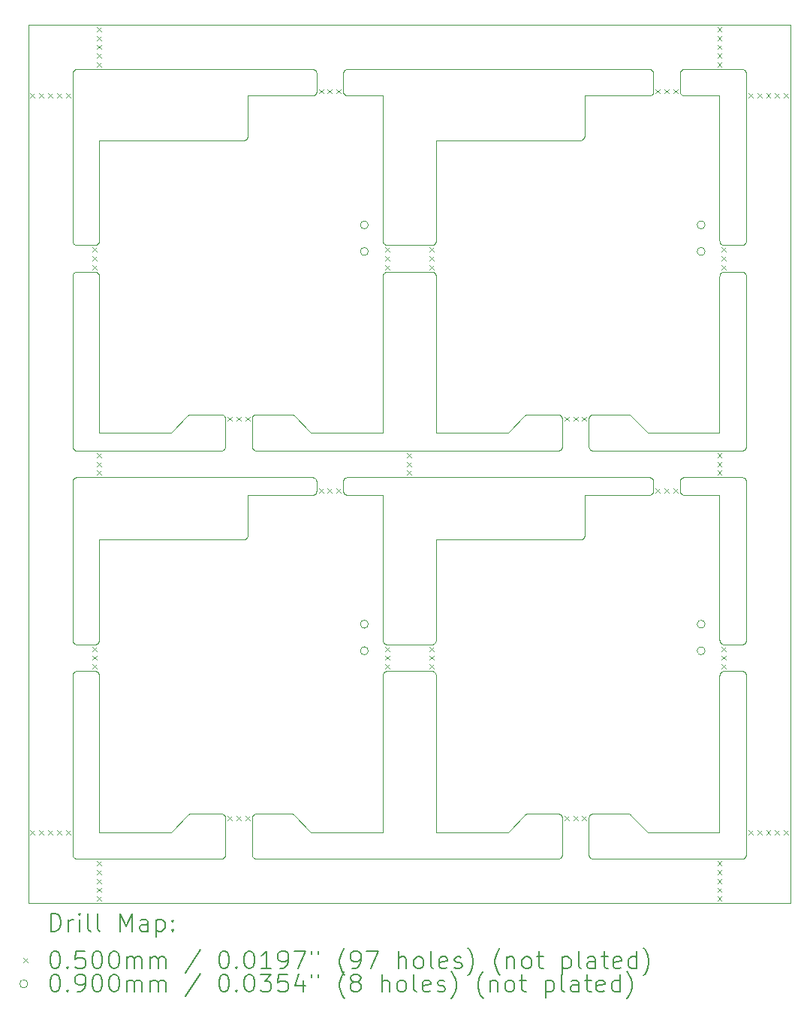
<source format=gbr>
%TF.GenerationSoftware,KiCad,Pcbnew,9.0.3*%
%TF.CreationDate,2025-09-14T18:43:41+02:00*%
%TF.ProjectId,panel,70616e65-6c2e-46b6-9963-61645f706362,rev?*%
%TF.SameCoordinates,Original*%
%TF.FileFunction,Drillmap*%
%TF.FilePolarity,Positive*%
%FSLAX45Y45*%
G04 Gerber Fmt 4.5, Leading zero omitted, Abs format (unit mm)*
G04 Created by KiCad (PCBNEW 9.0.3) date 2025-09-14 18:43:41*
%MOMM*%
%LPD*%
G01*
G04 APERTURE LIST*
%ADD10C,0.100000*%
%ADD11C,0.200000*%
G04 APERTURE END LIST*
D10*
X773624Y-2477988D02*
X771436Y-2479089D01*
X2529652Y-4417937D02*
X2530859Y-4415806D01*
X518244Y-511327D02*
X520175Y-509820D01*
X7808967Y-6965476D02*
X7807460Y-6963545D01*
X7364206Y-783611D02*
X7362607Y-781756D01*
X2524000Y-4754831D02*
X2523820Y-4752388D01*
X7362607Y-5118084D02*
X7364206Y-5116229D01*
X7798599Y-7323885D02*
X7799135Y-7321495D01*
X771436Y-6978929D02*
X769197Y-6979921D01*
X7384369Y-502917D02*
X7386695Y-502149D01*
X8090541Y-6959474D02*
X8089230Y-6961543D01*
X7001379Y-5099840D02*
X7003828Y-5099900D01*
X7837805Y-6982761D02*
X7835415Y-6982224D01*
X6351145Y-4396351D02*
X6353384Y-4395358D01*
X6011253Y-8909644D02*
X6012760Y-8911575D01*
X7845091Y-6983660D02*
X7842649Y-6983480D01*
X6328472Y-9373303D02*
X6327371Y-9371115D01*
X8095491Y-9364265D02*
X8094723Y-9366591D01*
X3999360Y-6941142D02*
X3999060Y-6938711D01*
X6019663Y-9366591D02*
X6018781Y-9368876D01*
X2540149Y-4786913D02*
X2538375Y-4785225D01*
X6234555Y-5801801D02*
X6232142Y-5802220D01*
X4015209Y-2796806D02*
X4017064Y-2795207D01*
X3581025Y-5104631D02*
X3583264Y-5103638D01*
X2525909Y-4764425D02*
X2525255Y-4762065D01*
X764587Y-2786029D02*
X766912Y-2786797D01*
X7361100Y-5279665D02*
X7359690Y-5277663D01*
X3187186Y-9099680D02*
X3998206Y-9099680D01*
X5613005Y-4396521D02*
X5615276Y-4395494D01*
X3207451Y-5100080D02*
X3209882Y-5100380D01*
X3599911Y-500060D02*
X3602361Y-500000D01*
X6372481Y-9399680D02*
X6370031Y-9399620D01*
X7807460Y-7303895D02*
X7808967Y-7301964D01*
X5977571Y-4799600D02*
X5975128Y-4799780D01*
X6254545Y-5792940D02*
X6252543Y-5794350D01*
X7797628Y-4599730D02*
X7797640Y-4599229D01*
X4598581Y-7328729D02*
X4598762Y-7331171D01*
X783612Y-6970793D02*
X781757Y-6972393D01*
X8069075Y-2479089D02*
X8066836Y-2480082D01*
X4578647Y-2793700D02*
X4580578Y-2795207D01*
X2523760Y-4441461D02*
X2523820Y-4439012D01*
X3236071Y-5286913D02*
X3234216Y-5288513D01*
X2554564Y-4796042D02*
X2552325Y-4795049D01*
X7351340Y-547452D02*
X7351520Y-545009D01*
X2563925Y-4392519D02*
X2566338Y-4392100D01*
X1805694Y-4401723D02*
X1807717Y-4400265D01*
X5975128Y-4391620D02*
X5977571Y-4391800D01*
X7826205Y-2788671D02*
X7828444Y-2787678D01*
X8090541Y-2459634D02*
X8089230Y-2461703D01*
X792902Y-6959474D02*
X791592Y-6961543D01*
X790182Y-2804054D02*
X791592Y-2806057D01*
X509820Y-7303895D02*
X511327Y-7301964D01*
X8084713Y-6967331D02*
X8083025Y-6969105D01*
X8097640Y-7333621D02*
X8097640Y-9349779D01*
X8597640Y-611D02*
X8597628Y-110D01*
X6007965Y-4785225D02*
X6006191Y-4786913D01*
X8081251Y-7296646D02*
X8083025Y-7298335D01*
X4029624Y-2787678D02*
X4031909Y-2786797D01*
X2223760Y-8941301D02*
X2223760Y-9349779D01*
X6355669Y-4394477D02*
X6357995Y-4393709D01*
X7006271Y-5299600D02*
X7003828Y-5299780D01*
X7377657Y-794108D02*
X7375526Y-792901D01*
X752550Y-6983660D02*
X750100Y-6983720D01*
X6328472Y-4773463D02*
X6327371Y-4771275D01*
X2222801Y-9359515D02*
X2222265Y-9361905D01*
X3583264Y-5296042D02*
X3581025Y-5295049D01*
X6274480Y-5757751D02*
X6274180Y-5760182D01*
X7003828Y-5099900D02*
X7006271Y-5100080D01*
X524246Y-2790979D02*
X526377Y-2789772D01*
X4034235Y-2481731D02*
X4031909Y-2480963D01*
X4008640Y-6963545D02*
X4007230Y-6961543D01*
X8096681Y-2443715D02*
X8096144Y-2446105D01*
X2526677Y-4766751D02*
X2525909Y-4764425D01*
X3228214Y-5292741D02*
X3226083Y-5293948D01*
X5606537Y-8900105D02*
X5608630Y-8898750D01*
X7824017Y-7289612D02*
X7826205Y-7288511D01*
X3186126Y-4599392D02*
X3186538Y-4599797D01*
X4000969Y-7319135D02*
X4001737Y-7316809D01*
X8086313Y-4781596D02*
X8084713Y-4783451D01*
X4595904Y-6950631D02*
X4595023Y-6952916D01*
X6338969Y-4404487D02*
X6340824Y-4402887D01*
X799942Y-2831331D02*
X800002Y-2833781D01*
X4598761Y-2436428D02*
X4598581Y-2438871D01*
X4565732Y-2480963D02*
X4563407Y-2481731D01*
X4576645Y-7292130D02*
X4578647Y-7293540D01*
X501495Y-4762065D02*
X500959Y-4759675D01*
X3552700Y-545009D02*
X3553000Y-542578D01*
X8097400Y-5144849D02*
X8097580Y-5147292D01*
X6370031Y-4391620D02*
X6372481Y-4391560D01*
X520175Y-6973900D02*
X518244Y-6972393D01*
X8071263Y-2477988D02*
X8069075Y-2479089D01*
X4025197Y-2477988D02*
X4023066Y-2476781D01*
X7840218Y-6983180D02*
X7837805Y-6982761D01*
X8059865Y-6982224D02*
X8057475Y-6982761D01*
X501495Y-7321495D02*
X502149Y-7319135D01*
X6020431Y-9364265D02*
X6019663Y-9366591D01*
X4598820Y-1303534D02*
X4598821Y-2433979D01*
X8089230Y-4777663D02*
X8087820Y-4779665D01*
X500540Y-542578D02*
X500959Y-540165D01*
X3552460Y-5249939D02*
X3552460Y-5149741D01*
X7828444Y-2480082D02*
X7826205Y-2479089D01*
X6323539Y-4431725D02*
X6324075Y-4429335D01*
X1814185Y-4396521D02*
X1816456Y-4395494D01*
X2999385Y-8906571D02*
X3186124Y-9099231D01*
X7842649Y-6983480D02*
X7840218Y-6983180D01*
X4046271Y-2783940D02*
X4048721Y-2783880D01*
X8081251Y-2796806D02*
X8083025Y-2798495D01*
X6330990Y-9377503D02*
X6329679Y-9375434D01*
X2199514Y-4398659D02*
X2201583Y-4399970D01*
X4041398Y-6983180D02*
X4038985Y-6982761D01*
X3252400Y-752548D02*
X3252220Y-754991D01*
X4034235Y-2786029D02*
X4036595Y-2785375D01*
X500060Y-2436428D02*
X500000Y-2433979D01*
X2183595Y-8892359D02*
X2185985Y-8892895D01*
X1612735Y-9099232D02*
X1800098Y-8906517D01*
X8096144Y-2821655D02*
X8096681Y-2824045D01*
X6271803Y-5769671D02*
X6270921Y-5771956D01*
X799941Y-6936268D02*
X799761Y-6938711D01*
X8094723Y-4766751D02*
X8093841Y-4769036D01*
X6011253Y-9381436D02*
X6009653Y-9383291D01*
X7803532Y-6957343D02*
X7802431Y-6955155D01*
X8097100Y-6941142D02*
X8096681Y-6943555D01*
X8095491Y-535415D02*
X8096144Y-537775D01*
X2178751Y-4391800D02*
X2181182Y-4392100D01*
X3234216Y-5111167D02*
X3236071Y-5112767D01*
X2568769Y-4391800D02*
X2571212Y-4391620D01*
X3553419Y-5140005D02*
X3553955Y-5137615D01*
X5602567Y-8903120D02*
X5604514Y-8901563D01*
X518244Y-2472553D02*
X516389Y-2470953D01*
X8073394Y-507099D02*
X8075463Y-508410D01*
X509820Y-5120015D02*
X511327Y-5118084D01*
X2215350Y-4777663D02*
X2213940Y-4779665D01*
X3552700Y-5254831D02*
X3552520Y-5252388D01*
X1807717Y-8900105D02*
X1809810Y-8898750D01*
X4017064Y-2472553D02*
X4015209Y-2470953D01*
X3563787Y-5118084D02*
X3565386Y-5116229D01*
X3239533Y-783611D02*
X3237845Y-785385D01*
X1611678Y-9099680D02*
X1612254Y-9099666D01*
X2451654Y-1295821D02*
X2449523Y-1297028D01*
X4553812Y-6983480D02*
X4551370Y-6983660D01*
X7398731Y-5099900D02*
X7401181Y-5099840D01*
X6346826Y-9392581D02*
X6344757Y-9391270D01*
X6261793Y-1286531D02*
X6260105Y-1288305D01*
X783612Y-2470953D02*
X781757Y-2472553D01*
X2212433Y-4781596D02*
X2210833Y-4783451D01*
X6323120Y-9357102D02*
X6322820Y-9354671D01*
X7050321Y-759835D02*
X7049784Y-762225D01*
X781757Y-6972393D02*
X779827Y-6973900D01*
X8097580Y-547452D02*
X8097640Y-549901D01*
X6792605Y-4401760D02*
X6794553Y-4403323D01*
X7367669Y-5286913D02*
X7365895Y-5285225D01*
X7377657Y-5105732D02*
X7379845Y-5104631D01*
X7354197Y-766911D02*
X7353429Y-764585D01*
X2525909Y-8926815D02*
X2526677Y-8924489D01*
X4005919Y-2459634D02*
X4004712Y-2457503D01*
X798506Y-2821655D02*
X799043Y-2824045D01*
X5996203Y-9393788D02*
X5994015Y-9394889D01*
X6340824Y-9388353D02*
X6338969Y-9386753D01*
X7044181Y-524246D02*
X7045388Y-526377D01*
X8097100Y-4757262D02*
X8096681Y-4759675D01*
X4598832Y-1303030D02*
X4598820Y-1303531D01*
X2216661Y-9375434D02*
X2215350Y-9377503D01*
X7355078Y-530804D02*
X7356071Y-528565D01*
X7807460Y-2463705D02*
X7806050Y-2461703D01*
X4590412Y-2806057D02*
X4591722Y-2808126D01*
X8066836Y-503798D02*
X8069075Y-504791D01*
X8062225Y-4797691D02*
X8059865Y-4798345D01*
X7797640Y-6933819D02*
X7797640Y-5300454D01*
X3205008Y-500060D02*
X3207451Y-500240D01*
X503798Y-530804D02*
X504791Y-528565D01*
X2464573Y-5784516D02*
X2462973Y-5786371D01*
X7358379Y-5275594D02*
X7357172Y-5273463D01*
X3590235Y-501495D02*
X3592625Y-500959D01*
X549901Y-500000D02*
X3202559Y-500000D01*
X3217045Y-502149D02*
X3219371Y-502917D01*
X2210833Y-8907789D02*
X2212433Y-8909644D01*
X785386Y-6969104D02*
X783612Y-6970793D01*
X4590412Y-6961543D02*
X4589001Y-6963545D01*
X4046271Y-6983660D02*
X4043829Y-6983480D01*
X4578647Y-6973900D02*
X4576644Y-6975310D01*
X12Y-110D02*
X0Y-611D01*
X7804739Y-7307966D02*
X7806050Y-7305897D01*
X783612Y-7296646D02*
X785386Y-7298335D01*
X4595904Y-2450791D02*
X4595023Y-2453076D01*
X6004336Y-8902727D02*
X6006191Y-8904327D01*
X8057475Y-2784839D02*
X8059865Y-2785375D01*
X771437Y-7288511D02*
X773624Y-7289612D01*
X3583264Y-796201D02*
X3581025Y-795209D01*
X6986006Y-9099680D02*
X7797026Y-9099680D01*
X6353384Y-4395358D02*
X6355669Y-4394477D01*
X7003828Y-5299780D02*
X7001379Y-5299840D01*
X535415Y-7285869D02*
X537775Y-7285215D01*
X7352239Y-5140005D02*
X7352775Y-5137615D01*
X8055062Y-4799300D02*
X8052631Y-4799600D01*
X8052631Y-500240D02*
X8055062Y-500540D01*
X5994015Y-8896191D02*
X5996203Y-8897292D01*
X3202559Y-5299840D02*
X2476514Y-5299840D01*
X8086313Y-518244D02*
X8087820Y-520175D01*
X3209882Y-5299300D02*
X3207451Y-5299600D01*
X7377657Y-5293948D02*
X7375526Y-5292741D01*
X8091748Y-4773463D02*
X8090541Y-4775594D01*
X6236945Y-5801264D02*
X6234555Y-5801801D01*
X752550Y-7283780D02*
X754993Y-7283960D01*
X528565Y-504791D02*
X530804Y-503798D01*
X7799789Y-7319135D02*
X7800557Y-7316809D01*
X6015481Y-8915646D02*
X6016688Y-8917777D01*
X3570704Y-511327D02*
X3572635Y-509820D01*
X7382084Y-796201D02*
X7379845Y-795209D01*
X7018191Y-797083D02*
X7015865Y-797851D01*
X3998209Y-9099680D02*
X3998710Y-9099668D01*
X3252400Y-5252388D02*
X3252220Y-5254831D01*
X3554609Y-5264425D02*
X3553955Y-5262065D01*
X7840218Y-2483340D02*
X7837805Y-2482921D01*
X757423Y-2483340D02*
X754992Y-2483640D01*
X3209882Y-500540D02*
X3212295Y-500959D01*
X766912Y-2786797D02*
X769198Y-2787678D01*
X611Y0D02*
X110Y-12D01*
X5991776Y-9395882D02*
X5989491Y-9396763D01*
X5615276Y-8895334D02*
X5617596Y-8894421D01*
X5610787Y-4397661D02*
X5613005Y-4396521D01*
X7369524Y-511327D02*
X7371455Y-509820D01*
X6367589Y-8891640D02*
X6370031Y-8891460D01*
X8059865Y-2482385D02*
X8057475Y-2482921D01*
X2474941Y-1262755D02*
X2474405Y-1265145D01*
X3555377Y-533089D02*
X3556258Y-530804D01*
X6015481Y-9375434D02*
X6014170Y-9377503D01*
X5980002Y-9399140D02*
X5977571Y-9399440D01*
X6779505Y-4394593D02*
X6781829Y-4395509D01*
X4590412Y-7305897D02*
X4591722Y-7307966D01*
X3998209Y-4599840D02*
X3998710Y-4599828D01*
X3217045Y-5297691D02*
X3214685Y-5298345D01*
X7034891Y-5286913D02*
X7033036Y-5288513D01*
X549901Y-5099840D02*
X3202559Y-5099840D01*
X3568849Y-5286913D02*
X3567075Y-5285225D01*
X7847541Y-7283720D02*
X8047739Y-7283720D01*
X6322820Y-9354671D02*
X6322640Y-9352228D01*
X4585895Y-6967331D02*
X4584206Y-6969104D01*
X8597640Y-9899066D02*
X8597640Y-614D01*
X795211Y-7312285D02*
X796203Y-7314524D01*
X3221656Y-5103638D02*
X3223895Y-5104631D01*
X4598762Y-7331171D02*
X4598822Y-7333621D01*
X7800557Y-7316809D02*
X7801438Y-7314524D01*
X4041398Y-7284260D02*
X4043829Y-7283960D01*
X2209145Y-9385065D02*
X2207371Y-9386753D01*
X779827Y-2474060D02*
X777824Y-2475470D01*
X509820Y-6963545D02*
X508410Y-6961543D01*
X3560870Y-522177D02*
X3562280Y-520175D01*
X4017064Y-6972393D02*
X4015209Y-6970793D01*
X7800557Y-2450791D02*
X7799789Y-2448465D01*
X2216661Y-4415806D02*
X2217868Y-4417937D01*
X3187186Y-4599840D02*
X3998206Y-4599840D01*
X799942Y-7331171D02*
X800002Y-7333621D01*
X2442811Y-1300003D02*
X2440485Y-1300771D01*
X2568769Y-4799600D02*
X2566338Y-4799300D01*
X3248661Y-530804D02*
X3249543Y-533089D01*
X4565733Y-7286637D02*
X4568018Y-7287518D01*
X2552325Y-4396351D02*
X2554564Y-4395358D01*
X8087820Y-9379505D02*
X8086313Y-9381436D01*
X3553955Y-5262065D02*
X3553419Y-5259675D01*
X2451654Y-5795661D02*
X2449523Y-5796868D01*
X6372481Y-4799840D02*
X6370031Y-4799780D01*
X524246Y-9392581D02*
X522177Y-9391270D01*
X7373457Y-791590D02*
X7371455Y-790180D01*
X8095491Y-7319135D02*
X8096144Y-7321495D01*
X4036595Y-2482385D02*
X4034235Y-2481731D01*
X1811967Y-4397661D02*
X1814185Y-4396521D01*
X502917Y-533089D02*
X503798Y-530804D01*
X3998820Y-4599226D02*
X3998820Y-2833781D01*
X788674Y-6965476D02*
X787075Y-6967331D01*
X2556849Y-4394477D02*
X2559175Y-4393709D01*
X2542004Y-4402887D02*
X2543935Y-4401380D01*
X6798205Y-8906571D02*
X6984944Y-9099231D01*
X3251501Y-540165D02*
X3251920Y-542578D01*
X7802431Y-6955155D02*
X7801438Y-6952916D01*
X7050321Y-5259675D02*
X7049784Y-5262065D01*
X2538375Y-4785225D02*
X2536687Y-4783451D01*
X7379845Y-5104631D02*
X7382084Y-5103638D01*
X8081251Y-5112767D02*
X8083025Y-5114455D01*
X2223520Y-4754831D02*
X2223220Y-4757262D01*
X6344757Y-8899810D02*
X6346826Y-8898499D01*
X545009Y-9399440D02*
X542578Y-9399140D01*
X6772299Y-8892397D02*
X6774734Y-8892955D01*
X788675Y-7301964D02*
X790182Y-7303894D01*
X505892Y-526377D02*
X507099Y-524246D01*
X502149Y-4764425D02*
X501495Y-4762065D01*
X7001379Y-5299840D02*
X6275334Y-5299840D01*
X7806050Y-2461703D02*
X7804739Y-2459634D01*
X2430891Y-5802520D02*
X2428448Y-5802700D01*
X6016688Y-4773463D02*
X6015481Y-4775594D01*
X6796422Y-4404981D02*
X6798205Y-4406731D01*
X4029624Y-7287518D02*
X4031909Y-7286637D01*
X3236071Y-5112767D02*
X3237845Y-5114455D01*
X3217045Y-5101989D02*
X3219371Y-5102757D01*
X7842649Y-7283960D02*
X7845091Y-7283780D01*
X779827Y-7293540D02*
X781758Y-7295047D01*
X6323120Y-4434138D02*
X6323539Y-4431725D01*
X5972679Y-4391560D02*
X5975128Y-4391620D01*
X799461Y-2441302D02*
X799042Y-2443715D01*
X6009653Y-4783451D02*
X6007965Y-4785225D01*
X4558657Y-2784839D02*
X4561046Y-2785375D01*
X781757Y-2472553D02*
X779827Y-2474060D01*
X545009Y-2784120D02*
X547452Y-2783940D01*
X7819817Y-2475470D02*
X7817815Y-2474060D01*
X6241631Y-5799843D02*
X6239305Y-5800611D01*
X7386695Y-5297691D02*
X7384369Y-5296923D01*
X4007230Y-2806057D02*
X4008640Y-2804055D01*
X7039953Y-781756D02*
X7038353Y-783611D01*
X3239533Y-5283451D02*
X3237845Y-5285225D01*
X2188345Y-9397531D02*
X2185985Y-9398185D01*
X800611Y-5802760D02*
X800110Y-5802772D01*
X8097100Y-2441302D02*
X8096681Y-2443715D01*
X6260105Y-5788145D02*
X6258331Y-5789833D01*
X3228214Y-792901D02*
X3226083Y-794108D01*
X3553000Y-542578D02*
X3553419Y-540165D01*
X7036665Y-514615D02*
X7038353Y-516389D01*
X2561535Y-9398185D02*
X2559175Y-9397531D01*
X800004Y-9099069D02*
X800016Y-9099570D01*
X8064551Y-2480963D02*
X8062225Y-2481731D01*
X7797700Y-2436428D02*
X7797640Y-2433979D01*
X2559175Y-8893549D02*
X2561535Y-8892895D01*
X8081251Y-9386753D02*
X8079396Y-9388353D01*
X505892Y-2810257D02*
X507099Y-2808126D01*
X5989491Y-4796923D02*
X5987165Y-4797691D01*
X777824Y-2475470D02*
X775755Y-2476781D01*
X518244Y-9388353D02*
X516389Y-9386753D01*
X800001Y-6933819D02*
X799941Y-6936268D01*
X6984946Y-9099232D02*
X6985358Y-9099637D01*
X549901Y-4799840D02*
X547452Y-4799780D01*
X4004712Y-2457503D02*
X4003611Y-2455315D01*
X7042870Y-5277663D02*
X7041460Y-5279665D01*
X4000969Y-2448465D02*
X4000315Y-2446105D01*
X6335506Y-9383291D02*
X6333907Y-9381436D01*
X796203Y-2453076D02*
X795210Y-2455315D01*
X8073394Y-2790979D02*
X8075463Y-2792290D01*
X7050321Y-5140005D02*
X7050740Y-5142418D01*
X2192956Y-4796042D02*
X2190671Y-4796923D01*
X4038985Y-2784839D02*
X4041398Y-2784420D01*
X504791Y-528565D02*
X505892Y-526377D01*
X6227268Y-5802700D02*
X6224819Y-5802760D01*
X537775Y-9398185D02*
X535415Y-9397531D01*
X5629718Y-4391809D02*
X5632204Y-4391622D01*
X3212295Y-799041D02*
X3209882Y-799460D01*
X2178751Y-8891640D02*
X2181182Y-8891940D01*
X7008702Y-500540D02*
X7011115Y-500959D01*
X2185985Y-9398185D02*
X2183595Y-9398721D01*
X6022580Y-4749939D02*
X6022520Y-4752388D01*
X7011115Y-5100799D02*
X7013505Y-5101335D01*
X8069075Y-504791D02*
X8071263Y-505892D01*
X794109Y-7310097D02*
X795211Y-7312285D01*
X800114Y-4599828D02*
X800615Y-4599840D01*
X507099Y-6959474D02*
X505892Y-6957343D01*
X4561046Y-7285215D02*
X4563407Y-7285869D01*
X500240Y-5144849D02*
X500540Y-5142418D01*
X2442811Y-5799843D02*
X2440485Y-5800611D01*
X5998334Y-4398659D02*
X6000403Y-4399970D01*
X6367589Y-4391800D02*
X6370031Y-4391620D01*
X6022340Y-4754831D02*
X6022040Y-4757262D01*
X8077465Y-2793700D02*
X8079396Y-2795207D01*
X2207371Y-4404487D02*
X2209145Y-4406175D01*
X6015481Y-4775594D02*
X6014170Y-4777663D01*
X542578Y-5100380D02*
X545009Y-5100080D01*
X6332400Y-4411735D02*
X6333907Y-4409804D01*
X8597530Y-12D02*
X8597029Y0D01*
X524246Y-5106939D02*
X526377Y-5105732D01*
X6784104Y-4396540D02*
X6786324Y-4397684D01*
X528565Y-2479089D02*
X526377Y-2477988D01*
X8097640Y-2433979D02*
X8097580Y-2436428D01*
X2524719Y-8931565D02*
X2525255Y-8929175D01*
X797853Y-6948305D02*
X797084Y-6950631D01*
X798506Y-2446105D02*
X797853Y-2448465D01*
X502149Y-7319135D02*
X502917Y-7316809D01*
X771436Y-2479089D02*
X769197Y-2480082D01*
X6357995Y-8893549D02*
X6360355Y-8892895D01*
X8083025Y-5114455D02*
X8084713Y-5116229D01*
X500000Y-4749939D02*
X500000Y-2833781D01*
X2568769Y-8891640D02*
X2571212Y-8891460D01*
X3212295Y-5100799D02*
X3214685Y-5101335D01*
X528565Y-4795049D02*
X526377Y-4793948D01*
X3590235Y-798504D02*
X3587875Y-797851D01*
X4041398Y-2784420D02*
X4043829Y-2784120D01*
X2552325Y-8896191D02*
X2554564Y-8895198D01*
X2985284Y-4396540D02*
X2987504Y-4397684D01*
X3570704Y-788673D02*
X3568849Y-787073D01*
X6774734Y-4393115D02*
X6777138Y-4393794D01*
X2566338Y-4392100D02*
X2568769Y-4391800D01*
X4565733Y-2786797D02*
X4568018Y-2787678D01*
X2528551Y-9371115D02*
X2527558Y-9368876D01*
X6274480Y-1257911D02*
X6274180Y-1260342D01*
X509820Y-2804055D02*
X511327Y-2802124D01*
X6333907Y-4781596D02*
X6332400Y-4779665D01*
X8097400Y-6938711D02*
X8097100Y-6941142D01*
X500240Y-7328729D02*
X500540Y-7326298D01*
X2533580Y-4779665D02*
X2532170Y-4777663D01*
X8097580Y-4752388D02*
X8097400Y-4754831D01*
X2435735Y-1301961D02*
X2433322Y-1302380D01*
X3595038Y-500540D02*
X3597469Y-500240D01*
X3572635Y-790180D02*
X3570704Y-788673D01*
X508410Y-7305897D02*
X509820Y-7303895D01*
X7359690Y-5122017D02*
X7361100Y-5120015D01*
X3998880Y-2436428D02*
X3998820Y-2433979D01*
X7001379Y-500000D02*
X7003828Y-500060D01*
X7018191Y-5296923D02*
X7015865Y-5297691D01*
X799462Y-7326298D02*
X799761Y-7328729D01*
X511327Y-4781596D02*
X509820Y-4779665D01*
X7351520Y-545009D02*
X7351820Y-542578D01*
X4597326Y-2821655D02*
X4597863Y-2824045D01*
X8083025Y-9385065D02*
X8081251Y-9386753D01*
X528565Y-7288511D02*
X530804Y-7287518D01*
X6324075Y-4762065D02*
X6323539Y-4759675D01*
X2475360Y-1260342D02*
X2474941Y-1262755D01*
X7375526Y-5292741D02*
X7373457Y-5291430D01*
X3574637Y-5291430D02*
X3572635Y-5290020D01*
X540165Y-500959D02*
X542578Y-500540D01*
X8097400Y-2438871D02*
X8097100Y-2441302D01*
X5624789Y-4392553D02*
X5627244Y-4392120D01*
X6769840Y-8891962D02*
X6772299Y-8892397D01*
X2195195Y-4396351D02*
X2197383Y-4397452D01*
X7824017Y-2789772D02*
X7826205Y-2788671D01*
X6338969Y-4786913D02*
X6337195Y-4785225D01*
X7393858Y-799460D02*
X7391445Y-799041D01*
X8057475Y-6982761D02*
X8055062Y-6983180D01*
X8097580Y-2831331D02*
X8097640Y-2833781D01*
X6781829Y-4395509D02*
X6784104Y-4396540D01*
X3241133Y-5281596D02*
X3239533Y-5283451D01*
X1835878Y-4391560D02*
X2173859Y-4391560D01*
X2209145Y-4406175D02*
X2210833Y-4407949D01*
X800012Y-1303030D02*
X800000Y-1303531D01*
X2222801Y-4431725D02*
X2223220Y-4434138D01*
X520175Y-5109660D02*
X522177Y-5108250D01*
X500959Y-6943555D02*
X500540Y-6941142D01*
X4003611Y-2455315D02*
X4002618Y-2453076D01*
X3597469Y-500240D02*
X3599911Y-500060D01*
X7042870Y-777823D02*
X7041460Y-779825D01*
X8087820Y-5120015D02*
X8089230Y-5122017D01*
X3248661Y-5269036D02*
X3247669Y-5271275D01*
X2209145Y-8906015D02*
X2210833Y-8907789D01*
X3557251Y-5271275D02*
X3556258Y-5269036D01*
X8097400Y-9354671D02*
X8097100Y-9357102D01*
X4574575Y-6976621D02*
X4572444Y-6977828D01*
X2222801Y-4759675D02*
X2222265Y-4762065D01*
X2215350Y-9377503D02*
X2213940Y-9379505D01*
X500000Y-6933819D02*
X500000Y-5149741D01*
X7797640Y-5300451D02*
X7797628Y-5299950D01*
X2476511Y-5299840D02*
X2476010Y-5299852D01*
X3250964Y-5137615D02*
X3251501Y-5140005D01*
X1833384Y-4391622D02*
X1835878Y-4391560D01*
X2210833Y-4783451D02*
X2209145Y-4785225D01*
X2527558Y-8922204D02*
X2528551Y-8919965D01*
X773624Y-2789772D02*
X775755Y-2790979D01*
X2218969Y-4420125D02*
X2219962Y-4422364D01*
X3568849Y-5112767D02*
X3570704Y-5111167D01*
X8052631Y-2784120D02*
X8055062Y-2784420D01*
X4568018Y-7287518D02*
X4570257Y-7288511D01*
X3576706Y-792901D02*
X3574637Y-791590D01*
X7033036Y-511327D02*
X7034891Y-512926D01*
X3223895Y-795209D02*
X3221656Y-796201D01*
X2545937Y-4791430D02*
X2543935Y-4790020D01*
X6324729Y-8926815D02*
X6325497Y-8924489D01*
X6000403Y-4399970D02*
X6002405Y-4401380D01*
X3576706Y-5292741D02*
X3574637Y-5291430D01*
X8062225Y-6981571D02*
X8059865Y-6982224D01*
X2222265Y-9361905D02*
X2221611Y-9364265D01*
X8093841Y-6952916D02*
X8092849Y-6955155D01*
X4572444Y-2477988D02*
X4570256Y-2479089D01*
X509820Y-9379505D02*
X508410Y-9377503D01*
X4592929Y-2457503D02*
X4591722Y-2459634D01*
X7401181Y-5099840D02*
X8047739Y-5099840D01*
X7828444Y-7287518D02*
X7830729Y-7286637D01*
X4027385Y-7288511D02*
X4029624Y-7287518D01*
X7354197Y-5132929D02*
X7355078Y-5130644D01*
X526377Y-6977828D02*
X524246Y-6976621D01*
X6264900Y-5782585D02*
X6263393Y-5784516D01*
X7367669Y-787073D02*
X7365895Y-785385D01*
X1800098Y-4406677D02*
X1801880Y-4404932D01*
X110Y-9899668D02*
X611Y-9899680D01*
X1612322Y-9099637D02*
X1612734Y-9099234D01*
X500240Y-2828889D02*
X500540Y-2826458D01*
X6274180Y-1260342D02*
X6273761Y-1262755D01*
X3252220Y-545009D02*
X3252400Y-547452D01*
X3581025Y-5295049D02*
X3578837Y-5293948D01*
X5598918Y-8906517D02*
X5600700Y-8904772D01*
X520175Y-9389860D02*
X518244Y-9388353D01*
X6021621Y-4431725D02*
X6022040Y-4434138D01*
X7011115Y-799041D02*
X7008702Y-799460D01*
X2527558Y-9368876D02*
X2526677Y-9366591D01*
X6021621Y-9359515D02*
X6021084Y-9361905D01*
X547452Y-2483820D02*
X545009Y-2483640D01*
X6330990Y-8913577D02*
X6332400Y-8911575D01*
X3226083Y-5293948D02*
X3223895Y-5295049D01*
X6020431Y-4426975D02*
X6021084Y-4429335D01*
X514615Y-9385065D02*
X512926Y-9383291D01*
X2173859Y-4799840D02*
X549901Y-4799840D01*
X2453723Y-5794350D02*
X2451654Y-5795661D01*
X6786324Y-8897524D02*
X6788485Y-8898777D01*
X799941Y-2436428D02*
X799761Y-2438871D01*
X7051040Y-5144849D02*
X7051220Y-5147292D01*
X3242640Y-779825D02*
X3241133Y-781756D01*
X3553000Y-5257262D02*
X3552700Y-5254831D01*
X7815884Y-2795207D02*
X7817815Y-2793700D01*
X540165Y-9398721D02*
X537775Y-9398185D01*
X757424Y-7284260D02*
X759837Y-7284679D01*
X6365158Y-8891940D02*
X6367589Y-8891640D01*
X2212433Y-8909644D02*
X2213940Y-8911575D01*
X5632204Y-8891462D02*
X5634698Y-8891400D01*
X7044181Y-775754D02*
X7042870Y-777823D01*
X8097640Y-9349779D02*
X8097580Y-9352228D01*
X6322580Y-4749939D02*
X6322580Y-4441461D01*
X2543935Y-4790020D02*
X2542004Y-4788513D01*
X2223220Y-8933978D02*
X2223520Y-8936409D01*
X4048721Y-2483880D02*
X4046271Y-2483820D01*
X7031105Y-5290020D02*
X7029103Y-5291430D01*
X7799135Y-2446105D02*
X7798599Y-2443715D01*
X8097100Y-7326298D02*
X8097400Y-7328729D01*
X4000969Y-2819295D02*
X4001737Y-2816969D01*
X7396289Y-500240D02*
X7398731Y-500060D01*
X3998710Y-5299852D02*
X3998209Y-5299840D01*
X7797640Y-2833781D02*
X7797700Y-2831331D01*
X6762372Y-4391560D02*
X6764871Y-4391623D01*
X5972679Y-8891400D02*
X5975128Y-8891460D01*
X2966051Y-8891463D02*
X2968541Y-8891650D01*
X8047739Y-500000D02*
X8050188Y-500060D01*
X8097400Y-4754831D02*
X8097100Y-4757262D01*
X530804Y-9395882D02*
X528565Y-9394889D01*
X4005919Y-2808126D02*
X4007230Y-2806057D01*
X545009Y-7283960D02*
X547452Y-7283780D01*
X7830729Y-2786797D02*
X7833055Y-2786029D01*
X791592Y-6961543D02*
X790181Y-6963545D01*
X6353384Y-4796042D02*
X6351145Y-4795049D01*
X4598821Y-2433979D02*
X4598761Y-2436428D01*
X1821139Y-8893626D02*
X1823539Y-8892949D01*
X542578Y-6983180D02*
X540165Y-6982761D01*
X4594031Y-7312285D02*
X4595023Y-7314524D01*
X2190671Y-8894317D02*
X2192956Y-8895198D01*
X7351520Y-5254831D02*
X7351340Y-5252388D01*
X5410498Y-9099680D02*
X5411074Y-9099666D01*
X6323539Y-9359515D02*
X6323120Y-9357102D01*
X7039953Y-518244D02*
X7041460Y-520175D01*
X4558657Y-7284679D02*
X4561046Y-7285215D01*
X8091748Y-2810257D02*
X8092849Y-2812445D01*
X3563787Y-781756D02*
X3562280Y-779825D01*
X3553419Y-759835D02*
X3553000Y-757422D01*
X7817815Y-2474060D02*
X7815884Y-2472553D01*
X7812255Y-7298335D02*
X7814029Y-7296646D01*
X5975128Y-8891460D02*
X5977571Y-8891640D01*
X2223700Y-8938852D02*
X2223760Y-8941301D01*
X3249543Y-766911D02*
X3248661Y-769196D01*
X7351520Y-754991D02*
X7351340Y-752548D01*
X3246568Y-773623D02*
X3245361Y-775754D01*
X5608630Y-8898750D02*
X5610787Y-8897501D01*
X4000315Y-7321495D02*
X4000969Y-7319135D01*
X8087820Y-7303895D02*
X8089230Y-7305897D01*
X4043829Y-2483640D02*
X4041398Y-2483340D01*
X3252220Y-5144849D02*
X3252400Y-5147292D01*
X500060Y-2831331D02*
X500240Y-2828889D01*
X7799135Y-2821655D02*
X7799789Y-2819295D01*
X8096144Y-5137615D02*
X8096681Y-5140005D01*
X2536687Y-9383291D02*
X2535087Y-9381436D01*
X5994015Y-4396351D02*
X5996203Y-4397452D01*
X4570256Y-2479089D02*
X4568017Y-2480082D01*
X2223220Y-9357102D02*
X2222801Y-9359515D01*
X7821886Y-7290819D02*
X7824017Y-7289612D01*
X502917Y-9366591D02*
X502149Y-9364265D01*
X6326378Y-4769036D02*
X6325497Y-4766751D01*
X2176308Y-4799780D02*
X2173859Y-4799840D01*
X3219371Y-5102757D02*
X3221656Y-5103638D01*
X8052631Y-2483640D02*
X8050188Y-2483820D01*
X3552700Y-754991D02*
X3552520Y-752548D01*
X8079396Y-2795207D02*
X8081251Y-2796806D01*
X4595023Y-2453076D02*
X4594030Y-2455315D01*
X757423Y-6983180D02*
X754992Y-6983480D01*
X3565386Y-5283451D02*
X3563787Y-5281596D01*
X7353429Y-764585D02*
X7352775Y-762225D01*
X798506Y-6945945D02*
X797853Y-6948305D01*
X3999779Y-7323885D02*
X4000315Y-7321495D01*
X3554609Y-764585D02*
X3553955Y-762225D01*
X7797880Y-2828889D02*
X7798180Y-2826458D01*
X762226Y-2482385D02*
X759836Y-2482921D01*
X6784104Y-8896380D02*
X6786324Y-8897524D01*
X2466080Y-5782585D02*
X2464573Y-5784516D01*
X7022715Y-795209D02*
X7020476Y-796201D01*
X2472102Y-5771956D02*
X2471109Y-5774195D01*
X3998820Y-2833781D02*
X3998880Y-2831331D01*
X516389Y-512926D02*
X518244Y-511327D01*
X800001Y-2433979D02*
X799941Y-2436428D01*
X2205516Y-8902727D02*
X2207371Y-8904327D01*
X7814029Y-2470953D02*
X7812255Y-2469265D01*
X6764871Y-4391623D02*
X6767361Y-4391810D01*
X6274180Y-5760182D02*
X6273761Y-5762595D01*
X2529652Y-8917777D02*
X2530859Y-8915646D01*
X535415Y-9397531D02*
X533089Y-9396763D01*
X6322640Y-4439012D02*
X6322820Y-4436569D01*
X7821886Y-6976621D02*
X7819817Y-6975310D01*
X7022715Y-5104631D02*
X7024903Y-5105732D01*
X2527558Y-4422364D02*
X2528551Y-4420125D01*
X8096144Y-2446105D02*
X8095491Y-2448465D01*
X6335506Y-4407949D02*
X6337195Y-4406175D01*
X500540Y-4757262D02*
X500240Y-4754831D01*
X2523760Y-4749939D02*
X2523760Y-4441461D01*
X512926Y-4783451D02*
X511327Y-4781596D01*
X6018781Y-4769036D02*
X6017789Y-4771275D01*
X4598832Y-5802870D02*
X4598820Y-5803371D01*
X7029103Y-5291430D02*
X7027034Y-5292741D01*
X504791Y-6955155D02*
X503798Y-6952916D01*
X6340824Y-8902727D02*
X6342755Y-8901220D01*
X500000Y-7333621D02*
X500060Y-7331171D01*
X7391445Y-500959D02*
X7393858Y-500540D01*
X4010147Y-2465636D02*
X4008640Y-2463705D01*
X2195195Y-4795049D02*
X2192956Y-4796042D01*
X7379845Y-795209D02*
X7377657Y-794108D01*
X2993785Y-4401760D02*
X2995733Y-4403323D01*
X2192956Y-4395358D02*
X2195195Y-4396351D01*
X3999779Y-2824045D02*
X4000315Y-2821655D01*
X2532170Y-4777663D02*
X2530859Y-4775594D01*
X8066836Y-5103638D02*
X8069075Y-5104631D01*
X3239533Y-516389D02*
X3241133Y-518244D01*
X3214685Y-501495D02*
X3217045Y-502149D01*
X7351820Y-5142418D02*
X7352239Y-5140005D01*
X500000Y-2433979D02*
X500000Y-549901D01*
X7033036Y-788673D02*
X7031105Y-790180D01*
X2540149Y-4404487D02*
X2542004Y-4402887D01*
X2197383Y-4793948D02*
X2195195Y-4795049D01*
X522177Y-2475470D02*
X520175Y-2474060D01*
X6246155Y-5797969D02*
X6243916Y-5798961D01*
X5615276Y-4395494D02*
X5617596Y-4394581D01*
X4002618Y-6952916D02*
X4001737Y-6950631D01*
X8081251Y-6970793D02*
X8079396Y-6972393D01*
X4574575Y-7290819D02*
X4576645Y-7292130D01*
X4023066Y-7290819D02*
X4025197Y-7289612D01*
X3219371Y-797083D02*
X3217045Y-797851D01*
X2178751Y-9399440D02*
X2176308Y-9399620D01*
X3602361Y-5299840D02*
X3599911Y-5299780D01*
X8097100Y-5142418D02*
X8097400Y-5144849D01*
X7049131Y-535415D02*
X7049784Y-537775D01*
X5598918Y-4406677D02*
X5600700Y-4404932D01*
X6012760Y-8911575D02*
X6014170Y-8913577D01*
X7013505Y-798504D02*
X7011115Y-799041D01*
X2220843Y-4766751D02*
X2219962Y-4769036D01*
X6357995Y-9397531D02*
X6355669Y-9396763D01*
X7036665Y-5114455D02*
X7038353Y-5116229D01*
X5989491Y-4394477D02*
X5991776Y-4395358D01*
X2462973Y-5786371D02*
X2461285Y-5788145D01*
X2467490Y-1280743D02*
X2466080Y-1282745D01*
X8089230Y-6961543D02*
X8087820Y-6963545D01*
X3583264Y-5103638D02*
X3585549Y-5102757D01*
X3559559Y-5275594D02*
X3558352Y-5273463D01*
X4017064Y-2795207D02*
X4018995Y-2793700D01*
X2220843Y-4424649D02*
X2221611Y-4426975D01*
X8079396Y-7295047D02*
X8081251Y-7296646D01*
X3232285Y-790180D02*
X3230283Y-791590D01*
X533089Y-502917D02*
X535415Y-502149D01*
X4598821Y-6933819D02*
X4598761Y-6936268D01*
X8092849Y-9371115D02*
X8091748Y-9373303D01*
X520175Y-2793700D02*
X522177Y-2792290D01*
X6022580Y-8941301D02*
X6022580Y-9349779D01*
X530804Y-4796042D02*
X528565Y-4795049D01*
X6357995Y-4797691D02*
X6355669Y-4796923D01*
X6020431Y-4764425D02*
X6019663Y-4766751D01*
X7386695Y-797851D02*
X7384369Y-797083D01*
X2447335Y-1298129D02*
X2445096Y-1299122D01*
X2571212Y-9399620D02*
X2568769Y-9399440D01*
X4013435Y-2469265D02*
X4011746Y-2467491D01*
X6252543Y-1294510D02*
X6250474Y-1295821D01*
X4008640Y-7303895D02*
X4010147Y-7301964D01*
X526377Y-7289612D02*
X528565Y-7288511D01*
X2535087Y-9381436D02*
X2533580Y-9379505D01*
X8047739Y-6983720D02*
X7847541Y-6983720D01*
X7049131Y-5264425D02*
X7048363Y-5266751D01*
X790181Y-2463705D02*
X788674Y-2465636D01*
X7006271Y-500240D02*
X7008702Y-500540D01*
X503798Y-2453076D02*
X502917Y-2450791D01*
X4013435Y-7298335D02*
X4015209Y-7296646D01*
X6000403Y-4791430D02*
X5998334Y-4792741D01*
X3572635Y-5290020D02*
X3570704Y-5288513D01*
X7364206Y-516389D02*
X7365895Y-514615D01*
X6344757Y-4791430D02*
X6342755Y-4790020D01*
X2550137Y-8897292D02*
X2552325Y-8896191D01*
X3559559Y-524246D02*
X3560870Y-522177D01*
X4001737Y-2816969D02*
X4002618Y-2814684D01*
X2210833Y-9383291D02*
X2209145Y-9385065D01*
X7812255Y-2798495D02*
X7814029Y-2796806D01*
X6007965Y-8906015D02*
X6009653Y-8907789D01*
X2201583Y-4399970D02*
X2203585Y-4401380D01*
X8073394Y-2476781D02*
X8071263Y-2477988D01*
X3556258Y-5130644D02*
X3557251Y-5128405D01*
X7351520Y-5144849D02*
X7351820Y-5142418D01*
X759837Y-2784839D02*
X762226Y-2785375D01*
X7047481Y-5269036D02*
X7046489Y-5271275D01*
X5994015Y-4795049D02*
X5991776Y-4796042D01*
X500959Y-9359515D02*
X500540Y-9357102D01*
X7042870Y-522177D02*
X7044181Y-524246D01*
X4570256Y-6978929D02*
X4568017Y-6979921D01*
X6333907Y-8909644D02*
X6335506Y-8907789D01*
X500240Y-545009D02*
X500540Y-542578D01*
X3552460Y-750099D02*
X3552460Y-549901D01*
X2216661Y-8915646D02*
X2217868Y-8917777D01*
X500959Y-2824045D02*
X501495Y-2821655D01*
X2543935Y-8901220D02*
X2545937Y-8899810D01*
X6012760Y-4411735D02*
X6014170Y-4413737D01*
X7351280Y-750099D02*
X7351280Y-549901D01*
X7041460Y-5279665D02*
X7039953Y-5281596D01*
X794109Y-2457503D02*
X792902Y-2459634D01*
X2475900Y-5300454D02*
X2475900Y-5752859D01*
X8093841Y-530804D02*
X8094723Y-533089D01*
X7359690Y-5277663D02*
X7358379Y-5275594D01*
X7803532Y-2457503D02*
X7802431Y-2455315D01*
X7799135Y-7321495D02*
X7799789Y-7319135D01*
X4551370Y-7283780D02*
X4553813Y-7283960D01*
X502917Y-4766751D02*
X502149Y-4764425D01*
X3553955Y-5137615D02*
X3554609Y-5135255D01*
X8052631Y-4799600D02*
X8050188Y-4799780D01*
X2473751Y-5767345D02*
X2472983Y-5769671D01*
X7821886Y-2476781D02*
X7819817Y-2475470D01*
X8079396Y-6972393D02*
X8077465Y-6973900D01*
X3599911Y-799940D02*
X3597469Y-799760D01*
X799462Y-2826458D02*
X799761Y-2828889D01*
X6227268Y-1302860D02*
X6224819Y-1302920D01*
X514615Y-514615D02*
X516389Y-512926D01*
X4558656Y-6982761D02*
X4556243Y-6983180D01*
X7828444Y-6979921D02*
X7826205Y-6978929D01*
X7833055Y-2481731D02*
X7830729Y-2480963D01*
X800000Y-5803374D02*
X800001Y-6933819D01*
X6337195Y-8906015D02*
X6338969Y-8904327D01*
X7375526Y-5106939D02*
X7377657Y-5105732D01*
X8090541Y-5124086D02*
X8091748Y-5126217D01*
X3552520Y-547452D02*
X3552700Y-545009D01*
X2185985Y-8892895D02*
X2188345Y-8893549D01*
X2205516Y-4402887D02*
X2207371Y-4404487D01*
X7369524Y-5288513D02*
X7367669Y-5286913D01*
X500060Y-4752388D02*
X500000Y-4749939D01*
X7024903Y-5105732D02*
X7027034Y-5106939D01*
X6323120Y-8933978D02*
X6323539Y-8931565D01*
X3585549Y-5296923D02*
X3583264Y-5296042D01*
X7013505Y-501495D02*
X7015865Y-502149D01*
X7830729Y-2480963D02*
X7828444Y-2480082D01*
X7353429Y-535415D02*
X7354197Y-533089D01*
X4594030Y-2455315D02*
X4592929Y-2457503D01*
X2470008Y-5776383D02*
X2468801Y-5778514D01*
X6372481Y-4391560D02*
X6762372Y-4391560D01*
X2963552Y-8891400D02*
X2966051Y-8891463D01*
X4598281Y-2441302D02*
X4597862Y-2443715D01*
X1823539Y-8892949D02*
X1825969Y-8892393D01*
X2525255Y-4429335D02*
X2525909Y-4426975D01*
X3252220Y-5254831D02*
X3251920Y-5257262D01*
X5996203Y-8897292D02*
X5998334Y-8898499D01*
X8097100Y-542578D02*
X8097400Y-545009D01*
X2526677Y-9366591D02*
X2525909Y-9364265D01*
X1830898Y-8891649D02*
X1833384Y-8891462D01*
X8057475Y-4798881D02*
X8055062Y-4799300D01*
X4027385Y-2479089D02*
X4025197Y-2477988D01*
X3245361Y-5124086D02*
X3246568Y-5126217D01*
X775755Y-7290819D02*
X777825Y-7292130D01*
X7801438Y-6952916D02*
X7800557Y-6950631D01*
X3552460Y-5149741D02*
X3552520Y-5147292D01*
X7798180Y-2441302D02*
X7797880Y-2438871D01*
X7828444Y-2787678D02*
X7830729Y-2786797D01*
X4011746Y-2800269D02*
X4013435Y-2798495D01*
X2188345Y-8893549D02*
X2190671Y-8894317D01*
X4572444Y-2789772D02*
X4574575Y-2790979D01*
X2472983Y-5769671D02*
X2472102Y-5771956D01*
X3554609Y-535415D02*
X3555377Y-533089D01*
X2474405Y-5764985D02*
X2473751Y-5767345D01*
X2524719Y-4759675D02*
X2524300Y-4757262D01*
X8096144Y-6945945D02*
X8095491Y-6948305D01*
X6022040Y-9357102D02*
X6021621Y-9359515D01*
X2201583Y-4791430D02*
X2199514Y-4792741D01*
X2535087Y-4781596D02*
X2533580Y-4779665D01*
X2524719Y-4431725D02*
X2525255Y-4429335D01*
X6322640Y-4752388D02*
X6322580Y-4749939D01*
X8071263Y-2789772D02*
X8073394Y-2790979D01*
X4548920Y-2483880D02*
X4048721Y-2483880D01*
X6009653Y-4407949D02*
X6011253Y-4409804D01*
X2185985Y-4798345D02*
X2183595Y-4798881D01*
X520175Y-4790020D02*
X518244Y-4788513D01*
X787075Y-7300109D02*
X788675Y-7301964D01*
X6342755Y-8901220D02*
X6344757Y-8899810D01*
X2473751Y-1267505D02*
X2472983Y-1269831D01*
X7797700Y-7331171D02*
X7797880Y-7328729D01*
X4597863Y-7323885D02*
X4598282Y-7326298D01*
X2538375Y-4406175D02*
X2540149Y-4404487D01*
X8094723Y-6950631D02*
X8093841Y-6952916D01*
X8093841Y-5130644D02*
X8094723Y-5132929D01*
X502149Y-5135255D02*
X502917Y-5132929D01*
X4596673Y-2819295D02*
X4597326Y-2821655D01*
X4556243Y-6983180D02*
X4553812Y-6983480D01*
X3244050Y-522177D02*
X3245361Y-524246D01*
X2524300Y-8933978D02*
X2524719Y-8931565D01*
X2997602Y-4404981D02*
X2999385Y-4406731D01*
X2215350Y-4413737D02*
X2216661Y-4415806D01*
X6014170Y-8913577D02*
X6015481Y-8915646D01*
X3559559Y-5124086D02*
X3560870Y-5122017D01*
X8084713Y-516389D02*
X8086313Y-518244D01*
X1818776Y-4394581D02*
X1821139Y-4393786D01*
X6327371Y-4771275D02*
X6326378Y-4769036D01*
X7013505Y-5298345D02*
X7011115Y-5298881D01*
X2445096Y-1299122D02*
X2442811Y-1300003D01*
X2995733Y-4403323D02*
X2997602Y-4404981D01*
X8055062Y-6983180D02*
X8052631Y-6983480D01*
X4595023Y-7314524D02*
X4595905Y-7316809D01*
X4595905Y-7316809D02*
X4596673Y-7319135D01*
X6794553Y-8903163D02*
X6796422Y-8904821D01*
X3552520Y-5252388D02*
X3552460Y-5249939D01*
X7020476Y-5103638D02*
X7022715Y-5104631D01*
X794109Y-6957343D02*
X792902Y-6959474D01*
X502149Y-2448465D02*
X501495Y-2446105D01*
X514615Y-6969105D02*
X512926Y-6967331D01*
X4582432Y-2470953D02*
X4580578Y-2472553D01*
X4004712Y-2810257D02*
X4005919Y-2808126D01*
X6256476Y-1291593D02*
X6254545Y-1293100D01*
X6254545Y-1293100D02*
X6252543Y-1294510D01*
X500540Y-2441302D02*
X500240Y-2438871D01*
X6342755Y-4790020D02*
X6340824Y-4788513D01*
X6263393Y-5784516D02*
X6261793Y-5786371D01*
X6002405Y-4790020D02*
X6000403Y-4791430D01*
X6002405Y-4401380D02*
X6004336Y-4402887D01*
X4598281Y-6941142D02*
X4597862Y-6943555D01*
X2543935Y-9389860D02*
X2542004Y-9388353D01*
X3999779Y-2443715D02*
X3999360Y-2441302D01*
X7800557Y-6950631D02*
X7799789Y-6948305D01*
X6985426Y-4599826D02*
X6986003Y-4599840D01*
X2548006Y-4792741D02*
X2545937Y-4791430D01*
X8047739Y-9399680D02*
X6372481Y-9399680D01*
X797084Y-2450791D02*
X796203Y-2453076D01*
X7373457Y-508410D02*
X7375526Y-507099D01*
X3552700Y-5144849D02*
X3553000Y-5142418D01*
X2975914Y-4393115D02*
X2978318Y-4393794D01*
X4551370Y-2483820D02*
X4548920Y-2483880D01*
X7401181Y-5299840D02*
X7398731Y-5299780D01*
X5617596Y-4394581D02*
X5619959Y-4393786D01*
X2566338Y-9399140D02*
X2563925Y-9398721D01*
X5975128Y-9399620D02*
X5972679Y-9399680D01*
X766912Y-6980803D02*
X764586Y-6981571D01*
X3250311Y-5135255D02*
X3250964Y-5137615D01*
X3565386Y-5116229D02*
X3567075Y-5114455D01*
X509820Y-4779665D02*
X508410Y-4777663D01*
X7008702Y-799460D02*
X7006271Y-799760D01*
X2219962Y-4422364D02*
X2220843Y-4424649D01*
X500540Y-9357102D02*
X500240Y-9354671D01*
X6274732Y-800110D02*
X6274720Y-800611D01*
X8052631Y-7283960D02*
X8055062Y-7284260D01*
X7847541Y-2483880D02*
X7845091Y-2483820D01*
X526377Y-2789772D02*
X528565Y-2788671D01*
X8096681Y-4759675D02*
X8096144Y-4762065D01*
X7358379Y-5124086D02*
X7359690Y-5122017D01*
X5410498Y-4599840D02*
X5411074Y-4599826D01*
X7371455Y-509820D02*
X7373457Y-508410D01*
X6268828Y-5776383D02*
X6267621Y-5778514D01*
X7006271Y-5100080D02*
X7008702Y-5100380D01*
X7837805Y-7284679D02*
X7840218Y-7284260D01*
X8055062Y-500540D02*
X8057475Y-500959D01*
X6252543Y-5794350D02*
X6250474Y-5795661D01*
X8094723Y-5132929D02*
X8095491Y-5135255D01*
X800617Y-9099680D02*
X1611675Y-9099680D01*
X7356071Y-528565D02*
X7357172Y-526377D01*
X2217868Y-9373303D02*
X2216661Y-9375434D01*
X516389Y-9386753D02*
X514615Y-9385065D01*
X6335506Y-8907789D02*
X6337195Y-8906015D01*
X8079396Y-2472553D02*
X8077465Y-2474060D01*
X3228214Y-5106939D02*
X3230283Y-5108250D01*
X4568017Y-2480082D02*
X4565732Y-2480963D01*
X4556244Y-7284260D02*
X4558657Y-7284679D01*
X2475660Y-5757751D02*
X2475360Y-5760182D01*
X2181182Y-4392100D02*
X2183595Y-4392519D01*
X6011253Y-4781596D02*
X6009653Y-4783451D01*
X2568769Y-9399440D02*
X2566338Y-9399140D01*
X7845091Y-2783940D02*
X7847541Y-2783880D01*
X500540Y-2826458D02*
X500959Y-2824045D01*
X2438125Y-1301425D02*
X2435735Y-1301961D01*
X6224819Y-1302920D02*
X4599434Y-1302920D01*
X2461285Y-1288305D02*
X2459511Y-1289993D01*
X7797640Y-2433979D02*
X7797640Y-800614D01*
X7802431Y-2812445D02*
X7803532Y-2810257D01*
X8079396Y-9388353D02*
X8077465Y-9389860D01*
X6236945Y-1301425D02*
X6234555Y-1301961D01*
X6275331Y-800000D02*
X6274830Y-800012D01*
X2471109Y-5774195D02*
X2470008Y-5776383D01*
X8597628Y-9899570D02*
X8597640Y-9899069D01*
X2220843Y-9366591D02*
X2219962Y-9368876D01*
X3999060Y-2828889D02*
X3999360Y-2826458D01*
X2217868Y-4417937D02*
X2218969Y-4420125D01*
X4595023Y-2814684D02*
X4595905Y-2816969D01*
X2523760Y-9349779D02*
X2523760Y-8941301D01*
X7358379Y-775754D02*
X7357172Y-773623D01*
X524246Y-7290819D02*
X526377Y-7289612D01*
X4597326Y-2446105D02*
X4596673Y-2448465D01*
X7045388Y-526377D02*
X7046489Y-528565D01*
X5632204Y-4391622D02*
X5634698Y-4391560D01*
X2989665Y-8898777D02*
X2991760Y-8900137D01*
X500060Y-547452D02*
X500240Y-545009D01*
X8096144Y-9361905D02*
X8095491Y-9364265D01*
X7020476Y-503798D02*
X7022715Y-504791D01*
X7362607Y-518244D02*
X7364206Y-516389D01*
X7015865Y-5101989D02*
X7018191Y-5102757D01*
X6014170Y-9377503D02*
X6012760Y-9379505D01*
X3205008Y-5099900D02*
X3207451Y-5100080D01*
X520175Y-2474060D02*
X518244Y-2472553D01*
X2459511Y-5789833D02*
X2457656Y-5791433D01*
X3578837Y-5105732D02*
X3581025Y-5104631D01*
X3568849Y-512926D02*
X3570704Y-511327D01*
X3248661Y-5130644D02*
X3249543Y-5132929D01*
X8071263Y-505892D02*
X8073394Y-507099D01*
X2181182Y-9399140D02*
X2178751Y-9399440D01*
X6324729Y-4764425D02*
X6324075Y-4762065D01*
X4589002Y-2804054D02*
X4590412Y-2806057D01*
X8086313Y-2802124D02*
X8087820Y-2804055D01*
X3248661Y-769196D02*
X3247669Y-771435D01*
X8095491Y-2819295D02*
X8096144Y-2821655D01*
X7015865Y-5297691D02*
X7013505Y-5298345D01*
X7038353Y-516389D02*
X7039953Y-518244D01*
X8062225Y-2481731D02*
X8059865Y-2482385D01*
X7352775Y-537775D02*
X7353429Y-535415D01*
X2542004Y-8902727D02*
X2543935Y-8901220D01*
X4590412Y-2461703D02*
X4589001Y-2463705D01*
X5977571Y-8891640D02*
X5980002Y-8891940D01*
X3209882Y-799460D02*
X3207451Y-799760D01*
X2529652Y-9373303D02*
X2528551Y-9371115D01*
X3214685Y-798504D02*
X3212295Y-799041D01*
X528565Y-9394889D02*
X526377Y-9393788D01*
X8086313Y-6965476D02*
X8084713Y-6967331D01*
X4553812Y-2483640D02*
X4551370Y-2483820D01*
X3552460Y-549901D02*
X3552520Y-547452D01*
X6323539Y-8931565D02*
X6324075Y-8929175D01*
X7048363Y-5266751D02*
X7047481Y-5269036D01*
X2173859Y-4391560D02*
X2176308Y-4391620D01*
X4017064Y-7295047D02*
X4018995Y-7293540D01*
X535415Y-6981571D02*
X533089Y-6980803D01*
X1818776Y-8894421D02*
X1821139Y-8893626D01*
X2971020Y-8891962D02*
X2973479Y-8892397D01*
X800004Y-4599229D02*
X800016Y-4599730D01*
X2203585Y-8901220D02*
X2205516Y-8902727D01*
X6272571Y-1267505D02*
X6271803Y-1269831D01*
X3599911Y-5299780D02*
X3597469Y-5299600D01*
X2523820Y-4439012D02*
X2524000Y-4436569D01*
X2978318Y-8893634D02*
X2980685Y-8894433D01*
X798506Y-7321495D02*
X799043Y-7323885D01*
X6273224Y-1265145D02*
X6272571Y-1267505D01*
X3250964Y-762225D02*
X3250311Y-764585D01*
X7044181Y-5124086D02*
X7045388Y-5126217D01*
X514615Y-4785225D02*
X512926Y-4783451D01*
X6790580Y-8900137D02*
X6792605Y-8901600D01*
X2475900Y-800614D02*
X2475900Y-1253019D01*
X4584206Y-6969104D02*
X4582432Y-6970793D01*
X2425999Y-1302920D02*
X800614Y-1302920D01*
X8091748Y-526377D02*
X8092849Y-528565D01*
X6360355Y-4393055D02*
X6362745Y-4392519D01*
X549901Y-2783880D02*
X750100Y-2783880D01*
X4596673Y-7319135D02*
X4597326Y-7321495D01*
X7837805Y-2482921D02*
X7835415Y-2482385D01*
X2536687Y-4407949D02*
X2538375Y-4406175D01*
X8095491Y-2448465D02*
X8094723Y-2450791D01*
X6338969Y-8904327D02*
X6340824Y-8902727D01*
X533089Y-9396763D02*
X530804Y-9395882D01*
X1803747Y-8903120D02*
X1805694Y-8901563D01*
X6274660Y-5755308D02*
X6274480Y-5757751D01*
X7050740Y-5257262D02*
X7050321Y-5259675D01*
X8050188Y-500060D02*
X8052631Y-500240D01*
X4048721Y-2783880D02*
X4548921Y-2783880D01*
X6330990Y-4777663D02*
X6329679Y-4775594D01*
X6019663Y-4424649D02*
X6020431Y-4426975D01*
X2528551Y-8919965D02*
X2529652Y-8917777D01*
X7814029Y-6970793D02*
X7812255Y-6969105D01*
X1830898Y-4391809D02*
X1833384Y-4391622D01*
X2559175Y-4393709D02*
X2561535Y-4393055D01*
X2561535Y-4798345D02*
X2559175Y-4797691D01*
X6340824Y-4788513D02*
X6338969Y-4786913D01*
X752550Y-2783940D02*
X754993Y-2784120D01*
X5604514Y-8901563D02*
X5606537Y-8900105D01*
X7364206Y-5116229D02*
X7365895Y-5114455D01*
X7391445Y-5298881D02*
X7389055Y-5298345D01*
X501495Y-6945945D02*
X500959Y-6943555D01*
X500540Y-6941142D02*
X500240Y-6938711D01*
X7050740Y-757422D02*
X7050321Y-759835D01*
X7845091Y-2483820D02*
X7842649Y-2483640D01*
X4020997Y-7292130D02*
X4023066Y-7290819D01*
X2573661Y-4391560D02*
X2963552Y-4391560D01*
X4598762Y-2831331D02*
X4598822Y-2833781D01*
X4589001Y-6963545D02*
X4587495Y-6965476D01*
X501495Y-9361905D02*
X500959Y-9359515D01*
X530804Y-2787678D02*
X533089Y-2786797D01*
X4598282Y-7326298D02*
X4598581Y-7328729D01*
X2449523Y-1297028D02*
X2447335Y-1298129D01*
X537775Y-2482385D02*
X535415Y-2481731D01*
X7011115Y-5298881D02*
X7008702Y-5299300D01*
X3602361Y-5099840D02*
X7001379Y-5099840D01*
X8092849Y-2455315D02*
X8091748Y-2457503D01*
X6274720Y-1253019D02*
X6274660Y-1255468D01*
X8069075Y-5104631D02*
X8071263Y-5105732D01*
X7393858Y-500540D02*
X7396289Y-500240D01*
X533089Y-2480963D02*
X530804Y-2480082D01*
X7824017Y-2477988D02*
X7821886Y-2476781D01*
X3226083Y-5105732D02*
X3228214Y-5106939D01*
X3998880Y-2831331D02*
X3999060Y-2828889D01*
X507099Y-2459634D02*
X505892Y-2457503D01*
X7022715Y-504791D02*
X7024903Y-505892D01*
X7398731Y-5299780D02*
X7396289Y-5299600D01*
X8075463Y-6975310D02*
X8073394Y-6976621D01*
X4584206Y-2798495D02*
X4585895Y-2800269D01*
X3236071Y-787073D02*
X3234216Y-788673D01*
X7847541Y-6983720D02*
X7845091Y-6983660D01*
X8087820Y-4779665D02*
X8086313Y-4781596D01*
X3250311Y-535415D02*
X3250964Y-537775D01*
X2192956Y-9395882D02*
X2190671Y-9396763D01*
X2973479Y-4392557D02*
X2975914Y-4393115D01*
X2474405Y-1265145D02*
X2473751Y-1267505D01*
X800617Y-4599840D02*
X1611675Y-4599840D01*
X8059865Y-4798345D02*
X8057475Y-4798881D01*
X6322640Y-8938852D02*
X6322820Y-8936409D01*
X1612735Y-4599392D02*
X1800098Y-4406677D01*
X3557251Y-5128405D02*
X3558352Y-5126217D01*
X507099Y-5124086D02*
X508410Y-5122017D01*
X7819817Y-7292130D02*
X7821886Y-7290819D01*
X8087820Y-2804055D02*
X8089230Y-2806057D01*
X7008702Y-5299300D02*
X7006271Y-5299600D01*
X8086313Y-9381436D02*
X8084713Y-9383291D01*
X2476511Y-800000D02*
X2476010Y-800012D01*
X7371455Y-790180D02*
X7369524Y-788673D01*
X4568017Y-6979921D02*
X4565732Y-6980803D01*
X3553955Y-537775D02*
X3554609Y-535415D01*
X750100Y-6983720D02*
X549901Y-6983720D01*
X8092849Y-2812445D02*
X8093841Y-2814684D01*
X2188345Y-4797691D02*
X2185985Y-4798345D01*
X2995733Y-8903163D02*
X2997602Y-8904821D01*
X4561046Y-2482385D02*
X4558656Y-2482921D01*
X2987504Y-4397684D02*
X2989665Y-4398937D01*
X6329679Y-8915646D02*
X6330990Y-8913577D01*
X8050188Y-9399620D02*
X8047739Y-9399680D01*
X6229711Y-5802520D02*
X6227268Y-5802700D01*
X4576644Y-6975310D02*
X4574575Y-6976621D01*
X4548921Y-7283720D02*
X4551370Y-7283780D01*
X7352239Y-540165D02*
X7352775Y-537775D01*
X4010147Y-7301964D02*
X4011746Y-7300109D01*
X4589002Y-7303894D02*
X4590412Y-7305897D01*
X1835878Y-8891400D02*
X2173859Y-8891400D01*
X8092849Y-6955155D02*
X8091748Y-6957343D01*
X3212295Y-5298881D02*
X3209882Y-5299300D01*
X6790580Y-4400297D02*
X6792605Y-4401760D01*
X4576645Y-2792290D02*
X4578647Y-2793700D01*
X8095491Y-4764425D02*
X8094723Y-4766751D01*
X2219962Y-9368876D02*
X2218969Y-9371115D01*
X3234216Y-511327D02*
X3236071Y-512926D01*
X7020476Y-796201D02*
X7018191Y-797083D01*
X7802431Y-7312285D02*
X7803532Y-7310097D01*
X7047481Y-769196D02*
X7046489Y-771435D01*
X6335506Y-4783451D02*
X6333907Y-4781596D01*
X547452Y-9399620D02*
X545009Y-9399440D01*
X7797640Y-800611D02*
X7797628Y-800110D01*
X1825969Y-8892393D02*
X1828424Y-8891960D01*
X1807717Y-4400265D02*
X1809810Y-4398910D01*
X7797700Y-6936268D02*
X7797640Y-6933819D01*
X762226Y-2785375D02*
X764587Y-2786029D01*
X7830729Y-6980803D02*
X7828444Y-6979921D01*
X524246Y-2476781D02*
X522177Y-2475470D01*
X7024903Y-5293948D02*
X7022715Y-5295049D01*
X6006191Y-8904327D02*
X6007965Y-8906015D01*
X505892Y-7310097D02*
X507099Y-7307966D01*
X7356071Y-5128405D02*
X7357172Y-5126217D01*
X6772299Y-4392557D02*
X6774734Y-4393115D01*
X2222801Y-8931565D02*
X2223220Y-8933978D01*
X547452Y-7283780D02*
X549901Y-7283720D01*
X7835415Y-2482385D02*
X7833055Y-2481731D01*
X3998206Y-800000D02*
X3602361Y-800000D01*
X2455725Y-1293100D02*
X2453723Y-1294510D01*
X516389Y-6970793D02*
X514615Y-6969105D01*
X5980002Y-4799300D02*
X5977571Y-4799600D01*
X526377Y-4793948D02*
X524246Y-4792741D01*
X2223520Y-4436569D02*
X2223700Y-4439012D01*
X7029103Y-791590D02*
X7027034Y-792901D01*
X503798Y-4769036D02*
X502917Y-4766751D01*
X7041460Y-520175D02*
X7042870Y-522177D01*
X5972679Y-4799840D02*
X2573661Y-4799840D01*
X3585549Y-5102757D02*
X3587875Y-5101989D01*
X2472102Y-1272116D02*
X2471109Y-1274355D01*
X769197Y-2480082D02*
X766912Y-2480963D01*
X6325497Y-4424649D02*
X6326378Y-4422364D01*
X7051280Y-549901D02*
X7051280Y-750099D01*
X7810566Y-7300109D02*
X7812255Y-7298335D01*
X4002618Y-2814684D02*
X4003611Y-2812445D01*
X4046271Y-7283780D02*
X4048721Y-7283720D01*
X3237845Y-514615D02*
X3239533Y-516389D01*
X8597029Y-9899680D02*
X8597530Y-9899668D01*
X3553955Y-762225D02*
X3553419Y-759835D01*
X2176308Y-4391620D02*
X2178751Y-4391800D01*
X3242640Y-5120015D02*
X3244050Y-5122017D01*
X781758Y-2795207D02*
X783612Y-2796806D01*
X7354197Y-533089D02*
X7355078Y-530804D01*
X7356071Y-5271275D02*
X7355078Y-5269036D01*
X3186606Y-4599826D02*
X3187183Y-4599840D01*
X4043829Y-2784120D02*
X4046271Y-2783940D01*
X2447335Y-5797969D02*
X2445096Y-5798961D01*
X6346826Y-4792741D02*
X6344757Y-4791430D01*
X7034891Y-5112767D02*
X7036665Y-5114455D01*
X2524300Y-9357102D02*
X2524000Y-9354671D01*
X2989665Y-4398937D02*
X2991760Y-4400297D01*
X5982415Y-4392519D02*
X5984805Y-4393055D01*
X2525255Y-9361905D02*
X2524719Y-9359515D01*
X4034235Y-6981571D02*
X4031909Y-6980803D01*
X5984805Y-8892895D02*
X5987165Y-8893549D01*
X4582433Y-7296646D02*
X4584206Y-7298335D01*
X3578837Y-5293948D02*
X3576706Y-5292741D01*
X3595038Y-5299300D02*
X3592625Y-5298881D01*
X2543935Y-4401380D02*
X2545937Y-4399970D01*
X504791Y-4771275D02*
X503798Y-4769036D01*
X4027385Y-6978929D02*
X4025197Y-6977828D01*
X2213940Y-4411735D02*
X2215350Y-4413737D01*
X2540149Y-9386753D02*
X2538375Y-9385065D01*
X3252460Y-549901D02*
X3252460Y-750099D01*
X3587875Y-797851D02*
X3585549Y-797083D01*
X2533580Y-4411735D02*
X2535087Y-4409804D01*
X4594031Y-2812445D02*
X4595023Y-2814684D01*
X511327Y-2465636D02*
X509820Y-2463705D01*
X7048363Y-766911D02*
X7047481Y-769196D01*
X4008640Y-2463705D02*
X4007230Y-2461703D01*
X2220843Y-8924489D02*
X2221611Y-8926815D01*
X2573661Y-4799840D02*
X2571212Y-4799780D01*
X8094723Y-7316809D02*
X8095491Y-7319135D01*
X8077465Y-2474060D02*
X8075463Y-2475470D01*
X8096681Y-2824045D02*
X8097100Y-2826458D01*
X7384369Y-5296923D02*
X7382084Y-5296042D01*
X7365895Y-5285225D02*
X7364206Y-5283451D01*
X3228214Y-507099D02*
X3230283Y-508410D01*
X3186606Y-9099666D02*
X3187183Y-9099680D01*
X2556849Y-9396763D02*
X2554564Y-9395882D01*
X6769840Y-4392122D02*
X6772299Y-4392557D01*
X3595038Y-799460D02*
X3592625Y-799041D01*
X6012760Y-9379505D02*
X6011253Y-9381436D01*
X4582432Y-6970793D02*
X4580578Y-6972393D01*
X6264900Y-1282745D02*
X6263393Y-1284676D01*
X7798599Y-2443715D02*
X7798180Y-2441302D01*
X4598934Y-4599828D02*
X4599435Y-4599840D01*
X6365158Y-9399140D02*
X6362745Y-9398721D01*
X4043829Y-6983480D02*
X4041398Y-6983180D01*
X516389Y-4786913D02*
X514615Y-4785225D01*
X542578Y-4799300D02*
X540165Y-4798881D01*
X7027034Y-507099D02*
X7029103Y-508410D01*
X2199514Y-4792741D02*
X2197383Y-4793948D01*
X8084713Y-5116229D02*
X8086313Y-5118084D01*
X7031105Y-790180D02*
X7029103Y-791590D01*
X6269929Y-5774195D02*
X6268828Y-5776383D01*
X500959Y-4759675D02*
X500540Y-4757262D01*
X3998710Y-800012D02*
X3998209Y-800000D01*
X6239305Y-1300771D02*
X6236945Y-1301425D01*
X547452Y-2783940D02*
X549901Y-2783880D01*
X4585895Y-2467491D02*
X4584206Y-2469265D01*
X504791Y-2812445D02*
X505892Y-2810257D01*
X4048721Y-7283720D02*
X4548921Y-7283720D01*
X1803747Y-4403280D02*
X1805694Y-4401723D01*
X520175Y-7293540D02*
X522177Y-7292130D01*
X6274732Y-5299950D02*
X6274720Y-5300451D01*
X8096681Y-9359515D02*
X8096144Y-9361905D01*
X522177Y-6975310D02*
X520175Y-6973900D01*
X8089230Y-2806057D02*
X8090541Y-2808126D01*
X5998334Y-8898499D02*
X6000403Y-8899810D01*
X764586Y-6981571D02*
X762226Y-6982224D01*
X8075463Y-508410D02*
X8077465Y-509820D01*
X4005919Y-7307966D02*
X4007230Y-7305897D01*
X6346826Y-8898499D02*
X6348957Y-8897292D01*
X5411555Y-4599392D02*
X5598918Y-4406677D01*
X2528551Y-4771275D02*
X2527558Y-4769036D01*
X8092849Y-5128405D02*
X8093841Y-5130644D01*
X2210833Y-4407949D02*
X2212433Y-4409804D01*
X3563787Y-518244D02*
X3565386Y-516389D01*
X797853Y-2819295D02*
X798506Y-2821655D01*
X7031105Y-5109660D02*
X7033036Y-5111167D01*
X6326378Y-8922204D02*
X6327371Y-8919965D01*
X2963552Y-4391560D02*
X2966051Y-4391623D01*
X2571212Y-8891460D02*
X2573661Y-8891400D01*
X6788485Y-8898777D02*
X6790580Y-8900137D01*
X4000315Y-2446105D02*
X3999779Y-2443715D01*
X2530859Y-4415806D02*
X2532170Y-4413737D01*
X6006191Y-4786913D02*
X6004336Y-4788513D01*
X8077465Y-9389860D02*
X8075463Y-9391270D01*
X4578647Y-7293540D02*
X4580578Y-7295047D01*
X3999360Y-2441302D02*
X3999060Y-2438871D01*
X540165Y-5100799D02*
X542578Y-5100380D01*
X522177Y-508410D02*
X524246Y-507099D01*
X7036665Y-785385D02*
X7034891Y-787073D01*
X2207371Y-8904327D02*
X2209145Y-8906015D01*
X7847541Y-2783880D02*
X8047739Y-2783880D01*
X7038353Y-783611D02*
X7036665Y-785385D01*
X4010147Y-6965476D02*
X4008640Y-6963545D01*
X2464573Y-1284676D02*
X2462973Y-1286531D01*
X4561046Y-6982224D02*
X4558656Y-6982761D01*
X7369524Y-5111167D02*
X7371455Y-5109660D01*
X7797026Y-800000D02*
X7401181Y-800000D01*
X6022520Y-4439012D02*
X6022580Y-4441461D01*
X507099Y-2808126D02*
X508410Y-2806057D01*
X4001737Y-2450791D02*
X4000969Y-2448465D01*
X750100Y-7283720D02*
X752550Y-7283780D01*
X3556258Y-530804D02*
X3557251Y-528565D01*
X504791Y-9371115D02*
X503798Y-9368876D01*
X7797880Y-7328729D02*
X7798180Y-7326298D01*
X6344757Y-9391270D02*
X6342755Y-9389860D01*
X2215350Y-8913577D02*
X2216661Y-8915646D01*
X4015209Y-6970793D02*
X4013435Y-6969105D01*
X754993Y-2784120D02*
X757424Y-2784420D01*
X7049784Y-762225D02*
X7049131Y-764585D01*
X795211Y-2812445D02*
X796203Y-2814684D01*
X7798180Y-2826458D02*
X7798599Y-2824045D01*
X5984805Y-4798345D02*
X5982415Y-4798881D01*
X6017789Y-8919965D02*
X6018781Y-8922204D01*
X3592625Y-5298881D02*
X3590235Y-5298345D01*
X6009653Y-8907789D02*
X6011253Y-8909644D01*
X8062225Y-502149D02*
X8064551Y-502917D01*
X3583264Y-503798D02*
X3585549Y-502917D01*
X4041398Y-2483340D02*
X4038985Y-2482921D01*
X501495Y-2821655D02*
X502149Y-2819295D01*
X7013505Y-5101335D02*
X7015865Y-5101989D01*
X7051040Y-754991D02*
X7050740Y-757422D01*
X2212433Y-4409804D02*
X2213940Y-4411735D01*
X6270921Y-5771956D02*
X6269929Y-5774195D01*
X2556849Y-8894317D02*
X2559175Y-8893549D01*
X3252220Y-754991D02*
X3251920Y-757422D01*
X6268828Y-1276543D02*
X6267621Y-1278674D01*
X8066836Y-4796042D02*
X8064551Y-4796923D01*
X537775Y-2785375D02*
X540165Y-2784839D01*
X6322820Y-4436569D02*
X6323120Y-4434138D01*
X7011115Y-500959D02*
X7013505Y-501495D01*
X7351280Y-5249939D02*
X7351280Y-5149741D01*
X4013435Y-6969105D02*
X4011746Y-6967331D01*
X7384369Y-797083D02*
X7382084Y-796201D01*
X6370031Y-4799780D02*
X6367589Y-4799600D01*
X542578Y-7284260D02*
X545009Y-7283960D01*
X6786324Y-4397684D02*
X6788485Y-4398937D01*
X3558352Y-5126217D02*
X3559559Y-5124086D01*
X8069075Y-2788671D02*
X8071263Y-2789772D01*
X785386Y-2798495D02*
X787075Y-2800269D01*
X4018995Y-2474060D02*
X4017064Y-2472553D01*
X4587495Y-7301964D02*
X4589002Y-7303894D01*
X5989491Y-8894317D02*
X5991776Y-8895198D01*
X8086313Y-2465636D02*
X8084713Y-2467491D01*
X8069075Y-6978929D02*
X8066836Y-6979921D01*
X8093841Y-2814684D02*
X8094723Y-2816969D01*
X542578Y-2784420D02*
X545009Y-2784120D01*
X7352239Y-5259675D02*
X7351820Y-5257262D01*
X2223760Y-4749939D02*
X2223700Y-4752388D01*
X3998820Y-800611D02*
X3998808Y-800110D01*
X4018995Y-6973900D02*
X4017064Y-6972393D01*
X4585895Y-2800269D02*
X4587495Y-2802124D01*
X5984805Y-4393055D02*
X5987165Y-4393709D01*
X2971020Y-4392122D02*
X2973479Y-4392557D01*
X511327Y-5118084D02*
X512926Y-5116229D01*
X4023066Y-2790979D02*
X4025197Y-2789772D01*
X4007230Y-6961543D02*
X4005919Y-6959474D01*
X6266310Y-1280743D02*
X6264900Y-1282745D01*
X7803532Y-2810257D02*
X7804739Y-2808126D01*
X7041460Y-5120015D02*
X7042870Y-5122017D01*
X6022340Y-4436569D02*
X6022520Y-4439012D01*
X3250311Y-764585D02*
X3249543Y-766911D01*
X7003828Y-500060D02*
X7006271Y-500240D01*
X545009Y-500240D02*
X547452Y-500060D01*
X502917Y-7316809D02*
X503798Y-7314524D01*
X545009Y-6983480D02*
X542578Y-6983180D01*
X5627244Y-4392120D02*
X5629718Y-4391809D01*
X500959Y-2443715D02*
X500540Y-2441302D01*
X8093841Y-2453076D02*
X8092849Y-2455315D01*
X7351340Y-5252388D02*
X7351280Y-5249939D01*
X8075463Y-4791430D02*
X8073394Y-4792741D01*
X8064551Y-4796923D02*
X8062225Y-4797691D01*
X7389055Y-5298345D02*
X7386695Y-5297691D01*
X8066836Y-2480082D02*
X8064551Y-2480963D01*
X6322820Y-4754831D02*
X6322640Y-4752388D01*
X766912Y-2480963D02*
X764586Y-2481731D01*
X505892Y-6957343D02*
X504791Y-6955155D01*
X7814029Y-7296646D02*
X7815884Y-7295047D01*
X7824017Y-6977828D02*
X7821886Y-6976621D01*
X6332400Y-8911575D02*
X6333907Y-8909644D01*
X754993Y-7283960D02*
X757424Y-7284260D01*
X2532170Y-8913577D02*
X2533580Y-8911575D01*
X7042870Y-5122017D02*
X7044181Y-5124086D01*
X7845091Y-7283780D02*
X7847541Y-7283720D01*
X1809810Y-4398910D02*
X1811967Y-4397661D01*
X4589001Y-2463705D02*
X4587495Y-2465636D01*
X508410Y-5122017D02*
X509820Y-5120015D01*
X8081251Y-512926D02*
X8083025Y-514615D01*
X502149Y-2819295D02*
X502917Y-2816969D01*
X4598581Y-2438871D02*
X4598281Y-2441302D01*
X2472983Y-1269831D02*
X2472102Y-1272116D01*
X2222265Y-4429335D02*
X2222801Y-4431725D01*
X8089230Y-522177D02*
X8090541Y-524246D01*
X6018781Y-9368876D02*
X6017789Y-9371115D01*
X7029103Y-508410D02*
X7031105Y-509820D01*
X4595905Y-2816969D02*
X4596673Y-2819295D01*
X3590235Y-5298345D02*
X3587875Y-5297691D01*
X8064551Y-502917D02*
X8066836Y-503798D01*
X2468801Y-5778514D02*
X2467490Y-5780583D01*
X8050188Y-7283780D02*
X8052631Y-7283960D01*
X5411142Y-9099637D02*
X5411554Y-9099234D01*
X501495Y-5137615D02*
X502149Y-5135255D01*
X2188345Y-4393709D02*
X2190671Y-4394477D01*
X500240Y-6938711D02*
X500060Y-6936268D01*
X3597469Y-5299600D02*
X3595038Y-5299300D01*
X547452Y-5099900D02*
X549901Y-5099840D01*
X2201583Y-8899810D02*
X2203585Y-8901220D01*
X7817815Y-6973900D02*
X7815884Y-6972393D01*
X549901Y-9399680D02*
X547452Y-9399620D01*
X3558352Y-773623D02*
X3557251Y-771435D01*
X3556258Y-5269036D02*
X3555377Y-5266751D01*
X7365895Y-514615D02*
X7367669Y-512926D01*
X5991776Y-8895198D02*
X5994015Y-8896191D01*
X535415Y-5101989D02*
X537775Y-5101335D01*
X7830729Y-7286637D02*
X7833055Y-7285869D01*
X0Y-614D02*
X0Y-9899066D01*
X4591722Y-2459634D02*
X4590412Y-2461703D01*
X533089Y-4796923D02*
X530804Y-4796042D01*
X3252460Y-750099D02*
X3252400Y-752548D01*
X8096144Y-537775D02*
X8096681Y-540165D01*
X5980002Y-4392100D02*
X5982415Y-4392519D01*
X7351280Y-5149741D02*
X7351340Y-5147292D01*
X2475660Y-1257911D02*
X2475360Y-1260342D01*
X8091748Y-5126217D02*
X8092849Y-5128405D01*
X2523820Y-9352228D02*
X2523760Y-9349779D01*
X505892Y-4773463D02*
X504791Y-4771275D01*
X8095491Y-6948305D02*
X8094723Y-6950631D01*
X7798599Y-2824045D02*
X7799135Y-2821655D01*
X6370031Y-8891460D02*
X6372481Y-8891400D01*
X800000Y-1303534D02*
X800001Y-2433979D01*
X7835415Y-7285215D02*
X7837805Y-7284679D01*
X3205008Y-799940D02*
X3202559Y-800000D01*
X8059865Y-9398185D02*
X8057475Y-9398721D01*
X3568849Y-787073D02*
X3567075Y-785385D01*
X3999060Y-6938711D02*
X3998880Y-6936268D01*
X4011746Y-7300109D02*
X4013435Y-7298335D01*
X3562280Y-5120015D02*
X3563787Y-5118084D01*
X4570257Y-7288511D02*
X4572444Y-7289612D01*
X8081251Y-2470953D02*
X8079396Y-2472553D01*
X3574637Y-508410D02*
X3576706Y-507099D01*
X4005919Y-6959474D02*
X4004712Y-6957343D01*
X6022340Y-9354671D02*
X6022040Y-9357102D01*
X769198Y-7287518D02*
X771437Y-7288511D01*
X2190671Y-4394477D02*
X2192956Y-4395358D01*
X8055062Y-5100380D02*
X8057475Y-5100799D01*
X8069075Y-9394889D02*
X8066836Y-9395882D01*
X4023066Y-6976621D02*
X4020997Y-6975310D01*
X3207451Y-799760D02*
X3205008Y-799940D01*
X7801438Y-2453076D02*
X7800557Y-2450791D01*
X2475360Y-5760182D02*
X2474941Y-5762595D01*
X6332400Y-9379505D02*
X6330990Y-9377503D01*
X6248343Y-5796868D02*
X6246155Y-5797969D01*
X5980002Y-8891940D02*
X5982415Y-8892359D01*
X3587875Y-5297691D02*
X3585549Y-5296923D01*
X2197383Y-4397452D02*
X2199514Y-4398659D01*
X799761Y-7328729D02*
X799942Y-7331171D01*
X5602567Y-4403280D02*
X5604514Y-4401723D01*
X549901Y-7283720D02*
X750100Y-7283720D01*
X4018995Y-7293540D02*
X4020997Y-7292130D01*
X1805694Y-8901563D02*
X1807717Y-8900105D01*
X524246Y-507099D02*
X526377Y-505892D01*
X4598824Y-9099069D02*
X4598836Y-9099570D01*
X526377Y-2477988D02*
X524246Y-2476781D01*
X5998334Y-9392581D02*
X5996203Y-9393788D01*
X2203585Y-4401380D02*
X2205516Y-4402887D01*
X773624Y-6977828D02*
X771436Y-6978929D01*
X2968541Y-4391810D02*
X2971020Y-4392122D01*
X8089230Y-7305897D02*
X8090541Y-7307966D01*
X3230283Y-5108250D02*
X3232285Y-5109660D01*
X8062225Y-7285869D02*
X8064551Y-7286637D01*
X790182Y-7303894D02*
X791592Y-7305897D01*
X2554564Y-4395358D02*
X2556849Y-4394477D01*
X8055062Y-2483340D02*
X8052631Y-2483640D01*
X3236071Y-512926D02*
X3237845Y-514615D01*
X6324075Y-4429335D02*
X6324729Y-4426975D01*
X2532170Y-9377503D02*
X2530859Y-9375434D01*
X799761Y-2828889D02*
X799942Y-2831331D01*
X535415Y-2786029D02*
X537775Y-2785375D01*
X3237845Y-5114455D02*
X3239533Y-5116229D01*
X8055062Y-2784420D02*
X8057475Y-2784839D01*
X3252400Y-5147292D02*
X3252460Y-5149741D01*
X6007965Y-4406175D02*
X6009653Y-4407949D01*
X3565386Y-516389D02*
X3567075Y-514615D01*
X500000Y-549901D02*
X500060Y-547452D01*
X7801438Y-2814684D02*
X7802431Y-2812445D01*
X8597026Y0D02*
X614Y0D01*
X2219962Y-8922204D02*
X2220843Y-8924489D01*
X6021084Y-8929175D02*
X6021621Y-8931565D01*
X4000315Y-2821655D02*
X4000969Y-2819295D01*
X5982415Y-9398721D02*
X5980002Y-9399140D01*
X3250311Y-5264425D02*
X3249543Y-5266751D01*
X3244050Y-5277663D02*
X3242640Y-5279665D01*
X7808967Y-2465636D02*
X7807460Y-2463705D01*
X6243916Y-1299122D02*
X6241631Y-1300003D01*
X2185985Y-4393055D02*
X2188345Y-4393709D01*
X3576706Y-507099D02*
X3578837Y-505892D01*
X8073394Y-5106939D02*
X8075463Y-5108250D01*
X6353384Y-8895198D02*
X6355669Y-8894317D01*
X795210Y-6955155D02*
X794109Y-6957343D01*
X7008702Y-5100380D02*
X7011115Y-5100799D01*
X500060Y-9352228D02*
X500000Y-9349779D01*
X2470008Y-1276543D02*
X2468801Y-1278674D01*
X3247669Y-5271275D02*
X3246568Y-5273463D01*
X2176308Y-8891460D02*
X2178751Y-8891640D01*
X2528551Y-4420125D02*
X2529652Y-4417937D01*
X8050188Y-2483820D02*
X8047739Y-2483880D01*
X518244Y-7295047D02*
X520175Y-7293540D01*
X526377Y-5105732D02*
X528565Y-5104631D01*
X5982415Y-4798881D02*
X5980002Y-4799300D01*
X512926Y-5116229D02*
X514615Y-5114455D01*
X7353429Y-5264425D02*
X7352775Y-5262065D01*
X4591722Y-2808126D02*
X4592930Y-2810257D01*
X3250964Y-537775D02*
X3251501Y-540165D01*
X6232142Y-1302380D02*
X6229711Y-1302680D01*
X8092849Y-7312285D02*
X8093841Y-7314524D01*
X6333907Y-4409804D02*
X6335506Y-4407949D01*
X8073394Y-7290819D02*
X8075463Y-7292130D01*
X545009Y-5100080D02*
X547452Y-5099900D01*
X2561535Y-8892895D02*
X2563925Y-8892359D01*
X785386Y-2469265D02*
X783612Y-2470953D01*
X518244Y-5111167D02*
X520175Y-5109660D01*
X769198Y-2787678D02*
X771437Y-2788671D01*
X7051280Y-5149741D02*
X7051280Y-5249939D01*
X7051040Y-545009D02*
X7051220Y-547452D01*
X6021084Y-9361905D02*
X6020431Y-9364265D01*
X7051280Y-5249939D02*
X7051220Y-5252388D01*
X1801880Y-8904772D02*
X1803747Y-8903120D01*
X2440485Y-1300771D02*
X2438125Y-1301425D01*
X4558656Y-2482921D02*
X4556243Y-2483340D01*
X6328472Y-8917777D02*
X6329679Y-8915646D01*
X502917Y-2450791D02*
X502149Y-2448465D01*
X2223220Y-4434138D02*
X2223520Y-4436569D01*
X2991760Y-8900137D02*
X2993785Y-8901600D01*
X4031909Y-2480963D02*
X4029624Y-2480082D01*
X4597862Y-2443715D02*
X4597326Y-2446105D01*
X501495Y-537775D02*
X502149Y-535415D01*
X7812255Y-6969105D02*
X7810566Y-6967331D01*
X2197383Y-9393788D02*
X2195195Y-9394889D01*
X8064551Y-5102757D02*
X8066836Y-5103638D01*
X6329679Y-9375434D02*
X6328472Y-9373303D01*
X6326378Y-4422364D02*
X6327371Y-4420125D01*
X7375526Y-792901D02*
X7373457Y-791590D01*
X516389Y-5112767D02*
X518244Y-5111167D01*
X2218969Y-8919965D02*
X2219962Y-8922204D01*
X7842649Y-2784120D02*
X7845091Y-2783940D01*
X8097580Y-6936268D02*
X8097400Y-6938711D01*
X3212295Y-500959D02*
X3214685Y-501495D01*
X3998808Y-4599730D02*
X3998820Y-4599229D01*
X4587495Y-2802124D02*
X4589002Y-2804054D01*
X7804739Y-2459634D02*
X7803532Y-2457503D01*
X3251920Y-542578D02*
X3252220Y-545009D01*
X3552520Y-5147292D02*
X3552700Y-5144849D01*
X7375526Y-507099D02*
X7377657Y-505892D01*
X7819817Y-6975310D02*
X7817815Y-6973900D01*
X4548920Y-6983720D02*
X4048721Y-6983720D01*
X2221611Y-8926815D02*
X2222265Y-8929175D01*
X540165Y-2784839D02*
X542578Y-2784420D01*
X3202559Y-5099840D02*
X3205008Y-5099900D01*
X7038353Y-5116229D02*
X7039953Y-5118084D01*
X3565386Y-783611D02*
X3563787Y-781756D01*
X7840218Y-2784420D02*
X7842649Y-2784120D01*
X4591722Y-7307966D02*
X4592930Y-7310097D01*
X6272571Y-5767345D02*
X6271803Y-5769671D01*
X7034891Y-787073D02*
X7033036Y-788673D01*
X1611678Y-4599840D02*
X1612254Y-4599826D01*
X5619959Y-8893626D02*
X5622359Y-8892949D01*
X7027034Y-792901D02*
X7024903Y-794108D01*
X2461285Y-5788145D02*
X2459511Y-5789833D01*
X533089Y-5102757D02*
X535415Y-5101989D01*
X7024903Y-794108D02*
X7022715Y-795209D01*
X6224819Y-5802760D02*
X4599434Y-5802760D01*
X2222265Y-4762065D02*
X2221611Y-4764425D01*
X7797880Y-6938711D02*
X7797700Y-6936268D01*
X7033036Y-5288513D02*
X7031105Y-5290020D01*
X8083025Y-2469265D02*
X8081251Y-2470953D01*
X3223895Y-5104631D02*
X3226083Y-5105732D01*
X8075463Y-2792290D02*
X8077465Y-2793700D01*
X2980685Y-4394593D02*
X2983009Y-4395509D01*
X2532170Y-4413737D02*
X2533580Y-4411735D01*
X6329679Y-4415806D02*
X6330990Y-4413737D01*
X799461Y-6941142D02*
X799042Y-6943555D01*
X2466080Y-1282745D02*
X2464573Y-1284676D01*
X2530859Y-4775594D02*
X2529652Y-4773463D01*
X800114Y-9099668D02*
X800615Y-9099680D01*
X3232285Y-5109660D02*
X3234216Y-5111167D01*
X2440485Y-5800611D02*
X2438125Y-5801264D01*
X500959Y-7323885D02*
X501495Y-7321495D01*
X8089230Y-9377503D02*
X8087820Y-9379505D01*
X4000969Y-6948305D02*
X4000315Y-6945945D01*
X5619959Y-4393786D02*
X5622359Y-4393109D01*
X8066836Y-7287518D02*
X8069075Y-7288511D01*
X3232285Y-509820D02*
X3234216Y-511327D01*
X2475912Y-5299950D02*
X2475900Y-5300451D01*
X1814185Y-8896361D02*
X1816456Y-8895334D01*
X7391445Y-5100799D02*
X7393858Y-5100380D01*
X2524300Y-4757262D02*
X2524000Y-4754831D01*
X5622359Y-4393109D02*
X5624789Y-4392553D01*
X8055062Y-7284260D02*
X8057475Y-7284679D01*
X2173859Y-8891400D02*
X2176308Y-8891460D01*
X505892Y-2457503D02*
X504791Y-2455315D01*
X537775Y-5101335D02*
X540165Y-5100799D01*
X2467490Y-5780583D02*
X2466080Y-5782585D01*
X4563407Y-6981571D02*
X4561046Y-6982224D01*
X3578837Y-505892D02*
X3581025Y-504791D01*
X3209882Y-5100380D02*
X3212295Y-5100799D01*
X7041460Y-779825D02*
X7039953Y-781756D01*
X8066836Y-9395882D02*
X8064551Y-9396763D01*
X6022340Y-8936409D02*
X6022520Y-8938852D01*
X7797026Y-5299840D02*
X7401181Y-5299840D01*
X7029103Y-5108250D02*
X7031105Y-5109660D01*
X5604514Y-4401723D02*
X5606537Y-4400265D01*
X6014170Y-4777663D02*
X6012760Y-4779665D01*
X6796422Y-8904821D02*
X6798205Y-8906571D01*
X762226Y-6982224D02*
X759836Y-6982761D01*
X7365895Y-785385D02*
X7364206Y-783611D01*
X4011746Y-6967331D02*
X4010147Y-6965476D01*
X507099Y-524246D02*
X508410Y-522177D01*
X508410Y-9377503D02*
X507099Y-9375434D01*
X3559559Y-775754D02*
X3558352Y-773623D01*
X6258331Y-5789833D02*
X6256476Y-5791433D01*
X7807460Y-6963545D02*
X7806050Y-6961543D01*
X7396289Y-799760D02*
X7393858Y-799460D01*
X512926Y-2800269D02*
X514615Y-2798495D01*
X8071263Y-7289612D02*
X8073394Y-7290819D01*
X4565732Y-6980803D02*
X4563407Y-6981571D01*
X6322580Y-4441461D02*
X6322640Y-4439012D01*
X5987165Y-4393709D02*
X5989491Y-4394477D01*
X7050740Y-5142418D02*
X7051040Y-5144849D01*
X4036595Y-2785375D02*
X4038985Y-2784839D01*
X520175Y-509820D02*
X522177Y-508410D01*
X6018781Y-8922204D02*
X6019663Y-8924489D01*
X7352239Y-759835D02*
X7351820Y-757422D01*
X518244Y-2795207D02*
X520175Y-2793700D01*
X2218969Y-9371115D02*
X2217868Y-9373303D01*
X6022580Y-9349779D02*
X6022520Y-9352228D01*
X3241133Y-518244D02*
X3242640Y-520175D01*
X8093841Y-9368876D02*
X8092849Y-9371115D01*
X2453723Y-1294510D02*
X2451654Y-1295821D01*
X7045388Y-5126217D02*
X7046489Y-5128405D01*
X3998820Y-7333621D02*
X3998880Y-7331171D01*
X6792605Y-8901600D02*
X6794553Y-8903163D01*
X2217868Y-4773463D02*
X2216661Y-4775594D01*
X542578Y-2483340D02*
X540165Y-2482921D01*
X796203Y-2814684D02*
X797085Y-2816969D01*
X6273761Y-5762595D02*
X6273224Y-5764985D01*
X7003828Y-799940D02*
X7001379Y-800000D01*
X6342755Y-4401380D02*
X6344757Y-4399970D01*
X2203585Y-9389860D02*
X2201583Y-9391270D01*
X4584206Y-2469265D02*
X4582432Y-2470953D01*
X7833055Y-7285869D02*
X7835415Y-7285215D01*
X3560870Y-5122017D02*
X3562280Y-5120015D01*
X504791Y-7312285D02*
X505892Y-7310097D01*
X2433322Y-5802220D02*
X2430891Y-5802520D01*
X8075463Y-5108250D02*
X8077465Y-5109660D01*
X8069075Y-7288511D02*
X8071263Y-7289612D01*
X7817815Y-7293540D02*
X7819817Y-7292130D01*
X8059865Y-2785375D02*
X8062225Y-2786029D01*
X504791Y-2455315D02*
X503798Y-2453076D01*
X3555377Y-5266751D02*
X3554609Y-5264425D01*
X2975914Y-8892955D02*
X2978318Y-8893634D01*
X6256476Y-5791433D02*
X6254545Y-5792940D01*
X7356071Y-771435D02*
X7355078Y-769196D01*
X7359690Y-522177D02*
X7361100Y-520175D01*
X7357172Y-773623D02*
X7356071Y-771435D01*
X3558352Y-5273463D02*
X3557251Y-5271275D01*
X799043Y-2824045D02*
X799462Y-2826458D01*
X4599431Y-1302920D02*
X4598930Y-1302932D01*
X6232142Y-5802220D02*
X6229711Y-5802520D01*
X6263393Y-1284676D02*
X6261793Y-1286531D01*
X5624789Y-8892393D02*
X5627244Y-8891960D01*
X2526677Y-4424649D02*
X2527558Y-4422364D01*
X6332400Y-4779665D02*
X6330990Y-4777663D01*
X6372481Y-8891400D02*
X6762372Y-8891400D01*
X3592625Y-500959D02*
X3595038Y-500540D01*
X7398731Y-500060D02*
X7401181Y-500000D01*
X540165Y-7284679D02*
X542578Y-7284260D01*
X750100Y-2783880D02*
X752550Y-2783940D01*
X7051280Y-750099D02*
X7051220Y-752548D01*
X7799135Y-6945945D02*
X7798599Y-6943555D01*
X4048721Y-6983720D02*
X4046271Y-6983660D01*
X3245361Y-775754D02*
X3244050Y-777823D01*
X4003611Y-7312285D02*
X4004712Y-7310097D01*
X7384369Y-5102757D02*
X7386695Y-5101989D01*
X8090541Y-524246D02*
X8091748Y-526377D01*
X8057475Y-2482921D02*
X8055062Y-2483340D01*
X2197383Y-8897292D02*
X2199514Y-8898499D01*
X7027034Y-5292741D02*
X7024903Y-5293948D01*
X545009Y-4799600D02*
X542578Y-4799300D01*
X3245361Y-524246D02*
X3246568Y-526377D01*
X4015209Y-7296646D02*
X4017064Y-7295047D01*
X4023066Y-2476781D02*
X4020997Y-2475470D01*
X7840218Y-7284260D02*
X7842649Y-7283960D01*
X2566338Y-8891940D02*
X2568769Y-8891640D01*
X759837Y-7284679D02*
X762226Y-7285215D01*
X6340824Y-4402887D02*
X6342755Y-4401380D01*
X2548006Y-9392581D02*
X2545937Y-9391270D01*
X6266310Y-5780583D02*
X6264900Y-5782585D01*
X4599437Y-4599840D02*
X5410495Y-4599840D01*
X522177Y-7292130D02*
X524246Y-7290819D01*
X3581025Y-504791D02*
X3583264Y-503798D01*
X7389055Y-5101335D02*
X7391445Y-5100799D01*
X8083025Y-514615D02*
X8084713Y-516389D01*
X535415Y-4797691D02*
X533089Y-4796923D01*
X797853Y-7319135D02*
X798506Y-7321495D01*
X8093841Y-7314524D02*
X8094723Y-7316809D01*
X8071263Y-5105732D02*
X8073394Y-5106939D01*
X8094723Y-9366591D02*
X8093841Y-9368876D01*
X6781829Y-8895349D02*
X6784104Y-8896380D01*
X7351340Y-752548D02*
X7351280Y-750099D01*
X3587875Y-502149D02*
X3590235Y-501495D01*
X4013435Y-2798495D02*
X4015209Y-2796806D01*
X3226083Y-794108D02*
X3223895Y-795209D01*
X6774734Y-8892955D02*
X6777138Y-8893634D01*
X8089230Y-2461703D02*
X8087820Y-2463705D01*
X505892Y-9373303D02*
X504791Y-9371115D01*
X7797640Y-7333621D02*
X7797700Y-7331171D01*
X537775Y-4798345D02*
X535415Y-4797691D01*
X8083025Y-2798495D02*
X8084713Y-2800269D01*
X7379845Y-504791D02*
X7382084Y-503798D01*
X2550137Y-4397452D02*
X2552325Y-4396351D01*
X7393858Y-5299300D02*
X7391445Y-5298881D01*
X2525255Y-8929175D02*
X2525909Y-8926815D01*
X7018191Y-502917D02*
X7020476Y-503798D01*
X7351280Y-549901D02*
X7351340Y-547452D01*
X8086313Y-7301964D02*
X8087820Y-7303895D01*
X4046271Y-2483820D02*
X4043829Y-2483640D01*
X3602361Y-800000D02*
X3599911Y-799940D01*
X792902Y-2808126D02*
X794109Y-2810257D01*
X3574637Y-791590D02*
X3572635Y-790180D01*
X8097640Y-5149741D02*
X8097640Y-6933819D01*
X547452Y-4799780D02*
X545009Y-4799600D01*
X791592Y-2461703D02*
X790181Y-2463705D01*
X4025197Y-6977828D02*
X4023066Y-6976621D01*
X4038985Y-7284679D02*
X4041398Y-7284260D01*
X7797029Y-9099680D02*
X7797530Y-9099668D01*
X5610787Y-8897501D02*
X5613005Y-8896361D01*
X7817815Y-2793700D02*
X7819817Y-2792290D01*
X516389Y-2796806D02*
X518244Y-2795207D01*
X2999385Y-4406731D02*
X3186124Y-4599391D01*
X3595038Y-5100380D02*
X3597469Y-5100080D01*
X6267621Y-1278674D02*
X6266310Y-1280743D01*
X4594030Y-6955155D02*
X4592929Y-6957343D01*
X2983009Y-8895349D02*
X2985284Y-8896380D01*
X6767361Y-8891650D02*
X6769840Y-8891962D01*
X3562280Y-520175D02*
X3563787Y-518244D01*
X537775Y-6982224D02*
X535415Y-6981571D01*
X5987165Y-9397531D02*
X5984805Y-9398185D01*
X7833055Y-6981571D02*
X7830729Y-6980803D01*
X750100Y-2483880D02*
X549901Y-2483880D01*
X500240Y-9354671D02*
X500060Y-9352228D01*
X6269929Y-1274355D02*
X6268828Y-1276543D01*
X799043Y-7323885D02*
X799462Y-7326298D01*
X7355078Y-5269036D02*
X7354197Y-5266751D01*
X7367669Y-5112767D02*
X7369524Y-5111167D01*
X8071263Y-4793948D02*
X8069075Y-4795049D01*
X2548006Y-4398659D02*
X2550137Y-4397452D01*
X6762372Y-8891400D02*
X6764871Y-8891463D01*
X2221611Y-9364265D02*
X2220843Y-9366591D01*
X8050188Y-6983660D02*
X8047739Y-6983720D01*
X2525255Y-4762065D02*
X2524719Y-4759675D01*
X3246568Y-5273463D02*
X3245361Y-5275594D01*
X5996203Y-4397452D02*
X5998334Y-4398659D01*
X7357172Y-526377D02*
X7358379Y-524246D01*
X8095491Y-5135255D02*
X8096144Y-5137615D01*
X500240Y-4754831D02*
X500060Y-4752388D01*
X522177Y-5108250D02*
X524246Y-5106939D01*
X5975128Y-4799780D02*
X5972679Y-4799840D01*
X3570704Y-5111167D02*
X3572635Y-5109660D01*
X2552325Y-9394889D02*
X2550137Y-9393788D01*
X7389055Y-798504D02*
X7386695Y-797851D01*
X516389Y-7296646D02*
X518244Y-7295047D01*
X3232285Y-5290020D02*
X3230283Y-5291430D01*
X7353429Y-5135255D02*
X7354197Y-5132929D01*
X7015865Y-502149D02*
X7018191Y-502917D01*
X7362607Y-781756D02*
X7361100Y-779825D01*
X6004336Y-4788513D02*
X6002405Y-4790020D01*
X8066836Y-6979921D02*
X8064551Y-6980803D01*
X6351145Y-8896191D02*
X6353384Y-8895198D01*
X8092849Y-528565D02*
X8093841Y-530804D01*
X500060Y-7331171D02*
X500240Y-7328729D01*
X7049131Y-764585D02*
X7048363Y-766911D01*
X788674Y-2465636D02*
X787075Y-2467491D01*
X4556243Y-2483340D02*
X4553812Y-2483640D01*
X8052631Y-9399440D02*
X8050188Y-9399620D01*
X8097580Y-9352228D02*
X8097400Y-9354671D01*
X7798180Y-7326298D02*
X7798599Y-7323885D01*
X2524000Y-4436569D02*
X2524300Y-4434138D01*
X8064551Y-7286637D02*
X8066836Y-7287518D01*
X512926Y-9383291D02*
X511327Y-9381436D01*
X1828424Y-8891960D02*
X1830898Y-8891649D01*
X7377657Y-505892D02*
X7379845Y-504791D01*
X5613005Y-8896361D02*
X5615276Y-8895334D01*
X799761Y-2438871D02*
X799461Y-2441302D01*
X7048363Y-533089D02*
X7049131Y-535415D01*
X4551370Y-6983660D02*
X4548920Y-6983720D01*
X5987165Y-8893549D02*
X5989491Y-8894317D01*
X792902Y-7307966D02*
X794109Y-7310097D01*
X2983009Y-4395509D02*
X2985284Y-4396540D01*
X6365158Y-4392100D02*
X6367589Y-4391800D01*
X518244Y-6972393D02*
X516389Y-6970793D01*
X799761Y-6938711D02*
X799461Y-6941142D01*
X7797029Y-4599840D02*
X7797530Y-4599828D01*
X8086313Y-5118084D02*
X8087820Y-5120015D01*
X8084713Y-4783451D02*
X8083025Y-4785225D01*
X6017789Y-4771275D02*
X6016688Y-4773463D01*
X3563787Y-5281596D02*
X3562280Y-5279665D01*
X6984946Y-4599392D02*
X6985358Y-4599797D01*
X7800557Y-2816969D02*
X7801438Y-2814684D01*
X6798205Y-4406731D02*
X6984944Y-4599391D01*
X6004336Y-9388353D02*
X6002405Y-9389860D01*
X4597326Y-7321495D02*
X4597863Y-7323885D01*
X6019663Y-8924489D02*
X6020431Y-8926815D01*
X2542004Y-4788513D02*
X2540149Y-4786913D01*
X530804Y-2480082D02*
X528565Y-2479089D01*
X2183595Y-9398721D02*
X2181182Y-9399140D01*
X6324729Y-9364265D02*
X6324075Y-9361905D01*
X7036665Y-5285225D02*
X7034891Y-5286913D01*
X796203Y-7314524D02*
X797085Y-7316809D01*
X8094723Y-2450791D02*
X8093841Y-2453076D01*
X7373457Y-5108250D02*
X7375526Y-5106939D01*
X8093841Y-4769036D02*
X8092849Y-4771275D01*
X6351145Y-9394889D02*
X6348957Y-9393788D01*
X540165Y-4798881D02*
X537775Y-4798345D01*
X7034891Y-512926D02*
X7036665Y-514615D01*
X4029624Y-6979921D02*
X4027385Y-6978929D01*
X4002618Y-2453076D02*
X4001737Y-2450791D01*
X8090541Y-2808126D02*
X8091748Y-2810257D01*
X2571212Y-4799780D02*
X2568769Y-4799600D01*
X7797530Y-5299852D02*
X7797029Y-5299840D01*
X3250964Y-5262065D02*
X3250311Y-5264425D01*
X3998880Y-7331171D02*
X3999060Y-7328729D01*
X2554564Y-8895198D02*
X2556849Y-8894317D01*
X7396289Y-5100080D02*
X7398731Y-5099900D01*
X6274660Y-1255468D02*
X6274480Y-1257911D01*
X505892Y-5126217D02*
X507099Y-5124086D01*
X7362607Y-5281596D02*
X7361100Y-5279665D01*
X6777138Y-8893634D02*
X6779505Y-8894433D01*
X7802431Y-2455315D02*
X7801438Y-2453076D01*
X8096681Y-7323885D02*
X8097100Y-7326298D01*
X4598581Y-2828889D02*
X4598762Y-2831331D01*
X2195195Y-8896191D02*
X2197383Y-8897292D01*
X2190671Y-4796923D02*
X2188345Y-4797691D01*
X2199514Y-9392581D02*
X2197383Y-9393788D01*
X8091748Y-6957343D02*
X8090541Y-6959474D01*
X2223760Y-9349779D02*
X2223700Y-9352228D01*
X8075463Y-7292130D02*
X8077465Y-7293540D01*
X6323539Y-4759675D02*
X6323120Y-4757262D01*
X4572444Y-6977828D02*
X4570256Y-6978929D01*
X7046489Y-771435D02*
X7045388Y-773623D01*
X7051220Y-752548D02*
X7051040Y-754991D01*
X2997602Y-8904821D02*
X2999385Y-8906571D01*
X4592929Y-6957343D02*
X4591722Y-6959474D01*
X4004712Y-7310097D02*
X4005919Y-7307966D01*
X2455725Y-5792940D02*
X2453723Y-5794350D01*
X6006191Y-4404487D02*
X6007965Y-4406175D01*
X8073394Y-6976621D02*
X8071263Y-6977828D01*
X754992Y-2483640D02*
X752550Y-2483820D01*
X4015209Y-2470953D02*
X4013435Y-2469265D01*
X797084Y-6950631D02*
X796203Y-6952916D01*
X7031105Y-509820D02*
X7033036Y-511327D01*
X2203585Y-4790020D02*
X2201583Y-4791430D01*
X6021621Y-4759675D02*
X6021084Y-4762065D01*
X507099Y-4775594D02*
X505892Y-4773463D01*
X6012760Y-4779665D02*
X6011253Y-4781596D01*
X502917Y-2816969D02*
X503798Y-2814684D01*
X6355669Y-9396763D02*
X6353384Y-9395882D01*
X8084713Y-2800269D02*
X8086313Y-2802124D01*
X2573661Y-8891400D02*
X2963552Y-8891400D01*
X6348957Y-4793948D02*
X6346826Y-4792741D01*
X7386695Y-5101989D02*
X7389055Y-5101335D01*
X516389Y-2470953D02*
X514615Y-2469265D01*
X8077465Y-6973900D02*
X8075463Y-6975310D01*
X757424Y-2784420D02*
X759837Y-2784839D01*
X7815884Y-6972393D02*
X7814029Y-6970793D01*
X3558352Y-526377D02*
X3559559Y-524246D01*
X3562280Y-779825D02*
X3560870Y-777823D01*
X7354197Y-5266751D02*
X7353429Y-5264425D01*
X4576644Y-2475470D02*
X4574575Y-2476781D01*
X3230283Y-508410D02*
X3232285Y-509820D01*
X7371455Y-5290020D02*
X7369524Y-5288513D01*
X2435735Y-5801801D02*
X2433322Y-5802220D01*
X8075463Y-9391270D02*
X8073394Y-9392581D01*
X530804Y-503798D02*
X533089Y-502917D01*
X2980685Y-8894433D02*
X2983009Y-8895349D01*
X4553813Y-7283960D02*
X4556244Y-7284260D01*
X537775Y-7285215D02*
X540165Y-7284679D01*
X6016688Y-4417937D02*
X6017789Y-4420125D01*
X7355078Y-769196D02*
X7354197Y-766911D01*
X500540Y-7326298D02*
X500959Y-7323885D01*
X2475900Y-5752859D02*
X2475840Y-5755308D01*
X4001737Y-7316809D02*
X4002618Y-7314524D01*
X7833055Y-2786029D02*
X7835415Y-2785375D01*
X4574575Y-2790979D02*
X4576645Y-2792290D01*
X6250474Y-1295821D02*
X6248343Y-1297028D01*
X7361100Y-5120015D02*
X7362607Y-5118084D01*
X6322580Y-9349779D02*
X6322580Y-8941301D01*
X775755Y-2790979D02*
X777825Y-2792290D01*
X8050188Y-4799780D02*
X8047739Y-4799840D01*
X7807460Y-2804055D02*
X7808967Y-2802124D01*
X6362745Y-4392519D02*
X6365158Y-4392100D01*
X6274720Y-800614D02*
X6274720Y-1253019D01*
X7815884Y-2472553D02*
X7814029Y-2470953D01*
X511327Y-9381436D02*
X509820Y-9379505D01*
X7797640Y-4599226D02*
X7797640Y-2833781D01*
X3585549Y-502917D02*
X3587875Y-502149D01*
X3247669Y-5128405D02*
X3248661Y-5130644D01*
X2556849Y-4796923D02*
X2554564Y-4796042D01*
X2205516Y-9388353D02*
X2203585Y-9389860D01*
X508410Y-2461703D02*
X507099Y-2459634D01*
X2561535Y-4393055D02*
X2563925Y-4392519D01*
X8079396Y-5111167D02*
X8081251Y-5112767D01*
X2536687Y-8907789D02*
X2538375Y-8906015D01*
X3553419Y-5259675D02*
X3553000Y-5257262D01*
X7018191Y-5102757D02*
X7020476Y-5103638D01*
X3592625Y-799041D02*
X3590235Y-798504D01*
X7361100Y-520175D02*
X7362607Y-518244D01*
X4027385Y-2788671D02*
X4029624Y-2787678D01*
X8096681Y-540165D02*
X8097100Y-542578D01*
X794109Y-2810257D02*
X795211Y-2812445D01*
X5608630Y-4398910D02*
X5610787Y-4397661D01*
X500000Y-5149741D02*
X500060Y-5147292D01*
X6337195Y-4406175D02*
X6338969Y-4404487D01*
X2535087Y-8909644D02*
X2536687Y-8907789D01*
X3249543Y-533089D02*
X3250311Y-535415D01*
X503798Y-9368876D02*
X502917Y-9366591D01*
X4592930Y-7310097D02*
X4594031Y-7312285D01*
X3999360Y-7326298D02*
X3999779Y-7323885D01*
X6018781Y-4422364D02*
X6019663Y-4424649D01*
X540165Y-6982761D02*
X537775Y-6982224D01*
X1816456Y-4395494D02*
X1818776Y-4394581D01*
X788675Y-2802124D02*
X790182Y-2804054D01*
X766912Y-7286637D02*
X769198Y-7287518D01*
X6016688Y-9373303D02*
X6015481Y-9375434D01*
X533089Y-6980803D02*
X530804Y-6979921D01*
X7810566Y-2800269D02*
X7812255Y-2798495D01*
X8066836Y-2787678D02*
X8069075Y-2788671D01*
X3555377Y-5132929D02*
X3556258Y-5130644D01*
X2550137Y-4793948D02*
X2548006Y-4792741D01*
X6017789Y-9371115D02*
X6016688Y-9373303D01*
X6328472Y-4417937D02*
X6329679Y-4415806D01*
X7022715Y-5295049D02*
X7020476Y-5296042D01*
X4591722Y-6959474D02*
X4590412Y-6961543D01*
X8097580Y-2436428D02*
X8097400Y-2438871D01*
X7382084Y-5103638D02*
X7384369Y-5102757D01*
X8047739Y-7283720D02*
X8050188Y-7283780D01*
X2993785Y-8901600D02*
X2995733Y-8903163D01*
X4597326Y-6945945D02*
X4596673Y-6948305D01*
X6360355Y-4798345D02*
X6357995Y-4797691D01*
X512926Y-6967331D02*
X511327Y-6965476D01*
X8092849Y-4771275D02*
X8091748Y-4773463D01*
X3998808Y-9099570D02*
X3998820Y-9099069D01*
X8091748Y-9373303D02*
X8090541Y-9375434D01*
X4572444Y-7289612D02*
X4574575Y-7290819D01*
X5991776Y-4796042D02*
X5989491Y-4796923D01*
X2207371Y-4786913D02*
X2205516Y-4788513D01*
X8071263Y-6977828D02*
X8069075Y-6978929D01*
X6329679Y-4775594D02*
X6328472Y-4773463D01*
X500540Y-5142418D02*
X500959Y-5140005D01*
X512926Y-2467491D02*
X511327Y-2465636D01*
X6337195Y-9385065D02*
X6335506Y-9383291D01*
X1800098Y-8906517D02*
X1801880Y-8904772D01*
X8064551Y-9396763D02*
X8062225Y-9397531D01*
X7049784Y-5137615D02*
X7050321Y-5140005D01*
X3587875Y-5101989D02*
X3590235Y-5101335D01*
X5998334Y-4792741D02*
X5996203Y-4793948D01*
X4034235Y-7285869D02*
X4036595Y-7285215D01*
X7806050Y-2806057D02*
X7807460Y-2804055D01*
X3234216Y-5288513D02*
X3232285Y-5290020D01*
X3205008Y-5299780D02*
X3202559Y-5299840D01*
X777825Y-7292130D02*
X779827Y-7293540D01*
X3251501Y-5259675D02*
X3250964Y-5262065D01*
X537775Y-501495D02*
X540165Y-500959D01*
X4592930Y-2810257D02*
X4594031Y-2812445D01*
X6007965Y-9385065D02*
X6006191Y-9386753D01*
X7352775Y-5262065D02*
X7352239Y-5259675D01*
X3252400Y-547452D02*
X3252460Y-549901D01*
X3553000Y-757422D02*
X3552700Y-754991D01*
X6348957Y-8897292D02*
X6351145Y-8896191D01*
X7051040Y-5254831D02*
X7050740Y-5257262D01*
X8062225Y-9397531D02*
X8059865Y-9398185D01*
X3599911Y-5099900D02*
X3602361Y-5099840D01*
X3245361Y-5275594D02*
X3244050Y-5277663D01*
X503798Y-5130644D02*
X504791Y-5128405D01*
X7797880Y-2438871D02*
X7797700Y-2436428D01*
X1801880Y-4404932D02*
X1803747Y-4403280D01*
X6324729Y-4426975D02*
X6325497Y-4424649D01*
X5629718Y-8891649D02*
X5632204Y-8891462D01*
X6241631Y-1300003D02*
X6239305Y-1300771D01*
X3602361Y-500000D02*
X7001379Y-500000D01*
X512926Y-7300109D02*
X514615Y-7298335D01*
X7835415Y-2785375D02*
X7837805Y-2784839D01*
X503798Y-2814684D02*
X504791Y-2812445D01*
X7033036Y-5111167D02*
X7034891Y-5112767D01*
X530804Y-7287518D02*
X533089Y-7286637D01*
X7351820Y-542578D02*
X7352239Y-540165D01*
X530804Y-6979921D02*
X528565Y-6978929D01*
X7815884Y-7295047D02*
X7817815Y-7293540D01*
X7050740Y-542578D02*
X7051040Y-545009D01*
X6022520Y-4752388D02*
X6022340Y-4754831D01*
X4020997Y-2475470D02*
X4018995Y-2474060D01*
X7364206Y-5283451D02*
X7362607Y-5281596D01*
X2223700Y-9352228D02*
X2223520Y-9354671D01*
X752550Y-2483820D02*
X750100Y-2483880D01*
X542578Y-9399140D02*
X540165Y-9398721D01*
X6327371Y-4420125D02*
X6328472Y-4417937D01*
X1823539Y-4393109D02*
X1825969Y-4392553D01*
X4570257Y-2788671D02*
X4572444Y-2789772D01*
X754992Y-6983480D02*
X752550Y-6983660D01*
X8094723Y-2816969D02*
X8095491Y-2819295D01*
X4003611Y-6955155D02*
X4002618Y-6952916D01*
X8096144Y-7321495D02*
X8096681Y-7323885D01*
X6239305Y-5800611D02*
X6236945Y-5801264D01*
X1809810Y-8898750D02*
X1811967Y-8897501D01*
X3557251Y-771435D02*
X3556258Y-769196D01*
X5994015Y-9394889D02*
X5991776Y-9395882D01*
X522177Y-2792290D02*
X524246Y-2790979D01*
X4001737Y-6950631D02*
X4000969Y-6948305D01*
X0Y-9899069D02*
X12Y-9899570D01*
X4580578Y-6972393D02*
X4578647Y-6973900D01*
X4029624Y-2480082D02*
X4027385Y-2479089D01*
X8091748Y-2457503D02*
X8090541Y-2459634D01*
X7808967Y-2802124D02*
X7810566Y-2800269D01*
X7039953Y-5281596D02*
X7038353Y-5283451D01*
X3998820Y-6933819D02*
X3998820Y-5300454D01*
X4597863Y-2824045D02*
X4598282Y-2826458D01*
X3246568Y-526377D02*
X3247669Y-528565D01*
X3567075Y-514615D02*
X3568849Y-512926D01*
X797085Y-2816969D02*
X797853Y-2819295D01*
X6348957Y-9393788D02*
X6346826Y-9392581D01*
X6777138Y-4393794D02*
X6779505Y-4394593D01*
X7803532Y-7310097D02*
X7804739Y-7307966D01*
X7799789Y-6948305D02*
X7799135Y-6945945D01*
X6367589Y-9399440D02*
X6365158Y-9399140D01*
X6325497Y-8924489D02*
X6326378Y-8922204D01*
X3237845Y-785385D02*
X3236071Y-787073D01*
X6985426Y-9099666D02*
X6986003Y-9099680D01*
X6338969Y-9386753D02*
X6337195Y-9385065D01*
X4596673Y-2448465D02*
X4595904Y-2450791D01*
X8096681Y-5140005D02*
X8097100Y-5142418D01*
X8057475Y-500959D02*
X8059865Y-501495D01*
X8084713Y-9383291D02*
X8083025Y-9385065D01*
X4585895Y-7300109D02*
X4587495Y-7301964D01*
X4598761Y-6936268D02*
X4598581Y-6938711D01*
X8059865Y-7285215D02*
X8062225Y-7285869D01*
X2223760Y-4441461D02*
X2223760Y-4749939D01*
X526377Y-505892D02*
X528565Y-504791D01*
X783612Y-2796806D02*
X785386Y-2798495D01*
X2430891Y-1302680D02*
X2428448Y-1302860D01*
X514615Y-2798495D02*
X516389Y-2796806D01*
X7046489Y-5271275D02*
X7045388Y-5273463D01*
X7810566Y-6967331D02*
X7808967Y-6965476D01*
X2449523Y-5796868D02*
X2447335Y-5797969D01*
X2475900Y-1253019D02*
X2475840Y-1255468D01*
X2475840Y-1255468D02*
X2475660Y-1257911D01*
X791592Y-7305897D02*
X792902Y-7307966D01*
X7812255Y-2469265D02*
X7810566Y-2467491D01*
X6353384Y-9395882D02*
X6351145Y-9394889D01*
X3590235Y-5101335D02*
X3592625Y-5100799D01*
X3562280Y-5279665D02*
X3560870Y-5277663D01*
X511327Y-7301964D02*
X512926Y-7300109D01*
X2548006Y-8898499D02*
X2550137Y-8897292D01*
X2213940Y-4779665D02*
X2212433Y-4781596D01*
X7051220Y-5147292D02*
X7051280Y-5149741D01*
X8057475Y-5100799D02*
X8059865Y-5101335D01*
X6779505Y-8894433D02*
X6781829Y-8895349D01*
X8094723Y-533089D02*
X8095491Y-535415D01*
X502917Y-5132929D02*
X503798Y-5130644D01*
X771437Y-2788671D02*
X773624Y-2789772D01*
X8064551Y-6980803D02*
X8062225Y-6981571D01*
X2523820Y-8938852D02*
X2524000Y-8936409D01*
X6327371Y-8919965D02*
X6328472Y-8917777D01*
X3219371Y-5296923D02*
X3217045Y-5297691D01*
X6273761Y-1262755D02*
X6273224Y-1265145D01*
X6330990Y-4413737D02*
X6332400Y-4411735D01*
X3567075Y-5114455D02*
X3568849Y-5112767D01*
X799042Y-6943555D02*
X798506Y-6945945D01*
X4000315Y-6945945D02*
X3999779Y-6943555D01*
X508410Y-522177D02*
X509820Y-520175D01*
X2536687Y-4783451D02*
X2535087Y-4781596D01*
X5600700Y-4404932D02*
X5602567Y-4403280D01*
X1825969Y-4392553D02*
X1828424Y-4392120D01*
X5977571Y-4391800D02*
X5980002Y-4392100D01*
X4598820Y-5803374D02*
X4598821Y-6933819D01*
X3241133Y-781756D02*
X3239533Y-783611D01*
X8081251Y-4786913D02*
X8079396Y-4788513D01*
X4587495Y-2465636D02*
X4585895Y-2467491D01*
X6270921Y-1272116D02*
X6269929Y-1274355D01*
X8062225Y-2786029D02*
X8064551Y-2786797D01*
X2552325Y-4795049D02*
X2550137Y-4793948D01*
X6326378Y-9368876D02*
X6325497Y-9366591D01*
X7806050Y-7305897D02*
X7807460Y-7303895D01*
X759836Y-2482921D02*
X757423Y-2483340D01*
X4584206Y-7298335D02*
X4585895Y-7300109D01*
X7382084Y-503798D02*
X7384369Y-502917D01*
X3219371Y-502917D02*
X3221656Y-503798D01*
X509820Y-2463705D02*
X508410Y-2461703D01*
X6342755Y-9389860D02*
X6340824Y-9388353D01*
X528565Y-6978929D02*
X526377Y-6977828D01*
X8052631Y-6983480D02*
X8050188Y-6983660D01*
X8047739Y-2483880D02*
X7847541Y-2483880D01*
X508410Y-6961543D02*
X507099Y-6959474D01*
X4036595Y-7285215D02*
X4038985Y-7284679D01*
X775755Y-6976621D02*
X773624Y-6977828D01*
X6322640Y-9352228D02*
X6322580Y-9349779D01*
X1811967Y-8897501D02*
X1814185Y-8896361D01*
X5982415Y-8892359D02*
X5984805Y-8892895D01*
X7045388Y-773623D02*
X7044181Y-775754D01*
X2221611Y-4764425D02*
X2220843Y-4766751D01*
X2183595Y-4392519D02*
X2185985Y-4393055D01*
X6021621Y-8931565D02*
X6022040Y-8933978D01*
X3581025Y-795209D02*
X3578837Y-794108D01*
X7358379Y-524246D02*
X7359690Y-522177D01*
X8084713Y-7300109D02*
X8086313Y-7301964D01*
X3234216Y-788673D02*
X3232285Y-790180D01*
X2530859Y-9375434D02*
X2529652Y-9373303D01*
X3249543Y-5132929D02*
X3250311Y-5135255D01*
X4595023Y-6952916D02*
X4594030Y-6955155D01*
X8071263Y-9393788D02*
X8069075Y-9394889D01*
X7826205Y-7288511D02*
X7828444Y-7287518D01*
X8087820Y-6963545D02*
X8086313Y-6965476D01*
X4580578Y-2795207D02*
X4582433Y-2796806D01*
X7048363Y-5132929D02*
X7049131Y-5135255D01*
X3244050Y-5122017D02*
X3245361Y-5124086D01*
X535415Y-2481731D02*
X533089Y-2480963D01*
X7050321Y-540165D02*
X7050740Y-542578D01*
X779827Y-6973900D02*
X777824Y-6975310D01*
X6370031Y-9399620D02*
X6367589Y-9399440D01*
X3553419Y-540165D02*
X3553955Y-537775D01*
X7046489Y-5128405D02*
X7047481Y-5130644D01*
X7046489Y-528565D02*
X7047481Y-530804D01*
X2524719Y-9359515D02*
X2524300Y-9357102D01*
X2212433Y-9381436D02*
X2210833Y-9383291D01*
X7835415Y-6982224D02*
X7833055Y-6981571D01*
X8079396Y-4788513D02*
X8077465Y-4790020D01*
X3999060Y-2438871D02*
X3998880Y-2436428D01*
X500959Y-540165D02*
X501495Y-537775D01*
X2535087Y-4409804D02*
X2536687Y-4407949D01*
X5977571Y-9399440D02*
X5975128Y-9399620D01*
X4011746Y-2467491D02*
X4010147Y-2465636D01*
X7391445Y-799041D02*
X7389055Y-798504D01*
X507099Y-7307966D02*
X508410Y-7305897D01*
X7049784Y-5262065D02*
X7049131Y-5264425D01*
X2530859Y-8915646D02*
X2532170Y-8913577D01*
X4020997Y-2792290D02*
X4023066Y-2790979D01*
X775755Y-2476781D02*
X773624Y-2477988D01*
X2201583Y-9391270D02*
X2199514Y-9392581D01*
X614Y-9899680D02*
X8597026Y-9899680D01*
X6362745Y-8892359D02*
X6365158Y-8891940D01*
X7799789Y-2819295D02*
X7800557Y-2816969D01*
X2533580Y-8911575D02*
X2535087Y-8909644D01*
X3251920Y-757422D02*
X3251501Y-759835D01*
X3237845Y-5285225D02*
X3236071Y-5286913D01*
X779827Y-2793700D02*
X781758Y-2795207D01*
X4036595Y-6982224D02*
X4034235Y-6981571D01*
X2438125Y-5801264D02*
X2435735Y-5801801D01*
X3570704Y-5288513D02*
X3568849Y-5286913D01*
X785386Y-7298335D02*
X787075Y-7300109D01*
X2523760Y-8941301D02*
X2523820Y-8938852D01*
X2966051Y-4391623D02*
X2968541Y-4391810D01*
X2538375Y-8906015D02*
X2540149Y-8904327D01*
X533089Y-2786797D02*
X535415Y-2786029D01*
X8047739Y-2783880D02*
X8050188Y-2783940D01*
X2985284Y-8896380D02*
X2987504Y-8897524D01*
X2987504Y-8897524D02*
X2989665Y-8898777D01*
X773624Y-7289612D02*
X775755Y-7290819D01*
X7826205Y-6978929D02*
X7824017Y-6977828D01*
X787075Y-6967331D02*
X785386Y-6969104D01*
X2542004Y-9388353D02*
X2540149Y-9386753D01*
X4025197Y-2789772D02*
X4027385Y-2788671D01*
X3576706Y-5106939D02*
X3578837Y-5105732D01*
X4568018Y-2787678D02*
X4570257Y-2788671D01*
X6362745Y-4798881D02*
X6360355Y-4798345D01*
X7804739Y-6959474D02*
X7803532Y-6957343D01*
X6322580Y-8941301D02*
X6322640Y-8938852D01*
X8069075Y-4795049D02*
X8066836Y-4796042D01*
X6767361Y-4391810D02*
X6769840Y-4392122D01*
X2526677Y-8924489D02*
X2527558Y-8922204D01*
X528565Y-2788671D02*
X530804Y-2787678D01*
X6274720Y-5300454D02*
X6274720Y-5752859D01*
X6022580Y-4441461D02*
X6022580Y-4749939D01*
X4043829Y-7283960D02*
X4046271Y-7283780D01*
X5627244Y-8891960D02*
X5629718Y-8891649D01*
X4007230Y-2461703D02*
X4005919Y-2459634D01*
X3998820Y-5300451D02*
X3998808Y-5299950D01*
X4548921Y-2783880D02*
X4551370Y-2783940D01*
X5987165Y-4797691D02*
X5984805Y-4798345D01*
X542578Y-500540D02*
X545009Y-500240D01*
X2223520Y-8936409D02*
X2223700Y-8938852D01*
X502149Y-6948305D02*
X501495Y-6945945D01*
X8077465Y-4790020D02*
X8075463Y-4791430D01*
X3242640Y-5279665D02*
X3241133Y-5281596D01*
X3555377Y-766911D02*
X3554609Y-764585D01*
X5411555Y-9099232D02*
X5598918Y-8906517D01*
X500060Y-5147292D02*
X500240Y-5144849D01*
X8087820Y-2463705D02*
X8086313Y-2465636D01*
X3552520Y-752548D02*
X3552460Y-750099D01*
X4563407Y-2481731D02*
X4561046Y-2482385D01*
X2540149Y-8904327D02*
X2542004Y-8902727D01*
X2973479Y-8892397D02*
X2975914Y-8892955D01*
X2433322Y-1302380D02*
X2430891Y-1302680D01*
X2571212Y-4391620D02*
X2573661Y-4391560D01*
X7389055Y-501495D02*
X7391445Y-500959D01*
X6360355Y-8892895D02*
X6362745Y-8892359D01*
X7001379Y-800000D02*
X6275334Y-800000D01*
X2222265Y-8929175D02*
X2222801Y-8931565D01*
X8047739Y-4799840D02*
X6372481Y-4799840D01*
X4002618Y-7314524D02*
X4003611Y-7312285D01*
X6274720Y-5752859D02*
X6274660Y-5755308D01*
X6004336Y-4402887D02*
X6006191Y-4404487D01*
X3567075Y-785385D02*
X3565386Y-783611D01*
X2559175Y-4797691D02*
X2556849Y-4796923D01*
X3251920Y-5142418D02*
X3252220Y-5144849D01*
X1828424Y-4392120D02*
X1830898Y-4391809D01*
X7373457Y-5291430D02*
X7371455Y-5290020D01*
X6351145Y-4795049D02*
X6348957Y-4793948D01*
X787075Y-2467491D02*
X785386Y-2469265D01*
X1821139Y-4393786D02*
X1823539Y-4393109D01*
X6019663Y-4766751D02*
X6018781Y-4769036D01*
X3999060Y-7328729D02*
X3999360Y-7326298D01*
X8089230Y-5122017D02*
X8090541Y-5124086D01*
X535415Y-502149D02*
X537775Y-501495D01*
X4031909Y-2786797D02*
X4034235Y-2786029D01*
X8050188Y-2783940D02*
X8052631Y-2784120D01*
X8077465Y-509820D02*
X8079396Y-511327D01*
X7352775Y-762225D02*
X7352239Y-759835D01*
X514615Y-2469265D02*
X512926Y-2467491D01*
X2223700Y-4439012D02*
X2223760Y-4441461D01*
X4598581Y-6938711D02*
X4598281Y-6941142D01*
X503798Y-6952916D02*
X502917Y-6950631D01*
X7049784Y-537775D02*
X7050321Y-540165D01*
X8059865Y-5101335D02*
X8062225Y-5101989D01*
X3247669Y-528565D02*
X3248661Y-530804D01*
X2195195Y-9394889D02*
X2192956Y-9395882D01*
X2524000Y-9354671D02*
X2523820Y-9352228D01*
X3252460Y-5249939D02*
X3252400Y-5252388D01*
X6323120Y-4757262D02*
X6322820Y-4754831D01*
X799042Y-2443715D02*
X798506Y-2446105D01*
X8097640Y-6933819D02*
X8097580Y-6936268D01*
X7382084Y-5296042D02*
X7379845Y-5295049D01*
X2199514Y-8898499D02*
X2201583Y-8899810D01*
X3567075Y-5285225D02*
X3565386Y-5283451D01*
X7038353Y-5283451D02*
X7036665Y-5285225D01*
X6794553Y-4403323D02*
X6796422Y-4404981D01*
X7842649Y-2483640D02*
X7840218Y-2483340D01*
X2223700Y-4752388D02*
X2223520Y-4754831D01*
X3999360Y-2826458D02*
X3999779Y-2824045D01*
X6355669Y-8894317D02*
X6357995Y-8893549D01*
X764587Y-7285869D02*
X766912Y-7286637D01*
X540165Y-2482921D02*
X537775Y-2482385D01*
X6344757Y-4399970D02*
X6346826Y-4398659D01*
X3572635Y-509820D02*
X3574637Y-508410D01*
X3214685Y-5298345D02*
X3212295Y-5298881D01*
X6000403Y-9391270D02*
X5998334Y-9392581D01*
X6273224Y-5764985D02*
X6272571Y-5767345D01*
X2475840Y-5755308D02*
X2475660Y-5757751D01*
X2527558Y-4769036D02*
X2526677Y-4766751D01*
X4598822Y-2833781D02*
X4598824Y-4599226D01*
X4007230Y-7305897D02*
X4008640Y-7303895D01*
X3207451Y-500240D02*
X3209882Y-500540D01*
X2207371Y-9386753D02*
X2205516Y-9388353D01*
X3221656Y-503798D02*
X3223895Y-504791D01*
X4598934Y-9099668D02*
X4599435Y-9099680D01*
X787075Y-2800269D02*
X788675Y-2802124D01*
X4563407Y-2786029D02*
X4565733Y-2786797D01*
X7047481Y-530804D02*
X7048363Y-533089D01*
X3557251Y-528565D02*
X3558352Y-526377D01*
X7837805Y-2784839D02*
X7840218Y-2784420D01*
X8084713Y-2467491D02*
X8083025Y-2469265D01*
X7351340Y-5147292D02*
X7351520Y-5144849D01*
X2181182Y-8891940D02*
X2183595Y-8892359D01*
X6234555Y-1301961D02*
X6232142Y-1302380D01*
X6360355Y-9398185D02*
X6357995Y-9397531D01*
X764586Y-2481731D02*
X762226Y-2482385D01*
X3251920Y-5257262D02*
X3251501Y-5259675D01*
X4008640Y-2804055D02*
X4010147Y-2802124D01*
X6986006Y-4599840D02*
X7797026Y-4599840D01*
X800002Y-2833781D02*
X800004Y-4599226D01*
X2563925Y-4798881D02*
X2561535Y-4798345D01*
X4031909Y-7286637D02*
X4034235Y-7285869D01*
X6258331Y-1289993D02*
X6256476Y-1291593D01*
X4597862Y-6943555D02*
X4597326Y-6945945D01*
X797853Y-2448465D02*
X797084Y-2450791D01*
X6246155Y-1298129D02*
X6243916Y-1299122D01*
X2183595Y-4798881D02*
X2181182Y-4799300D01*
X7039953Y-5118084D02*
X7041460Y-5120015D01*
X2445096Y-5798961D02*
X2442811Y-5799843D01*
X3592625Y-5100799D02*
X3595038Y-5100380D01*
X3251501Y-759835D02*
X3250964Y-762225D01*
X6250474Y-5795661D02*
X6248343Y-5796868D01*
X8055062Y-9399140D02*
X8052631Y-9399440D01*
X8083025Y-7298335D02*
X8084713Y-7300109D01*
X7806050Y-6961543D02*
X7804739Y-6959474D01*
X6009653Y-9383291D02*
X6007965Y-9385065D01*
X2457656Y-1291593D02*
X2455725Y-1293100D01*
X2213940Y-9379505D02*
X2212433Y-9381436D01*
X3998820Y-9099066D02*
X3998820Y-7333621D01*
X2216661Y-4775594D02*
X2215350Y-4777663D01*
X4020997Y-6975310D02*
X4018995Y-6973900D01*
X3226083Y-505892D02*
X3228214Y-507099D01*
X7797628Y-9099570D02*
X7797640Y-9099069D01*
X524246Y-4792741D02*
X522177Y-4791430D01*
X5984805Y-9398185D02*
X5982415Y-9398721D01*
X8097400Y-7328729D02*
X8097580Y-7331171D01*
X2428448Y-1302860D02*
X2425999Y-1302920D01*
X6022040Y-4757262D02*
X6021621Y-4759675D01*
X7801438Y-7314524D02*
X7802431Y-7312285D01*
X796203Y-6952916D02*
X795210Y-6955155D01*
X5617596Y-8894421D02*
X5619959Y-8893626D01*
X3202559Y-800000D02*
X2476514Y-800000D01*
X3221656Y-5296042D02*
X3219371Y-5296923D01*
X549901Y-6983720D02*
X547452Y-6983660D01*
X6337195Y-4785225D02*
X6335506Y-4783451D01*
X514615Y-7298335D02*
X516389Y-7296646D01*
X512926Y-516389D02*
X514615Y-514615D01*
X7398731Y-799940D02*
X7396289Y-799760D01*
X2471109Y-1274355D02*
X2470008Y-1276543D01*
X3560870Y-5277663D02*
X3559559Y-5275594D01*
X7808967Y-7301964D02*
X7810566Y-7300109D01*
X3241133Y-5118084D02*
X3242640Y-5120015D01*
X2525909Y-9364265D02*
X2525255Y-9361905D01*
X2550137Y-9393788D02*
X2548006Y-9392581D01*
X3597469Y-799760D02*
X3595038Y-799460D01*
X6006191Y-9386753D02*
X6004336Y-9388353D01*
X6324075Y-8929175D02*
X6324729Y-8926815D01*
X7393858Y-5100380D02*
X7396289Y-5100080D01*
X777824Y-6975310D02*
X775755Y-6976621D01*
X2545937Y-4399970D02*
X2548006Y-4398659D01*
X2219962Y-4769036D02*
X2218969Y-4771275D01*
X6261793Y-5786371D02*
X6260105Y-5788145D01*
X8047739Y-5099840D02*
X8050188Y-5099900D01*
X3246568Y-5126217D02*
X3247669Y-5128405D01*
X6015481Y-4415806D02*
X6016688Y-4417937D01*
X8096144Y-4762065D02*
X8095491Y-4764425D01*
X2457656Y-5791433D02*
X2455725Y-5792940D01*
X8097580Y-7331171D02*
X8097640Y-7333621D01*
X4598824Y-4599229D02*
X4598836Y-4599730D01*
X8091748Y-7310097D02*
X8092849Y-7312285D01*
X7015865Y-797851D02*
X7013505Y-798504D01*
X8059865Y-501495D02*
X8062225Y-502149D01*
X6021084Y-4429335D02*
X6021621Y-4431725D01*
X4587495Y-6965476D02*
X4585895Y-6967331D01*
X6355669Y-4796923D02*
X6353384Y-4796042D01*
X7351820Y-757422D02*
X7351520Y-754991D01*
X8083025Y-4785225D02*
X8081251Y-4786913D01*
X3578837Y-794108D02*
X3576706Y-792901D01*
X7357172Y-5273463D02*
X7356071Y-5271275D01*
X3221656Y-796201D02*
X3219371Y-797083D01*
X795210Y-2455315D02*
X794109Y-2457503D01*
X500060Y-6936268D02*
X500000Y-6933819D01*
X3202559Y-500000D02*
X3205008Y-500060D01*
X3230283Y-5291430D02*
X3228214Y-5292741D01*
X8096681Y-6943555D02*
X8096144Y-6945945D01*
X6016688Y-8917777D02*
X6017789Y-8919965D01*
X6367589Y-4799600D02*
X6365158Y-4799300D01*
X528565Y-5104631D02*
X530804Y-5103638D01*
X797085Y-7316809D02*
X797853Y-7319135D01*
X3207451Y-5299600D02*
X3205008Y-5299780D01*
X2468801Y-1278674D02*
X2467490Y-1280743D01*
X7045388Y-5273463D02*
X7044181Y-5275594D01*
X6017789Y-4420125D02*
X6018781Y-4422364D01*
X500000Y-2833781D02*
X500060Y-2831331D01*
X7361100Y-779825D02*
X7359690Y-777823D01*
X2173859Y-9399680D02*
X549901Y-9399680D01*
X7814029Y-2796806D02*
X7815884Y-2795207D01*
X2978318Y-4393794D02*
X2980685Y-4394593D01*
X8087820Y-520175D02*
X8089230Y-522177D01*
X522177Y-4791430D02*
X520175Y-4790020D01*
X3999779Y-6943555D02*
X3999360Y-6941142D01*
X8052631Y-5100080D02*
X8055062Y-5100380D01*
X4556244Y-2784420D02*
X4558657Y-2784839D01*
X777825Y-2792290D02*
X779827Y-2793700D01*
X4031909Y-6980803D02*
X4029624Y-6979921D01*
X3186126Y-9099232D02*
X3186538Y-9099637D01*
X2459511Y-1289993D02*
X2457656Y-1291593D01*
X502917Y-6950631D02*
X502149Y-6948305D01*
X6365158Y-4799300D02*
X6362745Y-4798881D01*
X4010147Y-2802124D02*
X4011746Y-2800269D01*
X1833384Y-8891462D02*
X1835878Y-8891400D01*
X2425999Y-5802760D02*
X800614Y-5802760D01*
X545009Y-2483640D02*
X542578Y-2483340D01*
X7401181Y-800000D02*
X7398731Y-799940D01*
X7051220Y-547452D02*
X7051280Y-549901D01*
X6325497Y-4766751D02*
X6324729Y-4764425D01*
X3554609Y-5135255D02*
X3555377Y-5132929D01*
X2190671Y-9396763D02*
X2188345Y-9397531D01*
X3242640Y-520175D02*
X3244050Y-522177D01*
X2573661Y-9399680D02*
X2571212Y-9399620D01*
X6002405Y-9389860D02*
X6000403Y-9391270D01*
X2178751Y-4799600D02*
X2176308Y-4799780D01*
X4580578Y-7295047D02*
X4582433Y-7296646D01*
X6243916Y-5798961D02*
X6241631Y-5799843D01*
X800002Y-7333621D02*
X800004Y-9099066D01*
X4563407Y-7285869D02*
X4565733Y-7286637D01*
X522177Y-9391270D02*
X520175Y-9389860D01*
X7047481Y-5130644D02*
X7048363Y-5132929D01*
X3553000Y-5142418D02*
X3553419Y-5140005D01*
X4599437Y-9099680D02*
X5410495Y-9099680D01*
X6348957Y-4397452D02*
X6351145Y-4396351D01*
X4596673Y-6948305D02*
X4595904Y-6950631D01*
X2991760Y-4400297D02*
X2993785Y-4401760D01*
X4598282Y-2826458D02*
X4598581Y-2828889D01*
X2428448Y-5802700D02*
X2425999Y-5802760D01*
X8073394Y-4792741D02*
X8071263Y-4793948D01*
X7352775Y-5137615D02*
X7353429Y-5135255D01*
X3574637Y-5108250D02*
X3576706Y-5106939D01*
X511327Y-2802124D02*
X512926Y-2800269D01*
X8050188Y-5099900D02*
X8052631Y-5100080D01*
X8090541Y-9375434D02*
X8089230Y-9377503D01*
X7020476Y-5296042D02*
X7018191Y-5296923D01*
X547452Y-500060D02*
X549901Y-500000D01*
X2566338Y-4799300D02*
X2563925Y-4798881D01*
X7024903Y-505892D02*
X7027034Y-507099D01*
X500240Y-2438871D02*
X500060Y-2436428D01*
X500000Y-9349779D02*
X500000Y-7333621D01*
X7379845Y-5295049D02*
X7377657Y-5293948D01*
X3239533Y-5116229D02*
X3241133Y-5118084D01*
X6271803Y-1269831D02*
X6270921Y-1272116D01*
X7051220Y-5252388D02*
X7051040Y-5254831D01*
X500959Y-5140005D02*
X501495Y-5137615D01*
X8097100Y-2826458D02*
X8097400Y-2828889D01*
X503798Y-7314524D02*
X504791Y-7312285D01*
X6260105Y-1288305D02*
X6258331Y-1289993D01*
X509820Y-520175D02*
X511327Y-518244D01*
X791592Y-2806057D02*
X792902Y-2808126D01*
X2554564Y-9395882D02*
X2552325Y-9394889D01*
X4038985Y-6982761D02*
X4036595Y-6982224D01*
X2545937Y-8899810D02*
X2548006Y-8898499D01*
X7810566Y-2467491D02*
X7808967Y-2465636D01*
X4598822Y-7333621D02*
X4598824Y-9099066D01*
X518244Y-4788513D02*
X516389Y-4786913D01*
X4038985Y-2482921D02*
X4036595Y-2482385D01*
X8090541Y-7307966D02*
X8091748Y-7310097D01*
X4580578Y-2472553D02*
X4578647Y-2474060D01*
X3223895Y-5295049D02*
X3221656Y-5296042D01*
X3247669Y-771435D02*
X3246568Y-773623D01*
X7798599Y-6943555D02*
X7798180Y-6941142D01*
X8064551Y-2786797D02*
X8066836Y-2787678D01*
X4003611Y-2812445D02*
X4004712Y-2810257D01*
X2213940Y-8911575D02*
X2215350Y-8913577D01*
X7826205Y-2479089D02*
X7824017Y-2477988D01*
X7371455Y-5109660D02*
X7373457Y-5108250D01*
X507099Y-9375434D02*
X505892Y-9373303D01*
X3572635Y-5109660D02*
X3574637Y-5108250D01*
X4578647Y-2474060D02*
X4576644Y-2475470D01*
X6764871Y-8891463D02*
X6767361Y-8891650D01*
X1612322Y-4599797D02*
X1612734Y-4599394D01*
X6362745Y-9398721D02*
X6360355Y-9398185D01*
X5411142Y-4599797D02*
X5411554Y-4599394D01*
X3998206Y-5299840D02*
X3602361Y-5299840D01*
X7049131Y-5135255D02*
X7049784Y-5137615D01*
X502149Y-9364265D02*
X501495Y-9361905D01*
X4018995Y-2793700D02*
X4020997Y-2792290D01*
X4582433Y-2796806D02*
X4584206Y-2798495D01*
X6324075Y-9361905D02*
X6323539Y-9359515D01*
X2545937Y-9391270D02*
X2543935Y-9389860D01*
X7355078Y-5130644D02*
X7356071Y-5128405D01*
X7804739Y-2808126D02*
X7806050Y-2806057D01*
X6275331Y-5299840D02*
X6274830Y-5299852D01*
X6267621Y-5778514D02*
X6266310Y-5780583D01*
X5622359Y-8892949D02*
X5624789Y-8892393D01*
X2525909Y-4426975D02*
X2526677Y-4424649D01*
X6021084Y-4762065D02*
X6020431Y-4764425D01*
X3556258Y-769196D02*
X3555377Y-766911D01*
X2524000Y-8936409D02*
X2524300Y-8933978D01*
X533089Y-7286637D02*
X535415Y-7285869D01*
X2524300Y-4434138D02*
X2524719Y-4431725D01*
X3585549Y-797083D02*
X3583264Y-796201D01*
X6002405Y-8901220D02*
X6004336Y-8902727D01*
X6000403Y-8899810D02*
X6002405Y-8901220D01*
X762226Y-7285215D02*
X764587Y-7285869D01*
X2218969Y-4771275D02*
X2217868Y-4773463D01*
X2523820Y-4752388D02*
X2523760Y-4749939D01*
X3251501Y-5140005D02*
X3251920Y-5142418D01*
X6014170Y-4413737D02*
X6015481Y-4415806D01*
X530804Y-5103638D02*
X533089Y-5102757D01*
X4551370Y-2783940D02*
X4553813Y-2784120D01*
X6248343Y-1297028D02*
X6246155Y-1298129D01*
X8090541Y-4775594D02*
X8089230Y-4777663D01*
X6322820Y-8936409D02*
X6323120Y-8933978D01*
X2462973Y-1286531D02*
X2461285Y-1288305D01*
X8097400Y-545009D02*
X8097580Y-547452D01*
X6022520Y-8938852D02*
X6022580Y-8941301D01*
X6022040Y-8933978D02*
X6022340Y-8936409D01*
X4004712Y-6957343D02*
X4003611Y-6955155D01*
X8077465Y-7293540D02*
X8079396Y-7295047D01*
X511327Y-518244D02*
X512926Y-516389D01*
X5972679Y-9399680D02*
X2573661Y-9399680D01*
X800611Y-1302920D02*
X800110Y-1302932D01*
X7044181Y-5275594D02*
X7042870Y-5277663D01*
X524246Y-6976621D02*
X522177Y-6975310D01*
X7797640Y-9099066D02*
X7797640Y-7333621D01*
X7365895Y-5114455D02*
X7367669Y-5112767D01*
X3998820Y-2433979D02*
X3998820Y-800614D01*
X7357172Y-5126217D02*
X7358379Y-5124086D01*
X5989491Y-9396763D02*
X5987165Y-9397531D01*
X7797530Y-800012D02*
X7797029Y-800000D01*
X5634698Y-4391560D02*
X5972679Y-4391560D01*
X6022520Y-9352228D02*
X6022340Y-9354671D01*
X526377Y-9393788D02*
X524246Y-9392581D01*
X8097580Y-5147292D02*
X8097640Y-5149741D01*
X2538375Y-9385065D02*
X2536687Y-9383291D01*
X504791Y-5128405D02*
X505892Y-5126217D01*
X5600700Y-8904772D02*
X5602567Y-8903120D01*
X2475912Y-800110D02*
X2475900Y-800611D01*
X7027034Y-5106939D02*
X7029103Y-5108250D01*
X2559175Y-9397531D02*
X2556849Y-9396763D01*
X4574575Y-2476781D02*
X4572444Y-2477988D01*
X3249543Y-5266751D02*
X3248661Y-5269036D01*
X501495Y-2446105D02*
X500959Y-2443715D01*
X5634698Y-8891400D02*
X5972679Y-8891400D01*
X8097100Y-9357102D02*
X8096681Y-9359515D01*
X8057475Y-7284679D02*
X8059865Y-7285215D01*
X547452Y-6983660D02*
X545009Y-6983480D01*
X3244050Y-777823D02*
X3242640Y-779825D01*
X7006271Y-799760D02*
X7003828Y-799940D01*
X6346826Y-4398659D02*
X6348957Y-4397452D01*
X3223895Y-504791D02*
X3226083Y-505892D01*
X8057475Y-9398721D02*
X8055062Y-9399140D01*
X6229711Y-1302680D02*
X6227268Y-1302860D01*
X7821886Y-2790979D02*
X7824017Y-2789772D01*
X2209145Y-4785225D02*
X2207371Y-4786913D01*
X4561046Y-2785375D02*
X4563407Y-2786029D01*
X792902Y-2459634D02*
X791592Y-2461703D01*
X8075463Y-2475470D02*
X8073394Y-2476781D01*
X549901Y-2483880D02*
X547452Y-2483820D01*
X2563925Y-9398721D02*
X2561535Y-9398185D01*
X2223520Y-9354671D02*
X2223220Y-9357102D01*
X511327Y-6965476D02*
X509820Y-6963545D01*
X3217045Y-797851D02*
X3214685Y-798504D01*
X5606537Y-4400265D02*
X5608630Y-4398910D01*
X2968541Y-8891650D02*
X2971020Y-8891962D01*
X2205516Y-4788513D02*
X2203585Y-4790020D01*
X2221611Y-4426975D02*
X2222265Y-4429335D01*
X7386695Y-502149D02*
X7389055Y-501495D01*
X3597469Y-5100080D02*
X3599911Y-5099900D01*
X7797700Y-2831331D02*
X7797880Y-2828889D01*
X7799789Y-2448465D02*
X7799135Y-2446105D01*
X781758Y-7295047D02*
X783612Y-7296646D01*
X2217868Y-8917777D02*
X2218969Y-8919965D01*
X2474941Y-5762595D02*
X2474405Y-5764985D01*
X6788485Y-4398937D02*
X6790580Y-4400297D01*
X7351820Y-5257262D02*
X7351520Y-5254831D01*
X6022040Y-4434138D02*
X6022340Y-4436569D01*
X4553813Y-2784120D02*
X4556244Y-2784420D01*
X7369524Y-788673D02*
X7367669Y-787073D01*
X8077465Y-5109660D02*
X8079396Y-5111167D01*
X508410Y-4777663D02*
X507099Y-4775594D01*
X6011253Y-4409804D02*
X6012760Y-4411735D01*
X2181182Y-4799300D02*
X2178751Y-4799600D01*
X508410Y-2806057D02*
X509820Y-2804055D01*
X7798180Y-6941142D02*
X7797880Y-6938711D01*
X6020431Y-8926815D02*
X6021084Y-8929175D01*
X8062225Y-5101989D02*
X8064551Y-5102757D01*
X7819817Y-2792290D02*
X7821886Y-2790979D01*
X2223220Y-4757262D02*
X2222801Y-4759675D01*
X514615Y-5114455D02*
X516389Y-5112767D01*
X6357995Y-4393709D02*
X6360355Y-4393055D01*
X769197Y-6979921D02*
X766912Y-6980803D01*
X2529652Y-4773463D02*
X2528551Y-4771275D01*
X3214685Y-5101335D02*
X3217045Y-5101989D01*
X8073394Y-9392581D02*
X8071263Y-9393788D01*
X3560870Y-777823D02*
X3559559Y-775754D01*
X6327371Y-9371115D02*
X6326378Y-9368876D01*
X8097640Y-549901D02*
X8097640Y-2433979D01*
X8079396Y-511327D02*
X8081251Y-512926D01*
X800012Y-5802870D02*
X800000Y-5803371D01*
X4025197Y-7289612D02*
X4027385Y-7288511D01*
X2533580Y-9379505D02*
X2532170Y-9377503D01*
X2192956Y-8895198D02*
X2195195Y-8896191D01*
X6325497Y-9366591D02*
X6324729Y-9364265D01*
X759836Y-6982761D02*
X757423Y-6983180D01*
X2176308Y-9399620D02*
X2173859Y-9399680D01*
X8097640Y-2833781D02*
X8097640Y-4749939D01*
X790181Y-6963545D02*
X788674Y-6965476D01*
X3252460Y-5149741D02*
X3252460Y-5249939D01*
X7396289Y-5299600D02*
X7393858Y-5299300D01*
X7401181Y-500000D02*
X8047739Y-500000D01*
X502149Y-535415D02*
X502917Y-533089D01*
X8097640Y-4749939D02*
X8097580Y-4752388D01*
X5991776Y-4395358D02*
X5994015Y-4396351D01*
X3998880Y-6936268D02*
X3998820Y-6933819D01*
X7367669Y-512926D02*
X7369524Y-511327D01*
X1816456Y-8895334D02*
X1818776Y-8894421D01*
X8097400Y-2828889D02*
X8097580Y-2831331D01*
X5996203Y-4793948D02*
X5994015Y-4795049D01*
X7359690Y-777823D02*
X7358379Y-775754D01*
X4599431Y-5802760D02*
X4598930Y-5802772D01*
X2563925Y-8892359D02*
X2566338Y-8891940D01*
X8083025Y-6969105D02*
X8081251Y-6970793D01*
X3230283Y-791590D02*
X3228214Y-792901D01*
X6333907Y-9381436D02*
X6332400Y-9379505D01*
D11*
D10*
X25000Y-775000D02*
X75000Y-825000D01*
X75000Y-775000D02*
X25000Y-825000D01*
X25000Y-9074680D02*
X75000Y-9124680D01*
X75000Y-9074680D02*
X25000Y-9124680D01*
X125000Y-775000D02*
X175000Y-825000D01*
X175000Y-775000D02*
X125000Y-825000D01*
X125000Y-9074680D02*
X175000Y-9124680D01*
X175000Y-9074680D02*
X125000Y-9124680D01*
X225000Y-775000D02*
X275000Y-825000D01*
X275000Y-775000D02*
X225000Y-825000D01*
X225000Y-9074680D02*
X275000Y-9124680D01*
X275000Y-9074680D02*
X225000Y-9124680D01*
X325000Y-775000D02*
X375000Y-825000D01*
X375000Y-775000D02*
X325000Y-825000D01*
X325000Y-9074680D02*
X375000Y-9124680D01*
X375000Y-9074680D02*
X325000Y-9124680D01*
X425000Y-775000D02*
X475000Y-825000D01*
X475000Y-775000D02*
X425000Y-825000D01*
X425000Y-9074680D02*
X475000Y-9124680D01*
X475000Y-9074680D02*
X425000Y-9124680D01*
X725001Y-2508880D02*
X775001Y-2558880D01*
X775001Y-2508880D02*
X725001Y-2558880D01*
X725001Y-7008720D02*
X775001Y-7058720D01*
X775001Y-7008720D02*
X725001Y-7058720D01*
X725002Y-2608880D02*
X775002Y-2658880D01*
X775002Y-2608880D02*
X725002Y-2658880D01*
X725002Y-7108720D02*
X775002Y-7158720D01*
X775002Y-7108720D02*
X725002Y-7158720D01*
X725002Y-2708880D02*
X775002Y-2758880D01*
X775002Y-2708880D02*
X725002Y-2758880D01*
X725002Y-7208720D02*
X775002Y-7258720D01*
X775002Y-7208720D02*
X725002Y-7258720D01*
X775000Y-25000D02*
X825000Y-75000D01*
X825000Y-25000D02*
X775000Y-75000D01*
X775000Y-125000D02*
X825000Y-175000D01*
X825000Y-125000D02*
X775000Y-175000D01*
X775000Y-225000D02*
X825000Y-275000D01*
X825000Y-225000D02*
X775000Y-275000D01*
X775000Y-325000D02*
X825000Y-375000D01*
X825000Y-325000D02*
X775000Y-375000D01*
X775000Y-425000D02*
X825000Y-475000D01*
X825000Y-425000D02*
X775000Y-475000D01*
X775000Y-4824840D02*
X825000Y-4874840D01*
X825000Y-4824840D02*
X775000Y-4874840D01*
X775000Y-4924840D02*
X825000Y-4974840D01*
X825000Y-4924840D02*
X775000Y-4974840D01*
X775000Y-5024840D02*
X825000Y-5074840D01*
X825000Y-5024840D02*
X775000Y-5074840D01*
X775000Y-9424680D02*
X825000Y-9474680D01*
X825000Y-9424680D02*
X775000Y-9474680D01*
X775000Y-9524680D02*
X825000Y-9574680D01*
X825000Y-9524680D02*
X775000Y-9574680D01*
X775000Y-9624680D02*
X825000Y-9674680D01*
X825000Y-9624680D02*
X775000Y-9674680D01*
X775000Y-9724680D02*
X825000Y-9774680D01*
X825000Y-9724680D02*
X775000Y-9774680D01*
X775000Y-9824680D02*
X825000Y-9874680D01*
X825000Y-9824680D02*
X775000Y-9874680D01*
X2248760Y-4416560D02*
X2298760Y-4466560D01*
X2298760Y-4416560D02*
X2248760Y-4466560D01*
X2248760Y-8916400D02*
X2298760Y-8966400D01*
X2298760Y-8916400D02*
X2248760Y-8966400D01*
X2348760Y-4416560D02*
X2398760Y-4466560D01*
X2398760Y-4416560D02*
X2348760Y-4466560D01*
X2348760Y-8916400D02*
X2398760Y-8966400D01*
X2398760Y-8916400D02*
X2348760Y-8966400D01*
X2448760Y-4416560D02*
X2498760Y-4466560D01*
X2498760Y-4416560D02*
X2448760Y-4466560D01*
X2448760Y-8916400D02*
X2498760Y-8966400D01*
X2498760Y-8916400D02*
X2448760Y-8966400D01*
X3277460Y-725000D02*
X3327460Y-775000D01*
X3327460Y-725000D02*
X3277460Y-775000D01*
X3277460Y-5224840D02*
X3327460Y-5274840D01*
X3327460Y-5224840D02*
X3277460Y-5274840D01*
X3377460Y-725000D02*
X3427460Y-775000D01*
X3427460Y-725000D02*
X3377460Y-775000D01*
X3377460Y-5224840D02*
X3427460Y-5274840D01*
X3427460Y-5224840D02*
X3377460Y-5274840D01*
X3477460Y-725000D02*
X3527460Y-775000D01*
X3527460Y-725000D02*
X3477460Y-775000D01*
X3477460Y-5224840D02*
X3527460Y-5274840D01*
X3527460Y-5224840D02*
X3477460Y-5274840D01*
X4023820Y-2508880D02*
X4073820Y-2558880D01*
X4073820Y-2508880D02*
X4023820Y-2558880D01*
X4023820Y-2608880D02*
X4073820Y-2658880D01*
X4073820Y-2608880D02*
X4023820Y-2658880D01*
X4023820Y-2708880D02*
X4073820Y-2758880D01*
X4073820Y-2708880D02*
X4023820Y-2758880D01*
X4023820Y-7008720D02*
X4073820Y-7058720D01*
X4073820Y-7008720D02*
X4023820Y-7058720D01*
X4023820Y-7108720D02*
X4073820Y-7158720D01*
X4073820Y-7108720D02*
X4023820Y-7158720D01*
X4023820Y-7208720D02*
X4073820Y-7258720D01*
X4073820Y-7208720D02*
X4023820Y-7258720D01*
X4273820Y-4824840D02*
X4323820Y-4874840D01*
X4323820Y-4824840D02*
X4273820Y-4874840D01*
X4273820Y-4924840D02*
X4323820Y-4974840D01*
X4323820Y-4924840D02*
X4273820Y-4974840D01*
X4273820Y-5024840D02*
X4323820Y-5074840D01*
X4323820Y-5024840D02*
X4273820Y-5074840D01*
X4523821Y-2508880D02*
X4573821Y-2558880D01*
X4573821Y-2508880D02*
X4523821Y-2558880D01*
X4523821Y-7008720D02*
X4573821Y-7058720D01*
X4573821Y-7008720D02*
X4523821Y-7058720D01*
X4523822Y-2608880D02*
X4573822Y-2658880D01*
X4573822Y-2608880D02*
X4523822Y-2658880D01*
X4523822Y-7108720D02*
X4573822Y-7158720D01*
X4573822Y-7108720D02*
X4523822Y-7158720D01*
X4523822Y-2708880D02*
X4573822Y-2758880D01*
X4573822Y-2708880D02*
X4523822Y-2758880D01*
X4523822Y-7208720D02*
X4573822Y-7258720D01*
X4573822Y-7208720D02*
X4523822Y-7258720D01*
X6047580Y-4416560D02*
X6097580Y-4466560D01*
X6097580Y-4416560D02*
X6047580Y-4466560D01*
X6047580Y-8916400D02*
X6097580Y-8966400D01*
X6097580Y-8916400D02*
X6047580Y-8966400D01*
X6147580Y-4416560D02*
X6197580Y-4466560D01*
X6197580Y-4416560D02*
X6147580Y-4466560D01*
X6147580Y-8916400D02*
X6197580Y-8966400D01*
X6197580Y-8916400D02*
X6147580Y-8966400D01*
X6247580Y-4416560D02*
X6297580Y-4466560D01*
X6297580Y-4416560D02*
X6247580Y-4466560D01*
X6247580Y-8916400D02*
X6297580Y-8966400D01*
X6297580Y-8916400D02*
X6247580Y-8966400D01*
X7076280Y-725000D02*
X7126280Y-775000D01*
X7126280Y-725000D02*
X7076280Y-775000D01*
X7076280Y-5224840D02*
X7126280Y-5274840D01*
X7126280Y-5224840D02*
X7076280Y-5274840D01*
X7176280Y-725000D02*
X7226280Y-775000D01*
X7226280Y-725000D02*
X7176280Y-775000D01*
X7176280Y-5224840D02*
X7226280Y-5274840D01*
X7226280Y-5224840D02*
X7176280Y-5274840D01*
X7276280Y-725000D02*
X7326280Y-775000D01*
X7326280Y-725000D02*
X7276280Y-775000D01*
X7276280Y-5224840D02*
X7326280Y-5274840D01*
X7326280Y-5224840D02*
X7276280Y-5274840D01*
X7772640Y-25000D02*
X7822640Y-75000D01*
X7822640Y-25000D02*
X7772640Y-75000D01*
X7772640Y-125000D02*
X7822640Y-175000D01*
X7822640Y-125000D02*
X7772640Y-175000D01*
X7772640Y-225000D02*
X7822640Y-275000D01*
X7822640Y-225000D02*
X7772640Y-275000D01*
X7772640Y-325000D02*
X7822640Y-375000D01*
X7822640Y-325000D02*
X7772640Y-375000D01*
X7772640Y-425000D02*
X7822640Y-475000D01*
X7822640Y-425000D02*
X7772640Y-475000D01*
X7772640Y-4824840D02*
X7822640Y-4874840D01*
X7822640Y-4824840D02*
X7772640Y-4874840D01*
X7772640Y-4924840D02*
X7822640Y-4974840D01*
X7822640Y-4924840D02*
X7772640Y-4974840D01*
X7772640Y-5024840D02*
X7822640Y-5074840D01*
X7822640Y-5024840D02*
X7772640Y-5074840D01*
X7772640Y-9424680D02*
X7822640Y-9474680D01*
X7822640Y-9424680D02*
X7772640Y-9474680D01*
X7772640Y-9524680D02*
X7822640Y-9574680D01*
X7822640Y-9524680D02*
X7772640Y-9574680D01*
X7772640Y-9624680D02*
X7822640Y-9674680D01*
X7822640Y-9624680D02*
X7772640Y-9674680D01*
X7772640Y-9724680D02*
X7822640Y-9774680D01*
X7822640Y-9724680D02*
X7772640Y-9774680D01*
X7772640Y-9824680D02*
X7822640Y-9874680D01*
X7822640Y-9824680D02*
X7772640Y-9874680D01*
X7822640Y-2508880D02*
X7872640Y-2558880D01*
X7872640Y-2508880D02*
X7822640Y-2558880D01*
X7822640Y-2608880D02*
X7872640Y-2658880D01*
X7872640Y-2608880D02*
X7822640Y-2658880D01*
X7822640Y-2708880D02*
X7872640Y-2758880D01*
X7872640Y-2708880D02*
X7822640Y-2758880D01*
X7822640Y-7008720D02*
X7872640Y-7058720D01*
X7872640Y-7008720D02*
X7822640Y-7058720D01*
X7822640Y-7108720D02*
X7872640Y-7158720D01*
X7872640Y-7108720D02*
X7822640Y-7158720D01*
X7822640Y-7208720D02*
X7872640Y-7258720D01*
X7872640Y-7208720D02*
X7822640Y-7258720D01*
X8122640Y-775000D02*
X8172640Y-825000D01*
X8172640Y-775000D02*
X8122640Y-825000D01*
X8122640Y-9074680D02*
X8172640Y-9124680D01*
X8172640Y-9074680D02*
X8122640Y-9124680D01*
X8222640Y-775000D02*
X8272640Y-825000D01*
X8272640Y-775000D02*
X8222640Y-825000D01*
X8222640Y-9074680D02*
X8272640Y-9124680D01*
X8272640Y-9074680D02*
X8222640Y-9124680D01*
X8322640Y-775000D02*
X8372640Y-825000D01*
X8372640Y-775000D02*
X8322640Y-825000D01*
X8322640Y-9074680D02*
X8372640Y-9124680D01*
X8372640Y-9074680D02*
X8322640Y-9124680D01*
X8422640Y-775000D02*
X8472640Y-825000D01*
X8472640Y-775000D02*
X8422640Y-825000D01*
X8422640Y-9074680D02*
X8472640Y-9124680D01*
X8472640Y-9074680D02*
X8422640Y-9124680D01*
X8522640Y-775000D02*
X8572640Y-825000D01*
X8572640Y-775000D02*
X8522640Y-825000D01*
X8522640Y-9074680D02*
X8572640Y-9124680D01*
X8572640Y-9074680D02*
X8522640Y-9124680D01*
X3836060Y-2255280D02*
G75*
G02*
X3746060Y-2255280I-45000J0D01*
G01*
X3746060Y-2255280D02*
G75*
G02*
X3836060Y-2255280I45000J0D01*
G01*
X3836060Y-2555280D02*
G75*
G02*
X3746060Y-2555280I-45000J0D01*
G01*
X3746060Y-2555280D02*
G75*
G02*
X3836060Y-2555280I45000J0D01*
G01*
X3836060Y-6755120D02*
G75*
G02*
X3746060Y-6755120I-45000J0D01*
G01*
X3746060Y-6755120D02*
G75*
G02*
X3836060Y-6755120I45000J0D01*
G01*
X3836060Y-7055120D02*
G75*
G02*
X3746060Y-7055120I-45000J0D01*
G01*
X3746060Y-7055120D02*
G75*
G02*
X3836060Y-7055120I45000J0D01*
G01*
X7634880Y-2255280D02*
G75*
G02*
X7544880Y-2255280I-45000J0D01*
G01*
X7544880Y-2255280D02*
G75*
G02*
X7634880Y-2255280I45000J0D01*
G01*
X7634880Y-2555280D02*
G75*
G02*
X7544880Y-2555280I-45000J0D01*
G01*
X7544880Y-2555280D02*
G75*
G02*
X7634880Y-2555280I45000J0D01*
G01*
X7634880Y-6755120D02*
G75*
G02*
X7544880Y-6755120I-45000J0D01*
G01*
X7544880Y-6755120D02*
G75*
G02*
X7634880Y-6755120I45000J0D01*
G01*
X7634880Y-7055120D02*
G75*
G02*
X7544880Y-7055120I-45000J0D01*
G01*
X7544880Y-7055120D02*
G75*
G02*
X7634880Y-7055120I45000J0D01*
G01*
D11*
X255777Y-10216164D02*
X255777Y-10016164D01*
X255777Y-10016164D02*
X303396Y-10016164D01*
X303396Y-10016164D02*
X331967Y-10025688D01*
X331967Y-10025688D02*
X351015Y-10044735D01*
X351015Y-10044735D02*
X360539Y-10063783D01*
X360539Y-10063783D02*
X370062Y-10101878D01*
X370062Y-10101878D02*
X370062Y-10130450D01*
X370062Y-10130450D02*
X360539Y-10168545D01*
X360539Y-10168545D02*
X351015Y-10187592D01*
X351015Y-10187592D02*
X331967Y-10206640D01*
X331967Y-10206640D02*
X303396Y-10216164D01*
X303396Y-10216164D02*
X255777Y-10216164D01*
X455777Y-10216164D02*
X455777Y-10082830D01*
X455777Y-10120926D02*
X465301Y-10101878D01*
X465301Y-10101878D02*
X474824Y-10092354D01*
X474824Y-10092354D02*
X493872Y-10082830D01*
X493872Y-10082830D02*
X512920Y-10082830D01*
X579586Y-10216164D02*
X579586Y-10082830D01*
X579586Y-10016164D02*
X570063Y-10025688D01*
X570063Y-10025688D02*
X579586Y-10035211D01*
X579586Y-10035211D02*
X589110Y-10025688D01*
X589110Y-10025688D02*
X579586Y-10016164D01*
X579586Y-10016164D02*
X579586Y-10035211D01*
X703396Y-10216164D02*
X684348Y-10206640D01*
X684348Y-10206640D02*
X674824Y-10187592D01*
X674824Y-10187592D02*
X674824Y-10016164D01*
X808158Y-10216164D02*
X789110Y-10206640D01*
X789110Y-10206640D02*
X779586Y-10187592D01*
X779586Y-10187592D02*
X779586Y-10016164D01*
X1036729Y-10216164D02*
X1036729Y-10016164D01*
X1036729Y-10016164D02*
X1103396Y-10159021D01*
X1103396Y-10159021D02*
X1170063Y-10016164D01*
X1170063Y-10016164D02*
X1170063Y-10216164D01*
X1351015Y-10216164D02*
X1351015Y-10111402D01*
X1351015Y-10111402D02*
X1341491Y-10092354D01*
X1341491Y-10092354D02*
X1322444Y-10082830D01*
X1322444Y-10082830D02*
X1284348Y-10082830D01*
X1284348Y-10082830D02*
X1265301Y-10092354D01*
X1351015Y-10206640D02*
X1331967Y-10216164D01*
X1331967Y-10216164D02*
X1284348Y-10216164D01*
X1284348Y-10216164D02*
X1265301Y-10206640D01*
X1265301Y-10206640D02*
X1255777Y-10187592D01*
X1255777Y-10187592D02*
X1255777Y-10168545D01*
X1255777Y-10168545D02*
X1265301Y-10149497D01*
X1265301Y-10149497D02*
X1284348Y-10139973D01*
X1284348Y-10139973D02*
X1331967Y-10139973D01*
X1331967Y-10139973D02*
X1351015Y-10130450D01*
X1446253Y-10082830D02*
X1446253Y-10282830D01*
X1446253Y-10092354D02*
X1465301Y-10082830D01*
X1465301Y-10082830D02*
X1503396Y-10082830D01*
X1503396Y-10082830D02*
X1522443Y-10092354D01*
X1522443Y-10092354D02*
X1531967Y-10101878D01*
X1531967Y-10101878D02*
X1541491Y-10120926D01*
X1541491Y-10120926D02*
X1541491Y-10178069D01*
X1541491Y-10178069D02*
X1531967Y-10197116D01*
X1531967Y-10197116D02*
X1522443Y-10206640D01*
X1522443Y-10206640D02*
X1503396Y-10216164D01*
X1503396Y-10216164D02*
X1465301Y-10216164D01*
X1465301Y-10216164D02*
X1446253Y-10206640D01*
X1627205Y-10197116D02*
X1636729Y-10206640D01*
X1636729Y-10206640D02*
X1627205Y-10216164D01*
X1627205Y-10216164D02*
X1617682Y-10206640D01*
X1617682Y-10206640D02*
X1627205Y-10197116D01*
X1627205Y-10197116D02*
X1627205Y-10216164D01*
X1627205Y-10092354D02*
X1636729Y-10101878D01*
X1636729Y-10101878D02*
X1627205Y-10111402D01*
X1627205Y-10111402D02*
X1617682Y-10101878D01*
X1617682Y-10101878D02*
X1627205Y-10092354D01*
X1627205Y-10092354D02*
X1627205Y-10111402D01*
D10*
X-55000Y-10519680D02*
X-5000Y-10569680D01*
X-5000Y-10519680D02*
X-55000Y-10569680D01*
D11*
X293872Y-10436164D02*
X312920Y-10436164D01*
X312920Y-10436164D02*
X331967Y-10445688D01*
X331967Y-10445688D02*
X341491Y-10455211D01*
X341491Y-10455211D02*
X351015Y-10474259D01*
X351015Y-10474259D02*
X360539Y-10512354D01*
X360539Y-10512354D02*
X360539Y-10559973D01*
X360539Y-10559973D02*
X351015Y-10598069D01*
X351015Y-10598069D02*
X341491Y-10617116D01*
X341491Y-10617116D02*
X331967Y-10626640D01*
X331967Y-10626640D02*
X312920Y-10636164D01*
X312920Y-10636164D02*
X293872Y-10636164D01*
X293872Y-10636164D02*
X274824Y-10626640D01*
X274824Y-10626640D02*
X265301Y-10617116D01*
X265301Y-10617116D02*
X255777Y-10598069D01*
X255777Y-10598069D02*
X246253Y-10559973D01*
X246253Y-10559973D02*
X246253Y-10512354D01*
X246253Y-10512354D02*
X255777Y-10474259D01*
X255777Y-10474259D02*
X265301Y-10455211D01*
X265301Y-10455211D02*
X274824Y-10445688D01*
X274824Y-10445688D02*
X293872Y-10436164D01*
X446253Y-10617116D02*
X455777Y-10626640D01*
X455777Y-10626640D02*
X446253Y-10636164D01*
X446253Y-10636164D02*
X436729Y-10626640D01*
X436729Y-10626640D02*
X446253Y-10617116D01*
X446253Y-10617116D02*
X446253Y-10636164D01*
X636729Y-10436164D02*
X541491Y-10436164D01*
X541491Y-10436164D02*
X531967Y-10531402D01*
X531967Y-10531402D02*
X541491Y-10521878D01*
X541491Y-10521878D02*
X560539Y-10512354D01*
X560539Y-10512354D02*
X608158Y-10512354D01*
X608158Y-10512354D02*
X627205Y-10521878D01*
X627205Y-10521878D02*
X636729Y-10531402D01*
X636729Y-10531402D02*
X646253Y-10550450D01*
X646253Y-10550450D02*
X646253Y-10598069D01*
X646253Y-10598069D02*
X636729Y-10617116D01*
X636729Y-10617116D02*
X627205Y-10626640D01*
X627205Y-10626640D02*
X608158Y-10636164D01*
X608158Y-10636164D02*
X560539Y-10636164D01*
X560539Y-10636164D02*
X541491Y-10626640D01*
X541491Y-10626640D02*
X531967Y-10617116D01*
X770062Y-10436164D02*
X789110Y-10436164D01*
X789110Y-10436164D02*
X808158Y-10445688D01*
X808158Y-10445688D02*
X817682Y-10455211D01*
X817682Y-10455211D02*
X827205Y-10474259D01*
X827205Y-10474259D02*
X836729Y-10512354D01*
X836729Y-10512354D02*
X836729Y-10559973D01*
X836729Y-10559973D02*
X827205Y-10598069D01*
X827205Y-10598069D02*
X817682Y-10617116D01*
X817682Y-10617116D02*
X808158Y-10626640D01*
X808158Y-10626640D02*
X789110Y-10636164D01*
X789110Y-10636164D02*
X770062Y-10636164D01*
X770062Y-10636164D02*
X751015Y-10626640D01*
X751015Y-10626640D02*
X741491Y-10617116D01*
X741491Y-10617116D02*
X731967Y-10598069D01*
X731967Y-10598069D02*
X722443Y-10559973D01*
X722443Y-10559973D02*
X722443Y-10512354D01*
X722443Y-10512354D02*
X731967Y-10474259D01*
X731967Y-10474259D02*
X741491Y-10455211D01*
X741491Y-10455211D02*
X751015Y-10445688D01*
X751015Y-10445688D02*
X770062Y-10436164D01*
X960539Y-10436164D02*
X979586Y-10436164D01*
X979586Y-10436164D02*
X998634Y-10445688D01*
X998634Y-10445688D02*
X1008158Y-10455211D01*
X1008158Y-10455211D02*
X1017682Y-10474259D01*
X1017682Y-10474259D02*
X1027205Y-10512354D01*
X1027205Y-10512354D02*
X1027205Y-10559973D01*
X1027205Y-10559973D02*
X1017682Y-10598069D01*
X1017682Y-10598069D02*
X1008158Y-10617116D01*
X1008158Y-10617116D02*
X998634Y-10626640D01*
X998634Y-10626640D02*
X979586Y-10636164D01*
X979586Y-10636164D02*
X960539Y-10636164D01*
X960539Y-10636164D02*
X941491Y-10626640D01*
X941491Y-10626640D02*
X931967Y-10617116D01*
X931967Y-10617116D02*
X922443Y-10598069D01*
X922443Y-10598069D02*
X912920Y-10559973D01*
X912920Y-10559973D02*
X912920Y-10512354D01*
X912920Y-10512354D02*
X922443Y-10474259D01*
X922443Y-10474259D02*
X931967Y-10455211D01*
X931967Y-10455211D02*
X941491Y-10445688D01*
X941491Y-10445688D02*
X960539Y-10436164D01*
X1112920Y-10636164D02*
X1112920Y-10502830D01*
X1112920Y-10521878D02*
X1122444Y-10512354D01*
X1122444Y-10512354D02*
X1141491Y-10502830D01*
X1141491Y-10502830D02*
X1170063Y-10502830D01*
X1170063Y-10502830D02*
X1189110Y-10512354D01*
X1189110Y-10512354D02*
X1198634Y-10531402D01*
X1198634Y-10531402D02*
X1198634Y-10636164D01*
X1198634Y-10531402D02*
X1208158Y-10512354D01*
X1208158Y-10512354D02*
X1227205Y-10502830D01*
X1227205Y-10502830D02*
X1255777Y-10502830D01*
X1255777Y-10502830D02*
X1274825Y-10512354D01*
X1274825Y-10512354D02*
X1284348Y-10531402D01*
X1284348Y-10531402D02*
X1284348Y-10636164D01*
X1379586Y-10636164D02*
X1379586Y-10502830D01*
X1379586Y-10521878D02*
X1389110Y-10512354D01*
X1389110Y-10512354D02*
X1408158Y-10502830D01*
X1408158Y-10502830D02*
X1436729Y-10502830D01*
X1436729Y-10502830D02*
X1455777Y-10512354D01*
X1455777Y-10512354D02*
X1465301Y-10531402D01*
X1465301Y-10531402D02*
X1465301Y-10636164D01*
X1465301Y-10531402D02*
X1474824Y-10512354D01*
X1474824Y-10512354D02*
X1493872Y-10502830D01*
X1493872Y-10502830D02*
X1522443Y-10502830D01*
X1522443Y-10502830D02*
X1541491Y-10512354D01*
X1541491Y-10512354D02*
X1551015Y-10531402D01*
X1551015Y-10531402D02*
X1551015Y-10636164D01*
X1941491Y-10426640D02*
X1770063Y-10683783D01*
X2198634Y-10436164D02*
X2217682Y-10436164D01*
X2217682Y-10436164D02*
X2236729Y-10445688D01*
X2236729Y-10445688D02*
X2246253Y-10455211D01*
X2246253Y-10455211D02*
X2255777Y-10474259D01*
X2255777Y-10474259D02*
X2265301Y-10512354D01*
X2265301Y-10512354D02*
X2265301Y-10559973D01*
X2265301Y-10559973D02*
X2255777Y-10598069D01*
X2255777Y-10598069D02*
X2246253Y-10617116D01*
X2246253Y-10617116D02*
X2236729Y-10626640D01*
X2236729Y-10626640D02*
X2217682Y-10636164D01*
X2217682Y-10636164D02*
X2198634Y-10636164D01*
X2198634Y-10636164D02*
X2179587Y-10626640D01*
X2179587Y-10626640D02*
X2170063Y-10617116D01*
X2170063Y-10617116D02*
X2160539Y-10598069D01*
X2160539Y-10598069D02*
X2151015Y-10559973D01*
X2151015Y-10559973D02*
X2151015Y-10512354D01*
X2151015Y-10512354D02*
X2160539Y-10474259D01*
X2160539Y-10474259D02*
X2170063Y-10455211D01*
X2170063Y-10455211D02*
X2179587Y-10445688D01*
X2179587Y-10445688D02*
X2198634Y-10436164D01*
X2351015Y-10617116D02*
X2360539Y-10626640D01*
X2360539Y-10626640D02*
X2351015Y-10636164D01*
X2351015Y-10636164D02*
X2341491Y-10626640D01*
X2341491Y-10626640D02*
X2351015Y-10617116D01*
X2351015Y-10617116D02*
X2351015Y-10636164D01*
X2484348Y-10436164D02*
X2503396Y-10436164D01*
X2503396Y-10436164D02*
X2522444Y-10445688D01*
X2522444Y-10445688D02*
X2531968Y-10455211D01*
X2531968Y-10455211D02*
X2541491Y-10474259D01*
X2541491Y-10474259D02*
X2551015Y-10512354D01*
X2551015Y-10512354D02*
X2551015Y-10559973D01*
X2551015Y-10559973D02*
X2541491Y-10598069D01*
X2541491Y-10598069D02*
X2531968Y-10617116D01*
X2531968Y-10617116D02*
X2522444Y-10626640D01*
X2522444Y-10626640D02*
X2503396Y-10636164D01*
X2503396Y-10636164D02*
X2484348Y-10636164D01*
X2484348Y-10636164D02*
X2465301Y-10626640D01*
X2465301Y-10626640D02*
X2455777Y-10617116D01*
X2455777Y-10617116D02*
X2446253Y-10598069D01*
X2446253Y-10598069D02*
X2436729Y-10559973D01*
X2436729Y-10559973D02*
X2436729Y-10512354D01*
X2436729Y-10512354D02*
X2446253Y-10474259D01*
X2446253Y-10474259D02*
X2455777Y-10455211D01*
X2455777Y-10455211D02*
X2465301Y-10445688D01*
X2465301Y-10445688D02*
X2484348Y-10436164D01*
X2741491Y-10636164D02*
X2627206Y-10636164D01*
X2684348Y-10636164D02*
X2684348Y-10436164D01*
X2684348Y-10436164D02*
X2665301Y-10464735D01*
X2665301Y-10464735D02*
X2646253Y-10483783D01*
X2646253Y-10483783D02*
X2627206Y-10493307D01*
X2836729Y-10636164D02*
X2874825Y-10636164D01*
X2874825Y-10636164D02*
X2893872Y-10626640D01*
X2893872Y-10626640D02*
X2903396Y-10617116D01*
X2903396Y-10617116D02*
X2922444Y-10588545D01*
X2922444Y-10588545D02*
X2931967Y-10550450D01*
X2931967Y-10550450D02*
X2931967Y-10474259D01*
X2931967Y-10474259D02*
X2922444Y-10455211D01*
X2922444Y-10455211D02*
X2912920Y-10445688D01*
X2912920Y-10445688D02*
X2893872Y-10436164D01*
X2893872Y-10436164D02*
X2855777Y-10436164D01*
X2855777Y-10436164D02*
X2836729Y-10445688D01*
X2836729Y-10445688D02*
X2827206Y-10455211D01*
X2827206Y-10455211D02*
X2817682Y-10474259D01*
X2817682Y-10474259D02*
X2817682Y-10521878D01*
X2817682Y-10521878D02*
X2827206Y-10540926D01*
X2827206Y-10540926D02*
X2836729Y-10550450D01*
X2836729Y-10550450D02*
X2855777Y-10559973D01*
X2855777Y-10559973D02*
X2893872Y-10559973D01*
X2893872Y-10559973D02*
X2912920Y-10550450D01*
X2912920Y-10550450D02*
X2922444Y-10540926D01*
X2922444Y-10540926D02*
X2931967Y-10521878D01*
X2998634Y-10436164D02*
X3131967Y-10436164D01*
X3131967Y-10436164D02*
X3046253Y-10636164D01*
X3198634Y-10436164D02*
X3198634Y-10474259D01*
X3274825Y-10436164D02*
X3274825Y-10474259D01*
X3570063Y-10712354D02*
X3560539Y-10702830D01*
X3560539Y-10702830D02*
X3541491Y-10674259D01*
X3541491Y-10674259D02*
X3531968Y-10655211D01*
X3531968Y-10655211D02*
X3522444Y-10626640D01*
X3522444Y-10626640D02*
X3512920Y-10579021D01*
X3512920Y-10579021D02*
X3512920Y-10540926D01*
X3512920Y-10540926D02*
X3522444Y-10493307D01*
X3522444Y-10493307D02*
X3531968Y-10464735D01*
X3531968Y-10464735D02*
X3541491Y-10445688D01*
X3541491Y-10445688D02*
X3560539Y-10417116D01*
X3560539Y-10417116D02*
X3570063Y-10407592D01*
X3655777Y-10636164D02*
X3693872Y-10636164D01*
X3693872Y-10636164D02*
X3712920Y-10626640D01*
X3712920Y-10626640D02*
X3722444Y-10617116D01*
X3722444Y-10617116D02*
X3741491Y-10588545D01*
X3741491Y-10588545D02*
X3751015Y-10550450D01*
X3751015Y-10550450D02*
X3751015Y-10474259D01*
X3751015Y-10474259D02*
X3741491Y-10455211D01*
X3741491Y-10455211D02*
X3731968Y-10445688D01*
X3731968Y-10445688D02*
X3712920Y-10436164D01*
X3712920Y-10436164D02*
X3674825Y-10436164D01*
X3674825Y-10436164D02*
X3655777Y-10445688D01*
X3655777Y-10445688D02*
X3646253Y-10455211D01*
X3646253Y-10455211D02*
X3636729Y-10474259D01*
X3636729Y-10474259D02*
X3636729Y-10521878D01*
X3636729Y-10521878D02*
X3646253Y-10540926D01*
X3646253Y-10540926D02*
X3655777Y-10550450D01*
X3655777Y-10550450D02*
X3674825Y-10559973D01*
X3674825Y-10559973D02*
X3712920Y-10559973D01*
X3712920Y-10559973D02*
X3731968Y-10550450D01*
X3731968Y-10550450D02*
X3741491Y-10540926D01*
X3741491Y-10540926D02*
X3751015Y-10521878D01*
X3817682Y-10436164D02*
X3951015Y-10436164D01*
X3951015Y-10436164D02*
X3865301Y-10636164D01*
X4179587Y-10636164D02*
X4179587Y-10436164D01*
X4265301Y-10636164D02*
X4265301Y-10531402D01*
X4265301Y-10531402D02*
X4255777Y-10512354D01*
X4255777Y-10512354D02*
X4236730Y-10502830D01*
X4236730Y-10502830D02*
X4208158Y-10502830D01*
X4208158Y-10502830D02*
X4189110Y-10512354D01*
X4189110Y-10512354D02*
X4179587Y-10521878D01*
X4389111Y-10636164D02*
X4370063Y-10626640D01*
X4370063Y-10626640D02*
X4360539Y-10617116D01*
X4360539Y-10617116D02*
X4351015Y-10598069D01*
X4351015Y-10598069D02*
X4351015Y-10540926D01*
X4351015Y-10540926D02*
X4360539Y-10521878D01*
X4360539Y-10521878D02*
X4370063Y-10512354D01*
X4370063Y-10512354D02*
X4389111Y-10502830D01*
X4389111Y-10502830D02*
X4417682Y-10502830D01*
X4417682Y-10502830D02*
X4436730Y-10512354D01*
X4436730Y-10512354D02*
X4446253Y-10521878D01*
X4446253Y-10521878D02*
X4455777Y-10540926D01*
X4455777Y-10540926D02*
X4455777Y-10598069D01*
X4455777Y-10598069D02*
X4446253Y-10617116D01*
X4446253Y-10617116D02*
X4436730Y-10626640D01*
X4436730Y-10626640D02*
X4417682Y-10636164D01*
X4417682Y-10636164D02*
X4389111Y-10636164D01*
X4570063Y-10636164D02*
X4551015Y-10626640D01*
X4551015Y-10626640D02*
X4541492Y-10607592D01*
X4541492Y-10607592D02*
X4541492Y-10436164D01*
X4722444Y-10626640D02*
X4703396Y-10636164D01*
X4703396Y-10636164D02*
X4665301Y-10636164D01*
X4665301Y-10636164D02*
X4646253Y-10626640D01*
X4646253Y-10626640D02*
X4636730Y-10607592D01*
X4636730Y-10607592D02*
X4636730Y-10531402D01*
X4636730Y-10531402D02*
X4646253Y-10512354D01*
X4646253Y-10512354D02*
X4665301Y-10502830D01*
X4665301Y-10502830D02*
X4703396Y-10502830D01*
X4703396Y-10502830D02*
X4722444Y-10512354D01*
X4722444Y-10512354D02*
X4731968Y-10531402D01*
X4731968Y-10531402D02*
X4731968Y-10550450D01*
X4731968Y-10550450D02*
X4636730Y-10569497D01*
X4808158Y-10626640D02*
X4827206Y-10636164D01*
X4827206Y-10636164D02*
X4865301Y-10636164D01*
X4865301Y-10636164D02*
X4884349Y-10626640D01*
X4884349Y-10626640D02*
X4893873Y-10607592D01*
X4893873Y-10607592D02*
X4893873Y-10598069D01*
X4893873Y-10598069D02*
X4884349Y-10579021D01*
X4884349Y-10579021D02*
X4865301Y-10569497D01*
X4865301Y-10569497D02*
X4836730Y-10569497D01*
X4836730Y-10569497D02*
X4817682Y-10559973D01*
X4817682Y-10559973D02*
X4808158Y-10540926D01*
X4808158Y-10540926D02*
X4808158Y-10531402D01*
X4808158Y-10531402D02*
X4817682Y-10512354D01*
X4817682Y-10512354D02*
X4836730Y-10502830D01*
X4836730Y-10502830D02*
X4865301Y-10502830D01*
X4865301Y-10502830D02*
X4884349Y-10512354D01*
X4960539Y-10712354D02*
X4970063Y-10702830D01*
X4970063Y-10702830D02*
X4989111Y-10674259D01*
X4989111Y-10674259D02*
X4998634Y-10655211D01*
X4998634Y-10655211D02*
X5008158Y-10626640D01*
X5008158Y-10626640D02*
X5017682Y-10579021D01*
X5017682Y-10579021D02*
X5017682Y-10540926D01*
X5017682Y-10540926D02*
X5008158Y-10493307D01*
X5008158Y-10493307D02*
X4998634Y-10464735D01*
X4998634Y-10464735D02*
X4989111Y-10445688D01*
X4989111Y-10445688D02*
X4970063Y-10417116D01*
X4970063Y-10417116D02*
X4960539Y-10407592D01*
X5322444Y-10712354D02*
X5312920Y-10702830D01*
X5312920Y-10702830D02*
X5293873Y-10674259D01*
X5293873Y-10674259D02*
X5284349Y-10655211D01*
X5284349Y-10655211D02*
X5274825Y-10626640D01*
X5274825Y-10626640D02*
X5265301Y-10579021D01*
X5265301Y-10579021D02*
X5265301Y-10540926D01*
X5265301Y-10540926D02*
X5274825Y-10493307D01*
X5274825Y-10493307D02*
X5284349Y-10464735D01*
X5284349Y-10464735D02*
X5293873Y-10445688D01*
X5293873Y-10445688D02*
X5312920Y-10417116D01*
X5312920Y-10417116D02*
X5322444Y-10407592D01*
X5398634Y-10502830D02*
X5398634Y-10636164D01*
X5398634Y-10521878D02*
X5408158Y-10512354D01*
X5408158Y-10512354D02*
X5427206Y-10502830D01*
X5427206Y-10502830D02*
X5455777Y-10502830D01*
X5455777Y-10502830D02*
X5474825Y-10512354D01*
X5474825Y-10512354D02*
X5484349Y-10531402D01*
X5484349Y-10531402D02*
X5484349Y-10636164D01*
X5608158Y-10636164D02*
X5589111Y-10626640D01*
X5589111Y-10626640D02*
X5579587Y-10617116D01*
X5579587Y-10617116D02*
X5570063Y-10598069D01*
X5570063Y-10598069D02*
X5570063Y-10540926D01*
X5570063Y-10540926D02*
X5579587Y-10521878D01*
X5579587Y-10521878D02*
X5589111Y-10512354D01*
X5589111Y-10512354D02*
X5608158Y-10502830D01*
X5608158Y-10502830D02*
X5636730Y-10502830D01*
X5636730Y-10502830D02*
X5655777Y-10512354D01*
X5655777Y-10512354D02*
X5665301Y-10521878D01*
X5665301Y-10521878D02*
X5674825Y-10540926D01*
X5674825Y-10540926D02*
X5674825Y-10598069D01*
X5674825Y-10598069D02*
X5665301Y-10617116D01*
X5665301Y-10617116D02*
X5655777Y-10626640D01*
X5655777Y-10626640D02*
X5636730Y-10636164D01*
X5636730Y-10636164D02*
X5608158Y-10636164D01*
X5731968Y-10502830D02*
X5808158Y-10502830D01*
X5760539Y-10436164D02*
X5760539Y-10607592D01*
X5760539Y-10607592D02*
X5770063Y-10626640D01*
X5770063Y-10626640D02*
X5789111Y-10636164D01*
X5789111Y-10636164D02*
X5808158Y-10636164D01*
X6027206Y-10502830D02*
X6027206Y-10702830D01*
X6027206Y-10512354D02*
X6046253Y-10502830D01*
X6046253Y-10502830D02*
X6084349Y-10502830D01*
X6084349Y-10502830D02*
X6103396Y-10512354D01*
X6103396Y-10512354D02*
X6112920Y-10521878D01*
X6112920Y-10521878D02*
X6122444Y-10540926D01*
X6122444Y-10540926D02*
X6122444Y-10598069D01*
X6122444Y-10598069D02*
X6112920Y-10617116D01*
X6112920Y-10617116D02*
X6103396Y-10626640D01*
X6103396Y-10626640D02*
X6084349Y-10636164D01*
X6084349Y-10636164D02*
X6046253Y-10636164D01*
X6046253Y-10636164D02*
X6027206Y-10626640D01*
X6236730Y-10636164D02*
X6217682Y-10626640D01*
X6217682Y-10626640D02*
X6208158Y-10607592D01*
X6208158Y-10607592D02*
X6208158Y-10436164D01*
X6398634Y-10636164D02*
X6398634Y-10531402D01*
X6398634Y-10531402D02*
X6389111Y-10512354D01*
X6389111Y-10512354D02*
X6370063Y-10502830D01*
X6370063Y-10502830D02*
X6331968Y-10502830D01*
X6331968Y-10502830D02*
X6312920Y-10512354D01*
X6398634Y-10626640D02*
X6379587Y-10636164D01*
X6379587Y-10636164D02*
X6331968Y-10636164D01*
X6331968Y-10636164D02*
X6312920Y-10626640D01*
X6312920Y-10626640D02*
X6303396Y-10607592D01*
X6303396Y-10607592D02*
X6303396Y-10588545D01*
X6303396Y-10588545D02*
X6312920Y-10569497D01*
X6312920Y-10569497D02*
X6331968Y-10559973D01*
X6331968Y-10559973D02*
X6379587Y-10559973D01*
X6379587Y-10559973D02*
X6398634Y-10550450D01*
X6465301Y-10502830D02*
X6541492Y-10502830D01*
X6493873Y-10436164D02*
X6493873Y-10607592D01*
X6493873Y-10607592D02*
X6503396Y-10626640D01*
X6503396Y-10626640D02*
X6522444Y-10636164D01*
X6522444Y-10636164D02*
X6541492Y-10636164D01*
X6684349Y-10626640D02*
X6665301Y-10636164D01*
X6665301Y-10636164D02*
X6627206Y-10636164D01*
X6627206Y-10636164D02*
X6608158Y-10626640D01*
X6608158Y-10626640D02*
X6598634Y-10607592D01*
X6598634Y-10607592D02*
X6598634Y-10531402D01*
X6598634Y-10531402D02*
X6608158Y-10512354D01*
X6608158Y-10512354D02*
X6627206Y-10502830D01*
X6627206Y-10502830D02*
X6665301Y-10502830D01*
X6665301Y-10502830D02*
X6684349Y-10512354D01*
X6684349Y-10512354D02*
X6693873Y-10531402D01*
X6693873Y-10531402D02*
X6693873Y-10550450D01*
X6693873Y-10550450D02*
X6598634Y-10569497D01*
X6865301Y-10636164D02*
X6865301Y-10436164D01*
X6865301Y-10626640D02*
X6846254Y-10636164D01*
X6846254Y-10636164D02*
X6808158Y-10636164D01*
X6808158Y-10636164D02*
X6789111Y-10626640D01*
X6789111Y-10626640D02*
X6779587Y-10617116D01*
X6779587Y-10617116D02*
X6770063Y-10598069D01*
X6770063Y-10598069D02*
X6770063Y-10540926D01*
X6770063Y-10540926D02*
X6779587Y-10521878D01*
X6779587Y-10521878D02*
X6789111Y-10512354D01*
X6789111Y-10512354D02*
X6808158Y-10502830D01*
X6808158Y-10502830D02*
X6846254Y-10502830D01*
X6846254Y-10502830D02*
X6865301Y-10512354D01*
X6941492Y-10712354D02*
X6951015Y-10702830D01*
X6951015Y-10702830D02*
X6970063Y-10674259D01*
X6970063Y-10674259D02*
X6979587Y-10655211D01*
X6979587Y-10655211D02*
X6989111Y-10626640D01*
X6989111Y-10626640D02*
X6998634Y-10579021D01*
X6998634Y-10579021D02*
X6998634Y-10540926D01*
X6998634Y-10540926D02*
X6989111Y-10493307D01*
X6989111Y-10493307D02*
X6979587Y-10464735D01*
X6979587Y-10464735D02*
X6970063Y-10445688D01*
X6970063Y-10445688D02*
X6951015Y-10417116D01*
X6951015Y-10417116D02*
X6941492Y-10407592D01*
D10*
X-5000Y-10808680D02*
G75*
G02*
X-95000Y-10808680I-45000J0D01*
G01*
X-95000Y-10808680D02*
G75*
G02*
X-5000Y-10808680I45000J0D01*
G01*
D11*
X293872Y-10700164D02*
X312920Y-10700164D01*
X312920Y-10700164D02*
X331967Y-10709688D01*
X331967Y-10709688D02*
X341491Y-10719211D01*
X341491Y-10719211D02*
X351015Y-10738259D01*
X351015Y-10738259D02*
X360539Y-10776354D01*
X360539Y-10776354D02*
X360539Y-10823973D01*
X360539Y-10823973D02*
X351015Y-10862069D01*
X351015Y-10862069D02*
X341491Y-10881116D01*
X341491Y-10881116D02*
X331967Y-10890640D01*
X331967Y-10890640D02*
X312920Y-10900164D01*
X312920Y-10900164D02*
X293872Y-10900164D01*
X293872Y-10900164D02*
X274824Y-10890640D01*
X274824Y-10890640D02*
X265301Y-10881116D01*
X265301Y-10881116D02*
X255777Y-10862069D01*
X255777Y-10862069D02*
X246253Y-10823973D01*
X246253Y-10823973D02*
X246253Y-10776354D01*
X246253Y-10776354D02*
X255777Y-10738259D01*
X255777Y-10738259D02*
X265301Y-10719211D01*
X265301Y-10719211D02*
X274824Y-10709688D01*
X274824Y-10709688D02*
X293872Y-10700164D01*
X446253Y-10881116D02*
X455777Y-10890640D01*
X455777Y-10890640D02*
X446253Y-10900164D01*
X446253Y-10900164D02*
X436729Y-10890640D01*
X436729Y-10890640D02*
X446253Y-10881116D01*
X446253Y-10881116D02*
X446253Y-10900164D01*
X551015Y-10900164D02*
X589110Y-10900164D01*
X589110Y-10900164D02*
X608158Y-10890640D01*
X608158Y-10890640D02*
X617682Y-10881116D01*
X617682Y-10881116D02*
X636729Y-10852545D01*
X636729Y-10852545D02*
X646253Y-10814450D01*
X646253Y-10814450D02*
X646253Y-10738259D01*
X646253Y-10738259D02*
X636729Y-10719211D01*
X636729Y-10719211D02*
X627205Y-10709688D01*
X627205Y-10709688D02*
X608158Y-10700164D01*
X608158Y-10700164D02*
X570063Y-10700164D01*
X570063Y-10700164D02*
X551015Y-10709688D01*
X551015Y-10709688D02*
X541491Y-10719211D01*
X541491Y-10719211D02*
X531967Y-10738259D01*
X531967Y-10738259D02*
X531967Y-10785878D01*
X531967Y-10785878D02*
X541491Y-10804926D01*
X541491Y-10804926D02*
X551015Y-10814450D01*
X551015Y-10814450D02*
X570063Y-10823973D01*
X570063Y-10823973D02*
X608158Y-10823973D01*
X608158Y-10823973D02*
X627205Y-10814450D01*
X627205Y-10814450D02*
X636729Y-10804926D01*
X636729Y-10804926D02*
X646253Y-10785878D01*
X770062Y-10700164D02*
X789110Y-10700164D01*
X789110Y-10700164D02*
X808158Y-10709688D01*
X808158Y-10709688D02*
X817682Y-10719211D01*
X817682Y-10719211D02*
X827205Y-10738259D01*
X827205Y-10738259D02*
X836729Y-10776354D01*
X836729Y-10776354D02*
X836729Y-10823973D01*
X836729Y-10823973D02*
X827205Y-10862069D01*
X827205Y-10862069D02*
X817682Y-10881116D01*
X817682Y-10881116D02*
X808158Y-10890640D01*
X808158Y-10890640D02*
X789110Y-10900164D01*
X789110Y-10900164D02*
X770062Y-10900164D01*
X770062Y-10900164D02*
X751015Y-10890640D01*
X751015Y-10890640D02*
X741491Y-10881116D01*
X741491Y-10881116D02*
X731967Y-10862069D01*
X731967Y-10862069D02*
X722443Y-10823973D01*
X722443Y-10823973D02*
X722443Y-10776354D01*
X722443Y-10776354D02*
X731967Y-10738259D01*
X731967Y-10738259D02*
X741491Y-10719211D01*
X741491Y-10719211D02*
X751015Y-10709688D01*
X751015Y-10709688D02*
X770062Y-10700164D01*
X960539Y-10700164D02*
X979586Y-10700164D01*
X979586Y-10700164D02*
X998634Y-10709688D01*
X998634Y-10709688D02*
X1008158Y-10719211D01*
X1008158Y-10719211D02*
X1017682Y-10738259D01*
X1017682Y-10738259D02*
X1027205Y-10776354D01*
X1027205Y-10776354D02*
X1027205Y-10823973D01*
X1027205Y-10823973D02*
X1017682Y-10862069D01*
X1017682Y-10862069D02*
X1008158Y-10881116D01*
X1008158Y-10881116D02*
X998634Y-10890640D01*
X998634Y-10890640D02*
X979586Y-10900164D01*
X979586Y-10900164D02*
X960539Y-10900164D01*
X960539Y-10900164D02*
X941491Y-10890640D01*
X941491Y-10890640D02*
X931967Y-10881116D01*
X931967Y-10881116D02*
X922443Y-10862069D01*
X922443Y-10862069D02*
X912920Y-10823973D01*
X912920Y-10823973D02*
X912920Y-10776354D01*
X912920Y-10776354D02*
X922443Y-10738259D01*
X922443Y-10738259D02*
X931967Y-10719211D01*
X931967Y-10719211D02*
X941491Y-10709688D01*
X941491Y-10709688D02*
X960539Y-10700164D01*
X1112920Y-10900164D02*
X1112920Y-10766830D01*
X1112920Y-10785878D02*
X1122444Y-10776354D01*
X1122444Y-10776354D02*
X1141491Y-10766830D01*
X1141491Y-10766830D02*
X1170063Y-10766830D01*
X1170063Y-10766830D02*
X1189110Y-10776354D01*
X1189110Y-10776354D02*
X1198634Y-10795402D01*
X1198634Y-10795402D02*
X1198634Y-10900164D01*
X1198634Y-10795402D02*
X1208158Y-10776354D01*
X1208158Y-10776354D02*
X1227205Y-10766830D01*
X1227205Y-10766830D02*
X1255777Y-10766830D01*
X1255777Y-10766830D02*
X1274825Y-10776354D01*
X1274825Y-10776354D02*
X1284348Y-10795402D01*
X1284348Y-10795402D02*
X1284348Y-10900164D01*
X1379586Y-10900164D02*
X1379586Y-10766830D01*
X1379586Y-10785878D02*
X1389110Y-10776354D01*
X1389110Y-10776354D02*
X1408158Y-10766830D01*
X1408158Y-10766830D02*
X1436729Y-10766830D01*
X1436729Y-10766830D02*
X1455777Y-10776354D01*
X1455777Y-10776354D02*
X1465301Y-10795402D01*
X1465301Y-10795402D02*
X1465301Y-10900164D01*
X1465301Y-10795402D02*
X1474824Y-10776354D01*
X1474824Y-10776354D02*
X1493872Y-10766830D01*
X1493872Y-10766830D02*
X1522443Y-10766830D01*
X1522443Y-10766830D02*
X1541491Y-10776354D01*
X1541491Y-10776354D02*
X1551015Y-10795402D01*
X1551015Y-10795402D02*
X1551015Y-10900164D01*
X1941491Y-10690640D02*
X1770063Y-10947783D01*
X2198634Y-10700164D02*
X2217682Y-10700164D01*
X2217682Y-10700164D02*
X2236729Y-10709688D01*
X2236729Y-10709688D02*
X2246253Y-10719211D01*
X2246253Y-10719211D02*
X2255777Y-10738259D01*
X2255777Y-10738259D02*
X2265301Y-10776354D01*
X2265301Y-10776354D02*
X2265301Y-10823973D01*
X2265301Y-10823973D02*
X2255777Y-10862069D01*
X2255777Y-10862069D02*
X2246253Y-10881116D01*
X2246253Y-10881116D02*
X2236729Y-10890640D01*
X2236729Y-10890640D02*
X2217682Y-10900164D01*
X2217682Y-10900164D02*
X2198634Y-10900164D01*
X2198634Y-10900164D02*
X2179587Y-10890640D01*
X2179587Y-10890640D02*
X2170063Y-10881116D01*
X2170063Y-10881116D02*
X2160539Y-10862069D01*
X2160539Y-10862069D02*
X2151015Y-10823973D01*
X2151015Y-10823973D02*
X2151015Y-10776354D01*
X2151015Y-10776354D02*
X2160539Y-10738259D01*
X2160539Y-10738259D02*
X2170063Y-10719211D01*
X2170063Y-10719211D02*
X2179587Y-10709688D01*
X2179587Y-10709688D02*
X2198634Y-10700164D01*
X2351015Y-10881116D02*
X2360539Y-10890640D01*
X2360539Y-10890640D02*
X2351015Y-10900164D01*
X2351015Y-10900164D02*
X2341491Y-10890640D01*
X2341491Y-10890640D02*
X2351015Y-10881116D01*
X2351015Y-10881116D02*
X2351015Y-10900164D01*
X2484348Y-10700164D02*
X2503396Y-10700164D01*
X2503396Y-10700164D02*
X2522444Y-10709688D01*
X2522444Y-10709688D02*
X2531968Y-10719211D01*
X2531968Y-10719211D02*
X2541491Y-10738259D01*
X2541491Y-10738259D02*
X2551015Y-10776354D01*
X2551015Y-10776354D02*
X2551015Y-10823973D01*
X2551015Y-10823973D02*
X2541491Y-10862069D01*
X2541491Y-10862069D02*
X2531968Y-10881116D01*
X2531968Y-10881116D02*
X2522444Y-10890640D01*
X2522444Y-10890640D02*
X2503396Y-10900164D01*
X2503396Y-10900164D02*
X2484348Y-10900164D01*
X2484348Y-10900164D02*
X2465301Y-10890640D01*
X2465301Y-10890640D02*
X2455777Y-10881116D01*
X2455777Y-10881116D02*
X2446253Y-10862069D01*
X2446253Y-10862069D02*
X2436729Y-10823973D01*
X2436729Y-10823973D02*
X2436729Y-10776354D01*
X2436729Y-10776354D02*
X2446253Y-10738259D01*
X2446253Y-10738259D02*
X2455777Y-10719211D01*
X2455777Y-10719211D02*
X2465301Y-10709688D01*
X2465301Y-10709688D02*
X2484348Y-10700164D01*
X2617682Y-10700164D02*
X2741491Y-10700164D01*
X2741491Y-10700164D02*
X2674825Y-10776354D01*
X2674825Y-10776354D02*
X2703396Y-10776354D01*
X2703396Y-10776354D02*
X2722444Y-10785878D01*
X2722444Y-10785878D02*
X2731968Y-10795402D01*
X2731968Y-10795402D02*
X2741491Y-10814450D01*
X2741491Y-10814450D02*
X2741491Y-10862069D01*
X2741491Y-10862069D02*
X2731968Y-10881116D01*
X2731968Y-10881116D02*
X2722444Y-10890640D01*
X2722444Y-10890640D02*
X2703396Y-10900164D01*
X2703396Y-10900164D02*
X2646253Y-10900164D01*
X2646253Y-10900164D02*
X2627206Y-10890640D01*
X2627206Y-10890640D02*
X2617682Y-10881116D01*
X2922444Y-10700164D02*
X2827206Y-10700164D01*
X2827206Y-10700164D02*
X2817682Y-10795402D01*
X2817682Y-10795402D02*
X2827206Y-10785878D01*
X2827206Y-10785878D02*
X2846253Y-10776354D01*
X2846253Y-10776354D02*
X2893872Y-10776354D01*
X2893872Y-10776354D02*
X2912920Y-10785878D01*
X2912920Y-10785878D02*
X2922444Y-10795402D01*
X2922444Y-10795402D02*
X2931967Y-10814450D01*
X2931967Y-10814450D02*
X2931967Y-10862069D01*
X2931967Y-10862069D02*
X2922444Y-10881116D01*
X2922444Y-10881116D02*
X2912920Y-10890640D01*
X2912920Y-10890640D02*
X2893872Y-10900164D01*
X2893872Y-10900164D02*
X2846253Y-10900164D01*
X2846253Y-10900164D02*
X2827206Y-10890640D01*
X2827206Y-10890640D02*
X2817682Y-10881116D01*
X3103396Y-10766830D02*
X3103396Y-10900164D01*
X3055777Y-10690640D02*
X3008158Y-10833497D01*
X3008158Y-10833497D02*
X3131967Y-10833497D01*
X3198634Y-10700164D02*
X3198634Y-10738259D01*
X3274825Y-10700164D02*
X3274825Y-10738259D01*
X3570063Y-10976354D02*
X3560539Y-10966830D01*
X3560539Y-10966830D02*
X3541491Y-10938259D01*
X3541491Y-10938259D02*
X3531968Y-10919211D01*
X3531968Y-10919211D02*
X3522444Y-10890640D01*
X3522444Y-10890640D02*
X3512920Y-10843021D01*
X3512920Y-10843021D02*
X3512920Y-10804926D01*
X3512920Y-10804926D02*
X3522444Y-10757307D01*
X3522444Y-10757307D02*
X3531968Y-10728735D01*
X3531968Y-10728735D02*
X3541491Y-10709688D01*
X3541491Y-10709688D02*
X3560539Y-10681116D01*
X3560539Y-10681116D02*
X3570063Y-10671592D01*
X3674825Y-10785878D02*
X3655777Y-10776354D01*
X3655777Y-10776354D02*
X3646253Y-10766830D01*
X3646253Y-10766830D02*
X3636729Y-10747783D01*
X3636729Y-10747783D02*
X3636729Y-10738259D01*
X3636729Y-10738259D02*
X3646253Y-10719211D01*
X3646253Y-10719211D02*
X3655777Y-10709688D01*
X3655777Y-10709688D02*
X3674825Y-10700164D01*
X3674825Y-10700164D02*
X3712920Y-10700164D01*
X3712920Y-10700164D02*
X3731968Y-10709688D01*
X3731968Y-10709688D02*
X3741491Y-10719211D01*
X3741491Y-10719211D02*
X3751015Y-10738259D01*
X3751015Y-10738259D02*
X3751015Y-10747783D01*
X3751015Y-10747783D02*
X3741491Y-10766830D01*
X3741491Y-10766830D02*
X3731968Y-10776354D01*
X3731968Y-10776354D02*
X3712920Y-10785878D01*
X3712920Y-10785878D02*
X3674825Y-10785878D01*
X3674825Y-10785878D02*
X3655777Y-10795402D01*
X3655777Y-10795402D02*
X3646253Y-10804926D01*
X3646253Y-10804926D02*
X3636729Y-10823973D01*
X3636729Y-10823973D02*
X3636729Y-10862069D01*
X3636729Y-10862069D02*
X3646253Y-10881116D01*
X3646253Y-10881116D02*
X3655777Y-10890640D01*
X3655777Y-10890640D02*
X3674825Y-10900164D01*
X3674825Y-10900164D02*
X3712920Y-10900164D01*
X3712920Y-10900164D02*
X3731968Y-10890640D01*
X3731968Y-10890640D02*
X3741491Y-10881116D01*
X3741491Y-10881116D02*
X3751015Y-10862069D01*
X3751015Y-10862069D02*
X3751015Y-10823973D01*
X3751015Y-10823973D02*
X3741491Y-10804926D01*
X3741491Y-10804926D02*
X3731968Y-10795402D01*
X3731968Y-10795402D02*
X3712920Y-10785878D01*
X3989110Y-10900164D02*
X3989110Y-10700164D01*
X4074825Y-10900164D02*
X4074825Y-10795402D01*
X4074825Y-10795402D02*
X4065301Y-10776354D01*
X4065301Y-10776354D02*
X4046253Y-10766830D01*
X4046253Y-10766830D02*
X4017682Y-10766830D01*
X4017682Y-10766830D02*
X3998634Y-10776354D01*
X3998634Y-10776354D02*
X3989110Y-10785878D01*
X4198634Y-10900164D02*
X4179587Y-10890640D01*
X4179587Y-10890640D02*
X4170063Y-10881116D01*
X4170063Y-10881116D02*
X4160539Y-10862069D01*
X4160539Y-10862069D02*
X4160539Y-10804926D01*
X4160539Y-10804926D02*
X4170063Y-10785878D01*
X4170063Y-10785878D02*
X4179587Y-10776354D01*
X4179587Y-10776354D02*
X4198634Y-10766830D01*
X4198634Y-10766830D02*
X4227206Y-10766830D01*
X4227206Y-10766830D02*
X4246253Y-10776354D01*
X4246253Y-10776354D02*
X4255777Y-10785878D01*
X4255777Y-10785878D02*
X4265301Y-10804926D01*
X4265301Y-10804926D02*
X4265301Y-10862069D01*
X4265301Y-10862069D02*
X4255777Y-10881116D01*
X4255777Y-10881116D02*
X4246253Y-10890640D01*
X4246253Y-10890640D02*
X4227206Y-10900164D01*
X4227206Y-10900164D02*
X4198634Y-10900164D01*
X4379587Y-10900164D02*
X4360539Y-10890640D01*
X4360539Y-10890640D02*
X4351015Y-10871592D01*
X4351015Y-10871592D02*
X4351015Y-10700164D01*
X4531968Y-10890640D02*
X4512920Y-10900164D01*
X4512920Y-10900164D02*
X4474825Y-10900164D01*
X4474825Y-10900164D02*
X4455777Y-10890640D01*
X4455777Y-10890640D02*
X4446253Y-10871592D01*
X4446253Y-10871592D02*
X4446253Y-10795402D01*
X4446253Y-10795402D02*
X4455777Y-10776354D01*
X4455777Y-10776354D02*
X4474825Y-10766830D01*
X4474825Y-10766830D02*
X4512920Y-10766830D01*
X4512920Y-10766830D02*
X4531968Y-10776354D01*
X4531968Y-10776354D02*
X4541492Y-10795402D01*
X4541492Y-10795402D02*
X4541492Y-10814450D01*
X4541492Y-10814450D02*
X4446253Y-10833497D01*
X4617682Y-10890640D02*
X4636730Y-10900164D01*
X4636730Y-10900164D02*
X4674825Y-10900164D01*
X4674825Y-10900164D02*
X4693873Y-10890640D01*
X4693873Y-10890640D02*
X4703396Y-10871592D01*
X4703396Y-10871592D02*
X4703396Y-10862069D01*
X4703396Y-10862069D02*
X4693873Y-10843021D01*
X4693873Y-10843021D02*
X4674825Y-10833497D01*
X4674825Y-10833497D02*
X4646253Y-10833497D01*
X4646253Y-10833497D02*
X4627206Y-10823973D01*
X4627206Y-10823973D02*
X4617682Y-10804926D01*
X4617682Y-10804926D02*
X4617682Y-10795402D01*
X4617682Y-10795402D02*
X4627206Y-10776354D01*
X4627206Y-10776354D02*
X4646253Y-10766830D01*
X4646253Y-10766830D02*
X4674825Y-10766830D01*
X4674825Y-10766830D02*
X4693873Y-10776354D01*
X4770063Y-10976354D02*
X4779587Y-10966830D01*
X4779587Y-10966830D02*
X4798634Y-10938259D01*
X4798634Y-10938259D02*
X4808158Y-10919211D01*
X4808158Y-10919211D02*
X4817682Y-10890640D01*
X4817682Y-10890640D02*
X4827206Y-10843021D01*
X4827206Y-10843021D02*
X4827206Y-10804926D01*
X4827206Y-10804926D02*
X4817682Y-10757307D01*
X4817682Y-10757307D02*
X4808158Y-10728735D01*
X4808158Y-10728735D02*
X4798634Y-10709688D01*
X4798634Y-10709688D02*
X4779587Y-10681116D01*
X4779587Y-10681116D02*
X4770063Y-10671592D01*
X5131968Y-10976354D02*
X5122444Y-10966830D01*
X5122444Y-10966830D02*
X5103396Y-10938259D01*
X5103396Y-10938259D02*
X5093873Y-10919211D01*
X5093873Y-10919211D02*
X5084349Y-10890640D01*
X5084349Y-10890640D02*
X5074825Y-10843021D01*
X5074825Y-10843021D02*
X5074825Y-10804926D01*
X5074825Y-10804926D02*
X5084349Y-10757307D01*
X5084349Y-10757307D02*
X5093873Y-10728735D01*
X5093873Y-10728735D02*
X5103396Y-10709688D01*
X5103396Y-10709688D02*
X5122444Y-10681116D01*
X5122444Y-10681116D02*
X5131968Y-10671592D01*
X5208158Y-10766830D02*
X5208158Y-10900164D01*
X5208158Y-10785878D02*
X5217682Y-10776354D01*
X5217682Y-10776354D02*
X5236730Y-10766830D01*
X5236730Y-10766830D02*
X5265301Y-10766830D01*
X5265301Y-10766830D02*
X5284349Y-10776354D01*
X5284349Y-10776354D02*
X5293873Y-10795402D01*
X5293873Y-10795402D02*
X5293873Y-10900164D01*
X5417682Y-10900164D02*
X5398634Y-10890640D01*
X5398634Y-10890640D02*
X5389111Y-10881116D01*
X5389111Y-10881116D02*
X5379587Y-10862069D01*
X5379587Y-10862069D02*
X5379587Y-10804926D01*
X5379587Y-10804926D02*
X5389111Y-10785878D01*
X5389111Y-10785878D02*
X5398634Y-10776354D01*
X5398634Y-10776354D02*
X5417682Y-10766830D01*
X5417682Y-10766830D02*
X5446254Y-10766830D01*
X5446254Y-10766830D02*
X5465301Y-10776354D01*
X5465301Y-10776354D02*
X5474825Y-10785878D01*
X5474825Y-10785878D02*
X5484349Y-10804926D01*
X5484349Y-10804926D02*
X5484349Y-10862069D01*
X5484349Y-10862069D02*
X5474825Y-10881116D01*
X5474825Y-10881116D02*
X5465301Y-10890640D01*
X5465301Y-10890640D02*
X5446254Y-10900164D01*
X5446254Y-10900164D02*
X5417682Y-10900164D01*
X5541492Y-10766830D02*
X5617682Y-10766830D01*
X5570063Y-10700164D02*
X5570063Y-10871592D01*
X5570063Y-10871592D02*
X5579587Y-10890640D01*
X5579587Y-10890640D02*
X5598634Y-10900164D01*
X5598634Y-10900164D02*
X5617682Y-10900164D01*
X5836730Y-10766830D02*
X5836730Y-10966830D01*
X5836730Y-10776354D02*
X5855777Y-10766830D01*
X5855777Y-10766830D02*
X5893873Y-10766830D01*
X5893873Y-10766830D02*
X5912920Y-10776354D01*
X5912920Y-10776354D02*
X5922444Y-10785878D01*
X5922444Y-10785878D02*
X5931968Y-10804926D01*
X5931968Y-10804926D02*
X5931968Y-10862069D01*
X5931968Y-10862069D02*
X5922444Y-10881116D01*
X5922444Y-10881116D02*
X5912920Y-10890640D01*
X5912920Y-10890640D02*
X5893873Y-10900164D01*
X5893873Y-10900164D02*
X5855777Y-10900164D01*
X5855777Y-10900164D02*
X5836730Y-10890640D01*
X6046253Y-10900164D02*
X6027206Y-10890640D01*
X6027206Y-10890640D02*
X6017682Y-10871592D01*
X6017682Y-10871592D02*
X6017682Y-10700164D01*
X6208158Y-10900164D02*
X6208158Y-10795402D01*
X6208158Y-10795402D02*
X6198634Y-10776354D01*
X6198634Y-10776354D02*
X6179587Y-10766830D01*
X6179587Y-10766830D02*
X6141492Y-10766830D01*
X6141492Y-10766830D02*
X6122444Y-10776354D01*
X6208158Y-10890640D02*
X6189111Y-10900164D01*
X6189111Y-10900164D02*
X6141492Y-10900164D01*
X6141492Y-10900164D02*
X6122444Y-10890640D01*
X6122444Y-10890640D02*
X6112920Y-10871592D01*
X6112920Y-10871592D02*
X6112920Y-10852545D01*
X6112920Y-10852545D02*
X6122444Y-10833497D01*
X6122444Y-10833497D02*
X6141492Y-10823973D01*
X6141492Y-10823973D02*
X6189111Y-10823973D01*
X6189111Y-10823973D02*
X6208158Y-10814450D01*
X6274825Y-10766830D02*
X6351015Y-10766830D01*
X6303396Y-10700164D02*
X6303396Y-10871592D01*
X6303396Y-10871592D02*
X6312920Y-10890640D01*
X6312920Y-10890640D02*
X6331968Y-10900164D01*
X6331968Y-10900164D02*
X6351015Y-10900164D01*
X6493873Y-10890640D02*
X6474825Y-10900164D01*
X6474825Y-10900164D02*
X6436730Y-10900164D01*
X6436730Y-10900164D02*
X6417682Y-10890640D01*
X6417682Y-10890640D02*
X6408158Y-10871592D01*
X6408158Y-10871592D02*
X6408158Y-10795402D01*
X6408158Y-10795402D02*
X6417682Y-10776354D01*
X6417682Y-10776354D02*
X6436730Y-10766830D01*
X6436730Y-10766830D02*
X6474825Y-10766830D01*
X6474825Y-10766830D02*
X6493873Y-10776354D01*
X6493873Y-10776354D02*
X6503396Y-10795402D01*
X6503396Y-10795402D02*
X6503396Y-10814450D01*
X6503396Y-10814450D02*
X6408158Y-10833497D01*
X6674825Y-10900164D02*
X6674825Y-10700164D01*
X6674825Y-10890640D02*
X6655777Y-10900164D01*
X6655777Y-10900164D02*
X6617682Y-10900164D01*
X6617682Y-10900164D02*
X6598634Y-10890640D01*
X6598634Y-10890640D02*
X6589111Y-10881116D01*
X6589111Y-10881116D02*
X6579587Y-10862069D01*
X6579587Y-10862069D02*
X6579587Y-10804926D01*
X6579587Y-10804926D02*
X6589111Y-10785878D01*
X6589111Y-10785878D02*
X6598634Y-10776354D01*
X6598634Y-10776354D02*
X6617682Y-10766830D01*
X6617682Y-10766830D02*
X6655777Y-10766830D01*
X6655777Y-10766830D02*
X6674825Y-10776354D01*
X6751015Y-10976354D02*
X6760539Y-10966830D01*
X6760539Y-10966830D02*
X6779587Y-10938259D01*
X6779587Y-10938259D02*
X6789111Y-10919211D01*
X6789111Y-10919211D02*
X6798634Y-10890640D01*
X6798634Y-10890640D02*
X6808158Y-10843021D01*
X6808158Y-10843021D02*
X6808158Y-10804926D01*
X6808158Y-10804926D02*
X6798634Y-10757307D01*
X6798634Y-10757307D02*
X6789111Y-10728735D01*
X6789111Y-10728735D02*
X6779587Y-10709688D01*
X6779587Y-10709688D02*
X6760539Y-10681116D01*
X6760539Y-10681116D02*
X6751015Y-10671592D01*
M02*

</source>
